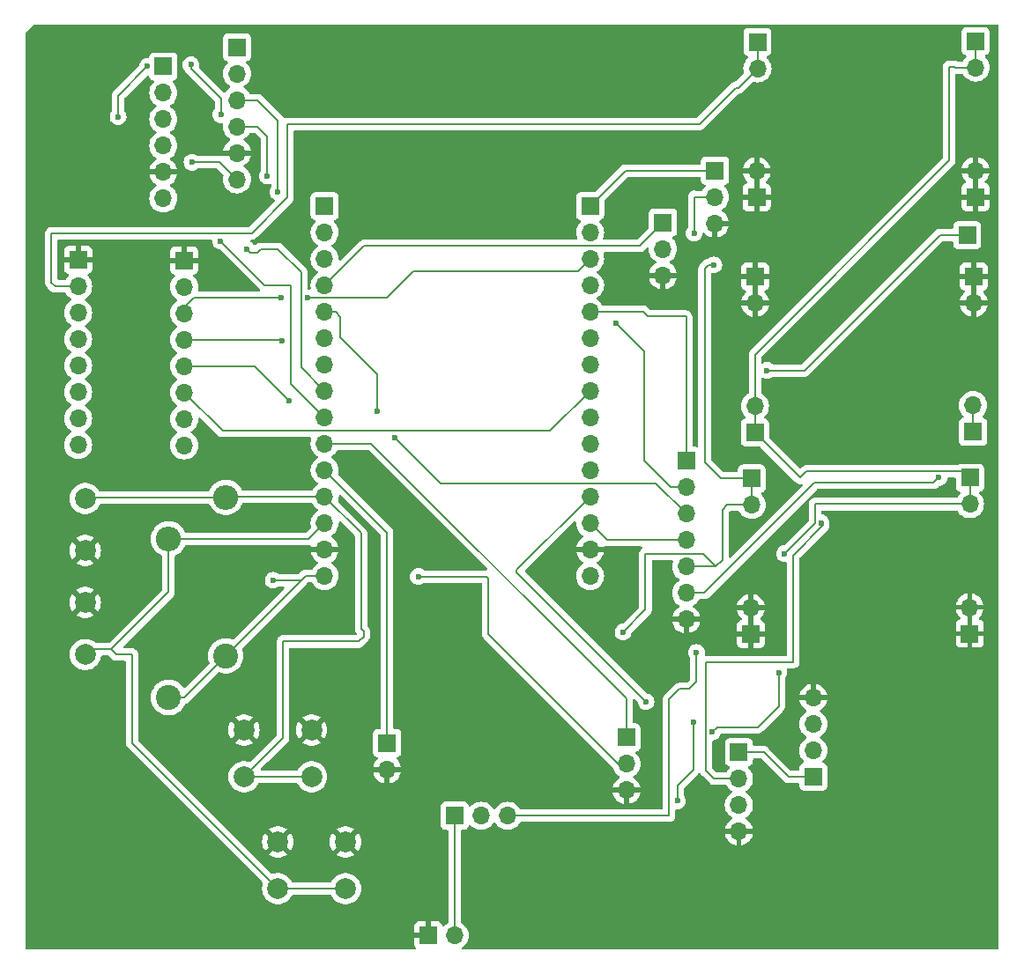
<source format=gtl>
%TF.GenerationSoftware,KiCad,Pcbnew,8.0.6*%
%TF.CreationDate,2025-01-02T11:50:31+01:00*%
%TF.ProjectId,Pcb pami 2025,50636220-7061-46d6-9920-323032352e6b,rev?*%
%TF.SameCoordinates,Original*%
%TF.FileFunction,Copper,L1,Top*%
%TF.FilePolarity,Positive*%
%FSLAX46Y46*%
G04 Gerber Fmt 4.6, Leading zero omitted, Abs format (unit mm)*
G04 Created by KiCad (PCBNEW 8.0.6) date 2025-01-02 11:50:31*
%MOMM*%
%LPD*%
G01*
G04 APERTURE LIST*
%TA.AperFunction,ComponentPad*%
%ADD10R,1.700000X1.700000*%
%TD*%
%TA.AperFunction,ComponentPad*%
%ADD11O,1.700000X1.700000*%
%TD*%
%TA.AperFunction,ComponentPad*%
%ADD12C,2.000000*%
%TD*%
%TA.AperFunction,ComponentPad*%
%ADD13C,2.400000*%
%TD*%
%TA.AperFunction,ComponentPad*%
%ADD14O,2.400000X2.400000*%
%TD*%
%TA.AperFunction,ViaPad*%
%ADD15C,0.600000*%
%TD*%
%TA.AperFunction,Conductor*%
%ADD16C,0.200000*%
%TD*%
G04 APERTURE END LIST*
D10*
%TO.P,J11,1,Pin_1*%
%TO.N,/SDA*%
X125740000Y-63380000D03*
D11*
%TO.P,J11,2,Pin_2*%
%TO.N,/SCL*%
X125740000Y-65920000D03*
%TO.P,J11,3,Pin_3*%
%TO.N,/Lpn*%
X125740000Y-68460000D03*
%TO.P,J11,4,Pin_4*%
%TO.N,/PWREN*%
X125740000Y-71000000D03*
%TO.P,J11,5,Pin_5*%
%TO.N,VCC_5*%
X125740000Y-73540000D03*
%TO.P,J11,6,Pin_6*%
%TO.N,VCC_f*%
X125740000Y-76080000D03*
%TO.P,J11,7,Pin_7*%
%TO.N,GND*%
X125740000Y-78620000D03*
%TD*%
D12*
%TO.P,C7,1*%
%TO.N,/D13*%
X68000000Y-82000000D03*
%TO.P,C7,2*%
%TO.N,GND*%
X68000000Y-77000000D03*
%TD*%
D10*
%TO.P,J8,1,Pin_1*%
%TO.N,/BOUT1*%
X75500000Y-25460000D03*
D11*
%TO.P,J8,2,Pin_2*%
%TO.N,VCC_f*%
X75500000Y-28000000D03*
%TO.P,J8,3,Pin_3*%
%TO.N,/D25*%
X75500000Y-30540000D03*
%TO.P,J8,4,Pin_4*%
%TO.N,/D26*%
X75500000Y-33080000D03*
%TO.P,J8,5,Pin_5*%
%TO.N,GND*%
X75500000Y-35620000D03*
%TO.P,J8,6,Pin_6*%
%TO.N,/BOUT2*%
X75500000Y-38160000D03*
%TD*%
D10*
%TO.P,J5,1,Pin_1*%
%TO.N,GND*%
X100960000Y-109000000D03*
D11*
%TO.P,J5,2,Pin_2*%
%TO.N,Net-(J5-Pin_2)*%
X103500000Y-109000000D03*
%TD*%
D10*
%TO.P,MP1584EN1,1,IN1-*%
%TO.N,GND*%
X132360000Y-45670000D03*
D11*
%TO.P,MP1584EN1,2,IN2-*%
X132360000Y-48210000D03*
D10*
%TO.P,MP1584EN1,3,OUT1-*%
X153380000Y-45640000D03*
D11*
%TO.P,MP1584EN1,4,OUT2-*%
X153380000Y-48180000D03*
%TO.P,MP1584EN1,5,IN1+*%
%TO.N,VCC*%
X132340000Y-58120000D03*
D10*
%TO.P,MP1584EN1,6,IN2+*%
X132340000Y-60660000D03*
D11*
%TO.P,MP1584EN1,7,OUT1+*%
%TO.N,VCC_f*%
X153300000Y-58040000D03*
D10*
%TO.P,MP1584EN1,8,OUT2+*%
X153300000Y-60580000D03*
%TD*%
%TO.P,J6,1,Pin_1*%
%TO.N,Net-(J5-Pin_2)*%
X103500000Y-97500000D03*
D11*
%TO.P,J6,2,Pin_2*%
%TO.N,unconnected-(J6-Pin_2-Pad2)*%
X106040000Y-97500000D03*
%TO.P,J6,3,Pin_3*%
%TO.N,VCC*%
X108580000Y-97500000D03*
%TD*%
D12*
%TO.P,C6,1*%
%TO.N,/D12*%
X68000000Y-67000000D03*
%TO.P,C6,2*%
%TO.N,GND*%
X68000000Y-72000000D03*
%TD*%
D10*
%TO.P,J3,1,Pin_1*%
%TO.N,Net-(J3-Pin_1)*%
X152730000Y-41660000D03*
%TD*%
D12*
%TO.P,SW3,1,1*%
%TO.N,GND*%
X83250000Y-89250000D03*
X89750000Y-89250000D03*
%TO.P,SW3,2,2*%
%TO.N,/D12*%
X83250000Y-93750000D03*
X89750000Y-93750000D03*
%TD*%
D10*
%TO.P,J10,1,Pin_1*%
%TO.N,VCC_5*%
X137940000Y-93760000D03*
D11*
%TO.P,J10,2,Pin_2*%
%TO.N,/D4*%
X137940000Y-91220000D03*
%TO.P,J10,3,Pin_3*%
%TO.N,/RX2*%
X137940000Y-88680000D03*
%TO.P,J10,4,Pin_4*%
%TO.N,GND*%
X137940000Y-86140000D03*
%TD*%
D10*
%TO.P,J7,1,Pin_1*%
%TO.N,/D14*%
X97000000Y-90500000D03*
D11*
%TO.P,J7,2,Pin_2*%
%TO.N,GND*%
X97000000Y-93040000D03*
%TD*%
D10*
%TO.P,J9,1,Pin_1*%
%TO.N,/AOUT1*%
X82580000Y-23610000D03*
D11*
%TO.P,J9,2,Pin_2*%
%TO.N,VCC_f*%
X82580000Y-26150000D03*
%TO.P,J9,3,Pin_3*%
%TO.N,/D32*%
X82580000Y-28690000D03*
%TO.P,J9,4,Pin_4*%
%TO.N,/D33*%
X82580000Y-31230000D03*
%TO.P,J9,5,Pin_5*%
%TO.N,GND*%
X82580000Y-33770000D03*
%TO.P,J9,6,Pin_6*%
%TO.N,/AOUT2*%
X82580000Y-36310000D03*
%TD*%
D13*
%TO.P,R5,1*%
%TO.N,VCC_f*%
X81500000Y-82120000D03*
D14*
%TO.P,R5,2*%
%TO.N,/D12*%
X81500000Y-66880000D03*
%TD*%
D10*
%TO.P,J2,1,Pin_1*%
%TO.N,/D34*%
X123500000Y-40460000D03*
D11*
%TO.P,J2,2,Pin_2*%
%TO.N,VCC_5*%
X123500000Y-43000000D03*
%TO.P,J2,3,Pin_3*%
%TO.N,GND*%
X123500000Y-45540000D03*
%TD*%
D10*
%TO.P,SW2,1,A*%
%TO.N,/D27*%
X120000000Y-89975000D03*
D11*
%TO.P,SW2,2,B*%
%TO.N,VCC_f*%
X120000000Y-92515000D03*
%TO.P,SW2,3,C*%
%TO.N,GND*%
X120000000Y-95055000D03*
%TD*%
D10*
%TO.P,MP1584EN2,1,IN1-*%
%TO.N,GND*%
X152980000Y-79990000D03*
D11*
%TO.P,MP1584EN2,2,IN2-*%
X152980000Y-77450000D03*
D10*
%TO.P,MP1584EN2,3,OUT1-*%
X131960000Y-80020000D03*
D11*
%TO.P,MP1584EN2,4,OUT2-*%
X131960000Y-77480000D03*
%TO.P,MP1584EN2,5,IN1+*%
%TO.N,VCC*%
X153000000Y-67540000D03*
D10*
%TO.P,MP1584EN2,6,IN2+*%
X153000000Y-65000000D03*
D11*
%TO.P,MP1584EN2,7,OUT1+*%
%TO.N,VCC_5*%
X132040000Y-67620000D03*
D10*
%TO.P,MP1584EN2,8,OUT2+*%
X132040000Y-65080000D03*
%TD*%
%TO.P,J4,1,Pin_1*%
%TO.N,VCC_5*%
X130800000Y-91380000D03*
D11*
%TO.P,J4,2,Pin_2*%
%TO.N,/RXD*%
X130800000Y-93920000D03*
%TO.P,J4,3,Pin_3*%
%TO.N,/D2*%
X130800000Y-96460000D03*
%TO.P,J4,4,Pin_4*%
%TO.N,GND*%
X130800000Y-99000000D03*
%TD*%
D12*
%TO.P,SW4,1,1*%
%TO.N,GND*%
X86500000Y-100000000D03*
X93000000Y-100000000D03*
%TO.P,SW4,2,2*%
%TO.N,/D13*%
X86500000Y-104500000D03*
X93000000Y-104500000D03*
%TD*%
D10*
%TO.P,U2,1,GND*%
%TO.N,GND*%
X67320000Y-44060000D03*
D11*
%TO.P,U2,2,VIN*%
%TO.N,VCC2*%
X67320000Y-46600000D03*
%TO.P,U2,3,BOUT1*%
%TO.N,/BOUT1*%
X67320000Y-49140000D03*
%TO.P,U2,4,BOUT2*%
%TO.N,/BOUT2*%
X67320000Y-51680000D03*
%TO.P,U2,5,AOUT2*%
%TO.N,/AOUT2*%
X67320000Y-54220000D03*
%TO.P,U2,6,AOUT1*%
%TO.N,/AOUT1*%
X67320000Y-56760000D03*
%TO.P,U2,7,AISEN*%
%TO.N,unconnected-(U2-AISEN-Pad7)*%
X67320000Y-59300000D03*
%TO.P,U2,8,BISEN*%
%TO.N,unconnected-(U2-BISEN-Pad8)*%
X67320000Y-61840000D03*
D10*
%TO.P,U2,9,GND*%
%TO.N,GND*%
X77500000Y-44110000D03*
D11*
%TO.P,U2,10,VMM*%
%TO.N,unconnected-(U2-VMM-Pad10)*%
X77500000Y-46650000D03*
%TO.P,U2,11,BIN1*%
%TO.N,/TXD*%
X77500000Y-49190000D03*
%TO.P,U2,12,BIN2*%
%TO.N,/D19*%
X77500000Y-51730000D03*
%TO.P,U2,13,AIN2*%
%TO.N,/D18*%
X77500000Y-54270000D03*
%TO.P,U2,14,AIN1*%
%TO.N,/D5*%
X77500000Y-56810000D03*
%TO.P,U2,15,SLP*%
%TO.N,unconnected-(U2-SLP-Pad15)*%
X77500000Y-59350000D03*
%TO.P,U2,16,FLT*%
%TO.N,unconnected-(U2-FLT-Pad16)*%
X77500000Y-61890000D03*
%TD*%
D10*
%TO.P,J1,1,Pin_1*%
%TO.N,/D23*%
X128500000Y-35475000D03*
D11*
%TO.P,J1,2,Pin_2*%
%TO.N,VCC_5*%
X128500000Y-38015000D03*
%TO.P,J1,3,Pin_3*%
%TO.N,GND*%
X128500000Y-40555000D03*
%TD*%
D13*
%TO.P,R6,1*%
%TO.N,VCC_f*%
X76000000Y-86120000D03*
D14*
%TO.P,R6,2*%
%TO.N,/D13*%
X76000000Y-70880000D03*
%TD*%
D10*
%TO.P,MP1584,1,IN1-*%
%TO.N,GND*%
X153520000Y-38010000D03*
D11*
%TO.P,MP1584,2,IN2-*%
X153520000Y-35470000D03*
D10*
%TO.P,MP1584,3,OUT1-*%
X132500000Y-38040000D03*
D11*
%TO.P,MP1584,4,OUT2-*%
X132500000Y-35500000D03*
%TO.P,MP1584,5,IN1+*%
%TO.N,VCC*%
X153540000Y-25560000D03*
D10*
%TO.P,MP1584,6,IN2+*%
X153540000Y-23020000D03*
D11*
%TO.P,MP1584,7,OUT1+*%
%TO.N,VCC2*%
X132580000Y-25640000D03*
D10*
%TO.P,MP1584,8,OUT2+*%
X132580000Y-23100000D03*
%TD*%
D11*
%TO.P,U1,1,VIN*%
%TO.N,VCC_f*%
X91000000Y-74440000D03*
%TO.P,U1,2,GND*%
%TO.N,GND*%
X91000000Y-71900000D03*
%TO.P,U1,3,D13*%
%TO.N,/D13*%
X91000000Y-69360000D03*
%TO.P,U1,4,D12*%
%TO.N,/D12*%
X91000000Y-66820000D03*
%TO.P,U1,5,D14*%
%TO.N,/D14*%
X91000000Y-64280000D03*
%TO.P,U1,6,D27*%
%TO.N,/D27*%
X91000000Y-61740000D03*
%TO.P,U1,7,D26*%
%TO.N,/D26*%
X91000000Y-59200000D03*
%TO.P,U1,8,D25*%
%TO.N,/D25*%
X91000000Y-56660000D03*
%TO.P,U1,9,D33*%
%TO.N,/D33*%
X91000000Y-54120000D03*
%TO.P,U1,10,D32*%
%TO.N,/D32*%
X91000000Y-51580000D03*
%TO.P,U1,11,D35*%
%TO.N,/Lpn*%
X91000000Y-49040000D03*
%TO.P,U1,12,D34*%
%TO.N,/D34*%
X91000000Y-46500000D03*
%TO.P,U1,13,UN*%
%TO.N,unconnected-(U1-UN-Pad13)*%
X91000000Y-43960000D03*
%TO.P,U1,14,UP*%
%TO.N,unconnected-(U1-UP-Pad14)*%
X91000000Y-41420000D03*
D10*
%TO.P,U1,15,EN*%
%TO.N,unconnected-(U1-EN-Pad15)*%
X91000000Y-38880000D03*
D11*
%TO.P,U1,16,3V3*%
%TO.N,unconnected-(U1-3V3-Pad16)*%
X116500000Y-74440000D03*
%TO.P,U1,17,GND*%
%TO.N,GND*%
X116500000Y-71900000D03*
%TO.P,U1,18,D15*%
%TO.N,/PWREN*%
X116500000Y-69360000D03*
%TO.P,U1,19,D2*%
%TO.N,/D2*%
X116500000Y-66820000D03*
%TO.P,U1,20,D4*%
%TO.N,/D4*%
X116500000Y-64280000D03*
%TO.P,U1,21,RX2*%
%TO.N,/RX2*%
X116500000Y-61740000D03*
%TO.P,U1,22,TX2*%
%TO.N,Net-(J3-Pin_1)*%
X116500000Y-59200000D03*
%TO.P,U1,23,D5*%
%TO.N,/D5*%
X116500000Y-56660000D03*
%TO.P,U1,24,D18*%
%TO.N,/D18*%
X116500000Y-54120000D03*
%TO.P,U1,25,D19*%
%TO.N,/D19*%
X116500000Y-51580000D03*
%TO.P,U1,26,D21*%
%TO.N,/SDA*%
X116500000Y-49040000D03*
%TO.P,U1,27,RXD*%
%TO.N,/RXD*%
X116500000Y-46500000D03*
%TO.P,U1,28,TXD*%
%TO.N,/TXD*%
X116500000Y-43960000D03*
%TO.P,U1,29,D22*%
%TO.N,/SCL*%
X116500000Y-41420000D03*
D10*
%TO.P,U1,30,D23*%
%TO.N,/D23*%
X116500000Y-38880000D03*
%TD*%
D15*
%TO.N,VCC_f*%
X134630000Y-83770000D03*
X100000000Y-74500000D03*
X86060000Y-74860000D03*
X126400000Y-88510000D03*
X78160000Y-25290000D03*
X128250000Y-89440000D03*
X150000000Y-65000000D03*
X81040000Y-30100000D03*
X124880000Y-96070000D03*
%TO.N,VCC*%
X126730000Y-81800000D03*
X135180000Y-72300000D03*
%TO.N,/D25*%
X83500000Y-43000000D03*
%TO.N,/D26*%
X81000000Y-42250000D03*
%TO.N,/D32*%
X86500000Y-37500000D03*
%TO.N,/D33*%
X85500000Y-36000000D03*
%TO.N,VCC_5*%
X126500000Y-41500000D03*
X128400000Y-44550000D03*
X119670000Y-79840000D03*
%TO.N,/RXD*%
X138710000Y-69340000D03*
%TO.N,/D2*%
X121880000Y-86540000D03*
%TO.N,Net-(J3-Pin_1)*%
X133510000Y-54690000D03*
%TO.N,/BOUT1*%
X73960000Y-25460000D03*
X71155000Y-30295000D03*
%TO.N,/AOUT2*%
X78260000Y-34670000D03*
%TO.N,/D18*%
X87602500Y-57587500D03*
%TO.N,/D19*%
X86875000Y-51875000D03*
%TO.N,/Lpn*%
X97770000Y-61180000D03*
X96080000Y-58600000D03*
%TO.N,/SCL*%
X118970000Y-50140000D03*
%TO.N,/TXD*%
X86790000Y-47680000D03*
X89350000Y-47680000D03*
%TD*%
D16*
%TO.N,VCC_f*%
X86060000Y-74860000D02*
X88760000Y-74860000D01*
X106580000Y-74500000D02*
X100000000Y-74500000D01*
X149500000Y-65500000D02*
X150000000Y-65000000D01*
X119195000Y-92515000D02*
X106740000Y-80060000D01*
X134630000Y-86970000D02*
X132620000Y-88980000D01*
X91000000Y-74440000D02*
X89180000Y-74440000D01*
X78160000Y-25670000D02*
X81040000Y-28550000D01*
X134630000Y-83770000D02*
X134630000Y-86970000D01*
X125740000Y-76080000D02*
X127470000Y-76080000D01*
X106740000Y-80060000D02*
X106740000Y-74660000D01*
X153300000Y-60580000D02*
X153300000Y-58040000D01*
X120000000Y-92515000D02*
X119195000Y-92515000D01*
X138120000Y-65500000D02*
X138220000Y-65500000D01*
X124880000Y-96070000D02*
X124880000Y-94620000D01*
X88760000Y-74860000D02*
X89180000Y-74440000D01*
X127470000Y-76080000D02*
X138050000Y-65500000D01*
X124880000Y-94620000D02*
X126400000Y-93100000D01*
X138220000Y-65500000D02*
X149500000Y-65500000D01*
X81500000Y-82120000D02*
X77500000Y-86120000D01*
X81040000Y-28550000D02*
X81040000Y-30100000D01*
X126400000Y-93100000D02*
X126400000Y-88510000D01*
X132620000Y-88980000D02*
X128710000Y-88980000D01*
X78160000Y-25290000D02*
X78160000Y-25670000D01*
X138050000Y-65500000D02*
X138220000Y-65500000D01*
X106740000Y-74660000D02*
X106580000Y-74500000D01*
X81500000Y-82120000D02*
X89180000Y-74440000D01*
X128710000Y-88980000D02*
X128250000Y-89440000D01*
X77500000Y-86120000D02*
X76000000Y-86120000D01*
%TO.N,VCC2*%
X132580000Y-23100000D02*
X132580000Y-25640000D01*
X132580000Y-25640000D02*
X130720000Y-27500000D01*
X130500000Y-27500000D02*
X127000000Y-31000000D01*
X64750000Y-46250000D02*
X65100000Y-46600000D01*
X127000000Y-31000000D02*
X87430000Y-31000000D01*
X65100000Y-46600000D02*
X67320000Y-46600000D01*
X64750000Y-41500000D02*
X64750000Y-46250000D01*
X130720000Y-27500000D02*
X130500000Y-27500000D01*
X84000000Y-41500000D02*
X64750000Y-41500000D01*
X87430000Y-31000000D02*
X87430000Y-38070000D01*
X87430000Y-38070000D02*
X84000000Y-41500000D01*
%TO.N,/D12*%
X94250000Y-80750000D02*
X94750000Y-80250000D01*
X87000000Y-90000000D02*
X87000000Y-80750000D01*
X68120000Y-66880000D02*
X68000000Y-67000000D01*
X89750000Y-93750000D02*
X83250000Y-93750000D01*
X94750000Y-79750000D02*
X94500000Y-79500000D01*
X94500000Y-79500000D02*
X94500000Y-70320000D01*
X94500000Y-70320000D02*
X91000000Y-66820000D01*
X81500000Y-66880000D02*
X68120000Y-66880000D01*
X83250000Y-93750000D02*
X87000000Y-90000000D01*
X81560000Y-66820000D02*
X81500000Y-66880000D01*
X91000000Y-66820000D02*
X81560000Y-66820000D01*
X87000000Y-80750000D02*
X94250000Y-80750000D01*
X94750000Y-80250000D02*
X94750000Y-79750000D01*
%TO.N,/D13*%
X70500000Y-81500000D02*
X76000000Y-76000000D01*
X72500000Y-90500000D02*
X72500000Y-82000000D01*
X89480000Y-70880000D02*
X91000000Y-69360000D01*
X76000000Y-76000000D02*
X76000000Y-70880000D01*
X71000000Y-82000000D02*
X70500000Y-81500000D01*
X76000000Y-70880000D02*
X89480000Y-70880000D01*
X93000000Y-104500000D02*
X86500000Y-104500000D01*
X68500000Y-81500000D02*
X70500000Y-81500000D01*
X72500000Y-82000000D02*
X71000000Y-82000000D01*
X86500000Y-104500000D02*
X72500000Y-90500000D01*
X68000000Y-82000000D02*
X68500000Y-81500000D01*
%TO.N,Net-(J5-Pin_2)*%
X103500000Y-109000000D02*
X103500000Y-97500000D01*
%TO.N,VCC*%
X124100000Y-97500000D02*
X108580000Y-97500000D01*
X152400000Y-64400000D02*
X153000000Y-65000000D01*
X126030000Y-85320000D02*
X125050000Y-85320000D01*
X151000000Y-34500000D02*
X151000000Y-25500000D01*
X153540000Y-23020000D02*
X153540000Y-25560000D01*
X124100000Y-86270000D02*
X124100000Y-97500000D01*
X136680000Y-65000000D02*
X132340000Y-60660000D01*
X151000000Y-25500000D02*
X151500000Y-25500000D01*
X153000000Y-65000000D02*
X153000000Y-67540000D01*
X132340000Y-53160000D02*
X151000000Y-34500000D01*
X138110000Y-69260000D02*
X138110000Y-69370000D01*
X138110000Y-69260000D02*
X138110000Y-67540000D01*
X137280000Y-64400000D02*
X152400000Y-64400000D01*
X151500000Y-25500000D02*
X151560000Y-25560000D01*
X126730000Y-84620000D02*
X126030000Y-85320000D01*
X138110000Y-67540000D02*
X153000000Y-67540000D01*
X126730000Y-81800000D02*
X126730000Y-84620000D01*
X151560000Y-25560000D02*
X153540000Y-25560000D01*
X138110000Y-69370000D02*
X135180000Y-72300000D01*
X132340000Y-58120000D02*
X132340000Y-60660000D01*
X132340000Y-58120000D02*
X132340000Y-53160000D01*
X125050000Y-85320000D02*
X124100000Y-86270000D01*
X136680000Y-65000000D02*
X137280000Y-64400000D01*
%TO.N,/D14*%
X97000000Y-90500000D02*
X97000000Y-70280000D01*
X97000000Y-70280000D02*
X91000000Y-64280000D01*
%TO.N,/D25*%
X83850000Y-43350000D02*
X83500000Y-43000000D01*
X88750000Y-54410000D02*
X88750000Y-45250000D01*
X91000000Y-56660000D02*
X88750000Y-54410000D01*
X84848529Y-43000000D02*
X84498529Y-43350000D01*
X88750000Y-45250000D02*
X86500000Y-43000000D01*
X84498529Y-43350000D02*
X83850000Y-43350000D01*
X86500000Y-43000000D02*
X84848529Y-43000000D01*
%TO.N,/D26*%
X91000000Y-59200000D02*
X87750000Y-55950000D01*
X85250000Y-46500000D02*
X81000000Y-42250000D01*
X87750000Y-55950000D02*
X87750000Y-46500000D01*
X87750000Y-46500000D02*
X85250000Y-46500000D01*
%TO.N,/D32*%
X84560000Y-28690000D02*
X86500000Y-30630000D01*
X82580000Y-28690000D02*
X84560000Y-28690000D01*
X86500000Y-30630000D02*
X86500000Y-37500000D01*
%TO.N,/D33*%
X84560000Y-31230000D02*
X85500000Y-32170000D01*
X85500000Y-32170000D02*
X85500000Y-36000000D01*
X82580000Y-31230000D02*
X84560000Y-31230000D01*
%TO.N,VCC_5*%
X135570000Y-93760000D02*
X133190000Y-91380000D01*
X129080000Y-65080000D02*
X132040000Y-65080000D01*
X121820000Y-72320000D02*
X127360000Y-72320000D01*
X129210000Y-68090000D02*
X129210000Y-72910000D01*
X126515000Y-38015000D02*
X126500000Y-38000000D01*
X119670000Y-79840000D02*
X121820000Y-77690000D01*
X128500000Y-38015000D02*
X126515000Y-38015000D01*
X128400000Y-44550000D02*
X127860000Y-44550000D01*
X121820000Y-77690000D02*
X121820000Y-72320000D01*
X137940000Y-93760000D02*
X135570000Y-93760000D01*
X132040000Y-67620000D02*
X129680000Y-67620000D01*
X129680000Y-67620000D02*
X129210000Y-68090000D01*
X127860000Y-44550000D02*
X127500000Y-44910000D01*
X127360000Y-72320000D02*
X128580000Y-73540000D01*
X133190000Y-91380000D02*
X130800000Y-91380000D01*
X127500000Y-44910000D02*
X127500000Y-63500000D01*
X128580000Y-73540000D02*
X125740000Y-73540000D01*
X126500000Y-38000000D02*
X126500000Y-41500000D01*
X127500000Y-63500000D02*
X129080000Y-65080000D01*
X129210000Y-72910000D02*
X128580000Y-73540000D01*
X132040000Y-65080000D02*
X132040000Y-67620000D01*
%TO.N,/D23*%
X128500000Y-35475000D02*
X119905000Y-35475000D01*
X119905000Y-35475000D02*
X116500000Y-38880000D01*
%TO.N,/RXD*%
X136010000Y-72470000D02*
X138920000Y-69560000D01*
X138920000Y-69560000D02*
X138710000Y-69350000D01*
X127900000Y-93420000D02*
X127650000Y-93170000D01*
X127650000Y-82730000D02*
X136010000Y-82730000D01*
X127650000Y-93170000D02*
X127650000Y-82730000D01*
X130800000Y-93920000D02*
X128400000Y-93920000D01*
X128400000Y-93920000D02*
X127900000Y-93420000D01*
X136010000Y-82730000D02*
X136010000Y-72470000D01*
X138710000Y-69350000D02*
X138710000Y-69340000D01*
%TO.N,/D2*%
X109460000Y-73860000D02*
X109460000Y-74090000D01*
X121880000Y-86510000D02*
X121880000Y-86540000D01*
X116500000Y-66820000D02*
X109460000Y-73860000D01*
X109460000Y-74090000D02*
X121880000Y-86510000D01*
%TO.N,Net-(J3-Pin_1)*%
X150110000Y-41660000D02*
X137080000Y-54690000D01*
X137080000Y-54690000D02*
X133510000Y-54690000D01*
X152730000Y-41660000D02*
X150110000Y-41660000D01*
%TO.N,/BOUT1*%
X71155000Y-30295000D02*
X71155000Y-28265000D01*
X71155000Y-28265000D02*
X73960000Y-25460000D01*
%TO.N,/AOUT1*%
X82700000Y-23480000D02*
X82680000Y-23460000D01*
X82580000Y-23610000D02*
X82220000Y-23250000D01*
%TO.N,/AOUT2*%
X78260000Y-34670000D02*
X78310000Y-34620000D01*
X80890000Y-34620000D02*
X82580000Y-36310000D01*
X78310000Y-34620000D02*
X80890000Y-34620000D01*
%TO.N,/D18*%
X87602500Y-57587500D02*
X87587500Y-57587500D01*
X87587500Y-57587500D02*
X84270000Y-54270000D01*
X84270000Y-54270000D02*
X77500000Y-54270000D01*
%TO.N,/D19*%
X86875000Y-51875000D02*
X86730000Y-51730000D01*
X86730000Y-51730000D02*
X77500000Y-51730000D01*
%TO.N,/D5*%
X112660000Y-60500000D02*
X116500000Y-56660000D01*
X77500000Y-56810000D02*
X81190000Y-60500000D01*
X81190000Y-60500000D02*
X112660000Y-60500000D01*
%TO.N,/Lpn*%
X96080000Y-55033654D02*
X92530000Y-51483654D01*
X92530000Y-49510000D02*
X92060000Y-49040000D01*
X102130000Y-65540000D02*
X97770000Y-61180000D01*
X92060000Y-49040000D02*
X91000000Y-49040000D01*
X125740000Y-68460000D02*
X122820000Y-65540000D01*
X122820000Y-65540000D02*
X102130000Y-65540000D01*
X96080000Y-58600000D02*
X96080000Y-55033654D01*
X92530000Y-51483654D02*
X92530000Y-49510000D01*
%TO.N,/SDA*%
X122060000Y-49480000D02*
X125640000Y-49480000D01*
X116500000Y-49040000D02*
X121620000Y-49040000D01*
X121620000Y-49040000D02*
X122060000Y-49480000D01*
X125640000Y-49480000D02*
X125740000Y-49580000D01*
X116940000Y-49480000D02*
X116782843Y-49322843D01*
X125740000Y-49580000D02*
X125740000Y-63380000D01*
%TO.N,/PWREN*%
X118140000Y-71000000D02*
X116500000Y-69360000D01*
X125740000Y-71000000D02*
X118140000Y-71000000D01*
%TO.N,/SCL*%
X121660000Y-63320000D02*
X121660000Y-52830000D01*
X124260000Y-65920000D02*
X121660000Y-63320000D01*
X125740000Y-65920000D02*
X124260000Y-65920000D01*
X121660000Y-52830000D02*
X118970000Y-50140000D01*
%TO.N,/TXD*%
X86790000Y-47680000D02*
X78444315Y-47680000D01*
X99550000Y-45110000D02*
X96980000Y-47680000D01*
X116500000Y-43960000D02*
X115350000Y-45110000D01*
X96980000Y-47680000D02*
X89350000Y-47680000D01*
X115350000Y-45110000D02*
X99550000Y-45110000D01*
X78444315Y-47680000D02*
X77217157Y-48907158D01*
%TO.N,/D27*%
X95490000Y-61740000D02*
X120000000Y-86250000D01*
X120000000Y-86250000D02*
X120000000Y-89975000D01*
X91000000Y-61740000D02*
X95490000Y-61740000D01*
%TO.N,/D34*%
X121240000Y-42720000D02*
X94780000Y-42720000D01*
X123500000Y-40460000D02*
X121240000Y-42720000D01*
X94780000Y-42720000D02*
X91000000Y-46500000D01*
%TD*%
%TA.AperFunction,Conductor*%
%TO.N,GND*%
G36*
X132210000Y-79586988D02*
G01*
X132152993Y-79554075D01*
X132025826Y-79520000D01*
X131894174Y-79520000D01*
X131767007Y-79554075D01*
X131710000Y-79586988D01*
X131710000Y-77913012D01*
X131767007Y-77945925D01*
X131894174Y-77980000D01*
X132025826Y-77980000D01*
X132152993Y-77945925D01*
X132210000Y-77913012D01*
X132210000Y-79586988D01*
G37*
%TD.AperFunction*%
%TA.AperFunction,Conductor*%
G36*
X153230000Y-79556988D02*
G01*
X153172993Y-79524075D01*
X153045826Y-79490000D01*
X152914174Y-79490000D01*
X152787007Y-79524075D01*
X152730000Y-79556988D01*
X152730000Y-77883012D01*
X152787007Y-77915925D01*
X152914174Y-77950000D01*
X153045826Y-77950000D01*
X153172993Y-77915925D01*
X153230000Y-77883012D01*
X153230000Y-79556988D01*
G37*
%TD.AperFunction*%
%TA.AperFunction,Conductor*%
G36*
X132610000Y-47776988D02*
G01*
X132552993Y-47744075D01*
X132425826Y-47710000D01*
X132294174Y-47710000D01*
X132167007Y-47744075D01*
X132110000Y-47776988D01*
X132110000Y-46103012D01*
X132167007Y-46135925D01*
X132294174Y-46170000D01*
X132425826Y-46170000D01*
X132552993Y-46135925D01*
X132610000Y-46103012D01*
X132610000Y-47776988D01*
G37*
%TD.AperFunction*%
%TA.AperFunction,Conductor*%
G36*
X153630000Y-47746988D02*
G01*
X153572993Y-47714075D01*
X153445826Y-47680000D01*
X153314174Y-47680000D01*
X153187007Y-47714075D01*
X153130000Y-47746988D01*
X153130000Y-46073012D01*
X153187007Y-46105925D01*
X153314174Y-46140000D01*
X153445826Y-46140000D01*
X153572993Y-46105925D01*
X153630000Y-46073012D01*
X153630000Y-47746988D01*
G37*
%TD.AperFunction*%
%TA.AperFunction,Conductor*%
G36*
X132750000Y-37606988D02*
G01*
X132692993Y-37574075D01*
X132565826Y-37540000D01*
X132434174Y-37540000D01*
X132307007Y-37574075D01*
X132250000Y-37606988D01*
X132250000Y-35933012D01*
X132307007Y-35965925D01*
X132434174Y-36000000D01*
X132565826Y-36000000D01*
X132692993Y-35965925D01*
X132750000Y-35933012D01*
X132750000Y-37606988D01*
G37*
%TD.AperFunction*%
%TA.AperFunction,Conductor*%
G36*
X153770000Y-37576988D02*
G01*
X153712993Y-37544075D01*
X153585826Y-37510000D01*
X153454174Y-37510000D01*
X153327007Y-37544075D01*
X153270000Y-37576988D01*
X153270000Y-35903012D01*
X153327007Y-35935925D01*
X153454174Y-35970000D01*
X153585826Y-35970000D01*
X153712993Y-35935925D01*
X153770000Y-35903012D01*
X153770000Y-37576988D01*
G37*
%TD.AperFunction*%
%TA.AperFunction,Conductor*%
G36*
X155666231Y-21429685D02*
G01*
X155711986Y-21482489D01*
X155723192Y-21534000D01*
X155723192Y-110259192D01*
X155703507Y-110326231D01*
X155650703Y-110371986D01*
X155599192Y-110383192D01*
X104272401Y-110383192D01*
X104205362Y-110363507D01*
X104159607Y-110310703D01*
X104149663Y-110241545D01*
X104178688Y-110177989D01*
X104201277Y-110157617D01*
X104371401Y-110038495D01*
X104538495Y-109871401D01*
X104674035Y-109677830D01*
X104773903Y-109463663D01*
X104835063Y-109235408D01*
X104855659Y-109000000D01*
X104835063Y-108764592D01*
X104773903Y-108536337D01*
X104674035Y-108322171D01*
X104538495Y-108128599D01*
X104538494Y-108128597D01*
X104371402Y-107961506D01*
X104371395Y-107961501D01*
X104177831Y-107825965D01*
X104177826Y-107825962D01*
X104172091Y-107823288D01*
X104119653Y-107777113D01*
X104100500Y-107710908D01*
X104100500Y-98974499D01*
X104120185Y-98907460D01*
X104172989Y-98861705D01*
X104224500Y-98850499D01*
X104397871Y-98850499D01*
X104397872Y-98850499D01*
X104457483Y-98844091D01*
X104592331Y-98793796D01*
X104707546Y-98707546D01*
X104793796Y-98592331D01*
X104842810Y-98460916D01*
X104884681Y-98404984D01*
X104950145Y-98380566D01*
X105018418Y-98395417D01*
X105046673Y-98416569D01*
X105168599Y-98538495D01*
X105256296Y-98599901D01*
X105362165Y-98674032D01*
X105362167Y-98674033D01*
X105362170Y-98674035D01*
X105576337Y-98773903D01*
X105576343Y-98773904D01*
X105576344Y-98773905D01*
X105631285Y-98788626D01*
X105804592Y-98835063D01*
X105981034Y-98850500D01*
X106039999Y-98855659D01*
X106040000Y-98855659D01*
X106040001Y-98855659D01*
X106098966Y-98850500D01*
X106275408Y-98835063D01*
X106503663Y-98773903D01*
X106717830Y-98674035D01*
X106911401Y-98538495D01*
X107078495Y-98371401D01*
X107208425Y-98185842D01*
X107263002Y-98142217D01*
X107332500Y-98135023D01*
X107394855Y-98166546D01*
X107411575Y-98185842D01*
X107541500Y-98371395D01*
X107541505Y-98371401D01*
X107708599Y-98538495D01*
X107796296Y-98599901D01*
X107902165Y-98674032D01*
X107902167Y-98674033D01*
X107902170Y-98674035D01*
X108116337Y-98773903D01*
X108116343Y-98773904D01*
X108116344Y-98773905D01*
X108171285Y-98788626D01*
X108344592Y-98835063D01*
X108521034Y-98850500D01*
X108579999Y-98855659D01*
X108580000Y-98855659D01*
X108580001Y-98855659D01*
X108638966Y-98850500D01*
X108815408Y-98835063D01*
X109043663Y-98773903D01*
X109257830Y-98674035D01*
X109451401Y-98538495D01*
X109618495Y-98371401D01*
X109754035Y-98177830D01*
X109756707Y-98172097D01*
X109802878Y-98119658D01*
X109869091Y-98100500D01*
X124179055Y-98100500D01*
X124179057Y-98100500D01*
X124331784Y-98059577D01*
X124468716Y-97980520D01*
X124580520Y-97868716D01*
X124659577Y-97731784D01*
X124700500Y-97579057D01*
X124700500Y-96994096D01*
X124720185Y-96927057D01*
X124772989Y-96881302D01*
X124838384Y-96870876D01*
X124879998Y-96875565D01*
X124880000Y-96875565D01*
X124880004Y-96875565D01*
X125059249Y-96855369D01*
X125059252Y-96855368D01*
X125059255Y-96855368D01*
X125229522Y-96795789D01*
X125382262Y-96699816D01*
X125509816Y-96572262D01*
X125605789Y-96419522D01*
X125665368Y-96249255D01*
X125665369Y-96249249D01*
X125685565Y-96070003D01*
X125685565Y-96069996D01*
X125665369Y-95890750D01*
X125665368Y-95890745D01*
X125627376Y-95782171D01*
X125605789Y-95720478D01*
X125509816Y-95567738D01*
X125509814Y-95567736D01*
X125509813Y-95567734D01*
X125507550Y-95564896D01*
X125506659Y-95562715D01*
X125506111Y-95561842D01*
X125506264Y-95561745D01*
X125481144Y-95500209D01*
X125480500Y-95487587D01*
X125480500Y-94920097D01*
X125500185Y-94853058D01*
X125516819Y-94832416D01*
X126165315Y-94183920D01*
X126880520Y-93468716D01*
X126897405Y-93439469D01*
X126947971Y-93391253D01*
X127016578Y-93378029D01*
X127081443Y-93403996D01*
X127112179Y-93439467D01*
X127119358Y-93451901D01*
X127119358Y-93451904D01*
X127119360Y-93451904D01*
X127150548Y-93505925D01*
X127169479Y-93538714D01*
X127169481Y-93538717D01*
X127288349Y-93657585D01*
X127288355Y-93657590D01*
X127419481Y-93788716D01*
X128031284Y-94400520D01*
X128031286Y-94400521D01*
X128031290Y-94400524D01*
X128073146Y-94424689D01*
X128168216Y-94479577D01*
X128320943Y-94520501D01*
X128320945Y-94520501D01*
X128486654Y-94520501D01*
X128486670Y-94520500D01*
X129510909Y-94520500D01*
X129577948Y-94540185D01*
X129623292Y-94592097D01*
X129625965Y-94597830D01*
X129761501Y-94791395D01*
X129761506Y-94791402D01*
X129928597Y-94958493D01*
X129928603Y-94958498D01*
X130114158Y-95088425D01*
X130157783Y-95143002D01*
X130164977Y-95212500D01*
X130133454Y-95274855D01*
X130114158Y-95291575D01*
X129928597Y-95421505D01*
X129761505Y-95588597D01*
X129625965Y-95782169D01*
X129625964Y-95782171D01*
X129526098Y-95996335D01*
X129526094Y-95996344D01*
X129464938Y-96224586D01*
X129464936Y-96224596D01*
X129444341Y-96459999D01*
X129444341Y-96460000D01*
X129464936Y-96695403D01*
X129464938Y-96695413D01*
X129526094Y-96923655D01*
X129526096Y-96923659D01*
X129526097Y-96923663D01*
X129527680Y-96927057D01*
X129625965Y-97137830D01*
X129625967Y-97137834D01*
X129734281Y-97292521D01*
X129761505Y-97331401D01*
X129928599Y-97498495D01*
X130043650Y-97579055D01*
X130114594Y-97628730D01*
X130158219Y-97683307D01*
X130165413Y-97752805D01*
X130133890Y-97815160D01*
X130114595Y-97831880D01*
X129928922Y-97961890D01*
X129928920Y-97961891D01*
X129761891Y-98128920D01*
X129761886Y-98128926D01*
X129626400Y-98322420D01*
X129626399Y-98322422D01*
X129526570Y-98536507D01*
X129526567Y-98536513D01*
X129469364Y-98749999D01*
X129469364Y-98750000D01*
X130366988Y-98750000D01*
X130334075Y-98807007D01*
X130300000Y-98934174D01*
X130300000Y-99065826D01*
X130334075Y-99192993D01*
X130366988Y-99250000D01*
X129469364Y-99250000D01*
X129526567Y-99463486D01*
X129526570Y-99463492D01*
X129626399Y-99677578D01*
X129761894Y-99871082D01*
X129928917Y-100038105D01*
X130122421Y-100173600D01*
X130336507Y-100273429D01*
X130336516Y-100273433D01*
X130550000Y-100330634D01*
X130550000Y-99433012D01*
X130607007Y-99465925D01*
X130734174Y-99500000D01*
X130865826Y-99500000D01*
X130992993Y-99465925D01*
X131050000Y-99433012D01*
X131050000Y-100330633D01*
X131263483Y-100273433D01*
X131263492Y-100273429D01*
X131477578Y-100173600D01*
X131671082Y-100038105D01*
X131838105Y-99871082D01*
X131973600Y-99677578D01*
X132073429Y-99463492D01*
X132073432Y-99463486D01*
X132130636Y-99250000D01*
X131233012Y-99250000D01*
X131265925Y-99192993D01*
X131300000Y-99065826D01*
X131300000Y-98934174D01*
X131265925Y-98807007D01*
X131233012Y-98750000D01*
X132130636Y-98750000D01*
X132130635Y-98749999D01*
X132073432Y-98536513D01*
X132073429Y-98536507D01*
X131973600Y-98322422D01*
X131973599Y-98322420D01*
X131838113Y-98128926D01*
X131838108Y-98128920D01*
X131671078Y-97961890D01*
X131485405Y-97831879D01*
X131441780Y-97777302D01*
X131434588Y-97707804D01*
X131466110Y-97645449D01*
X131485406Y-97628730D01*
X131671401Y-97498495D01*
X131838495Y-97331401D01*
X131974035Y-97137830D01*
X132073903Y-96923663D01*
X132135063Y-96695408D01*
X132155659Y-96460000D01*
X132135063Y-96224592D01*
X132073903Y-95996337D01*
X131974035Y-95782171D01*
X131930838Y-95720478D01*
X131838494Y-95588597D01*
X131671402Y-95421506D01*
X131671396Y-95421501D01*
X131485842Y-95291575D01*
X131442217Y-95236998D01*
X131435023Y-95167500D01*
X131466546Y-95105145D01*
X131485842Y-95088425D01*
X131597167Y-95010474D01*
X131671401Y-94958495D01*
X131838495Y-94791401D01*
X131974035Y-94597830D01*
X132073903Y-94383663D01*
X132135063Y-94155408D01*
X132155659Y-93920000D01*
X132135063Y-93684592D01*
X132073903Y-93456337D01*
X131974035Y-93242171D01*
X131974034Y-93242169D01*
X131838496Y-93048600D01*
X131797749Y-93007853D01*
X131716567Y-92926671D01*
X131683084Y-92865351D01*
X131688068Y-92795659D01*
X131729939Y-92739725D01*
X131760915Y-92722810D01*
X131892331Y-92673796D01*
X132007546Y-92587546D01*
X132093796Y-92472331D01*
X132144091Y-92337483D01*
X132150500Y-92277873D01*
X132150500Y-92104500D01*
X132170185Y-92037461D01*
X132222989Y-91991706D01*
X132274500Y-91980500D01*
X132889903Y-91980500D01*
X132956942Y-92000185D01*
X132977584Y-92016819D01*
X135085139Y-94124374D01*
X135085149Y-94124385D01*
X135089479Y-94128715D01*
X135089480Y-94128716D01*
X135201284Y-94240520D01*
X135284763Y-94288716D01*
X135327566Y-94313429D01*
X135338215Y-94319577D01*
X135490942Y-94360500D01*
X135490943Y-94360500D01*
X136465501Y-94360500D01*
X136532540Y-94380185D01*
X136578295Y-94432989D01*
X136589501Y-94484500D01*
X136589501Y-94657876D01*
X136595908Y-94717483D01*
X136646202Y-94852328D01*
X136646206Y-94852335D01*
X136732452Y-94967544D01*
X136732455Y-94967547D01*
X136847664Y-95053793D01*
X136847671Y-95053797D01*
X136982517Y-95104091D01*
X136982516Y-95104091D01*
X136989444Y-95104835D01*
X137042127Y-95110500D01*
X138837872Y-95110499D01*
X138897483Y-95104091D01*
X139032331Y-95053796D01*
X139147546Y-94967546D01*
X139233796Y-94852331D01*
X139284091Y-94717483D01*
X139290500Y-94657873D01*
X139290499Y-92862128D01*
X139284091Y-92802517D01*
X139281533Y-92795659D01*
X139233797Y-92667671D01*
X139233793Y-92667664D01*
X139147547Y-92552455D01*
X139147544Y-92552452D01*
X139032335Y-92466206D01*
X139032328Y-92466202D01*
X138900917Y-92417189D01*
X138844983Y-92375318D01*
X138820566Y-92309853D01*
X138835418Y-92241580D01*
X138856563Y-92213332D01*
X138978495Y-92091401D01*
X139114035Y-91897830D01*
X139213903Y-91683663D01*
X139275063Y-91455408D01*
X139295659Y-91220000D01*
X139275063Y-90984592D01*
X139228626Y-90811285D01*
X139213905Y-90756344D01*
X139213904Y-90756343D01*
X139213903Y-90756337D01*
X139114035Y-90542171D01*
X139091548Y-90510055D01*
X138978494Y-90348597D01*
X138811402Y-90181506D01*
X138811396Y-90181501D01*
X138625842Y-90051575D01*
X138582217Y-89996998D01*
X138575023Y-89927500D01*
X138606546Y-89865145D01*
X138625842Y-89848425D01*
X138742213Y-89766941D01*
X138811401Y-89718495D01*
X138978495Y-89551401D01*
X139114035Y-89357830D01*
X139213903Y-89143663D01*
X139275063Y-88915408D01*
X139295659Y-88680000D01*
X139275063Y-88444592D01*
X139213903Y-88216337D01*
X139114035Y-88002171D01*
X139105478Y-87989949D01*
X138978494Y-87808597D01*
X138811402Y-87641506D01*
X138811401Y-87641505D01*
X138625405Y-87511269D01*
X138581781Y-87456692D01*
X138574588Y-87387193D01*
X138606110Y-87324839D01*
X138625405Y-87308119D01*
X138811082Y-87178105D01*
X138978105Y-87011082D01*
X139113600Y-86817578D01*
X139213429Y-86603492D01*
X139213432Y-86603486D01*
X139270636Y-86390000D01*
X138373012Y-86390000D01*
X138405925Y-86332993D01*
X138440000Y-86205826D01*
X138440000Y-86074174D01*
X138405925Y-85947007D01*
X138373012Y-85890000D01*
X139270636Y-85890000D01*
X139270635Y-85889999D01*
X139213432Y-85676513D01*
X139213429Y-85676507D01*
X139113600Y-85462422D01*
X139113599Y-85462420D01*
X138978113Y-85268926D01*
X138978108Y-85268920D01*
X138811082Y-85101894D01*
X138617578Y-84966399D01*
X138403492Y-84866570D01*
X138403486Y-84866567D01*
X138190000Y-84809364D01*
X138190000Y-85706988D01*
X138132993Y-85674075D01*
X138005826Y-85640000D01*
X137874174Y-85640000D01*
X137747007Y-85674075D01*
X137690000Y-85706988D01*
X137690000Y-84809364D01*
X137689999Y-84809364D01*
X137476513Y-84866567D01*
X137476507Y-84866570D01*
X137262422Y-84966399D01*
X137262420Y-84966400D01*
X137068926Y-85101886D01*
X137068920Y-85101891D01*
X136901891Y-85268920D01*
X136901886Y-85268926D01*
X136766400Y-85462420D01*
X136766399Y-85462422D01*
X136666570Y-85676507D01*
X136666567Y-85676513D01*
X136609364Y-85889999D01*
X136609364Y-85890000D01*
X137506988Y-85890000D01*
X137474075Y-85947007D01*
X137440000Y-86074174D01*
X137440000Y-86205826D01*
X137474075Y-86332993D01*
X137506988Y-86390000D01*
X136609364Y-86390000D01*
X136666567Y-86603486D01*
X136666570Y-86603492D01*
X136766399Y-86817578D01*
X136901894Y-87011082D01*
X137068917Y-87178105D01*
X137254595Y-87308119D01*
X137298219Y-87362696D01*
X137305412Y-87432195D01*
X137273890Y-87494549D01*
X137254595Y-87511269D01*
X137068594Y-87641508D01*
X136901505Y-87808597D01*
X136765965Y-88002169D01*
X136765964Y-88002171D01*
X136666098Y-88216335D01*
X136666094Y-88216344D01*
X136604938Y-88444586D01*
X136604936Y-88444596D01*
X136584341Y-88679999D01*
X136584341Y-88680000D01*
X136604936Y-88915403D01*
X136604938Y-88915413D01*
X136666094Y-89143655D01*
X136666096Y-89143659D01*
X136666097Y-89143663D01*
X136735479Y-89292452D01*
X136765965Y-89357830D01*
X136765967Y-89357834D01*
X136800864Y-89407671D01*
X136895284Y-89542517D01*
X136901501Y-89551395D01*
X136901506Y-89551402D01*
X137068597Y-89718493D01*
X137068603Y-89718498D01*
X137254158Y-89848425D01*
X137297783Y-89903002D01*
X137304977Y-89972500D01*
X137273454Y-90034855D01*
X137254158Y-90051575D01*
X137068597Y-90181505D01*
X136901505Y-90348597D01*
X136765965Y-90542169D01*
X136765964Y-90542171D01*
X136666098Y-90756335D01*
X136666094Y-90756344D01*
X136604938Y-90984586D01*
X136604936Y-90984596D01*
X136584341Y-91219999D01*
X136584341Y-91220000D01*
X136604936Y-91455403D01*
X136604938Y-91455413D01*
X136666094Y-91683655D01*
X136666096Y-91683659D01*
X136666097Y-91683663D01*
X136717454Y-91793798D01*
X136765965Y-91897830D01*
X136765967Y-91897834D01*
X136873450Y-92051335D01*
X136901501Y-92091396D01*
X136901506Y-92091402D01*
X137023430Y-92213326D01*
X137056915Y-92274649D01*
X137051931Y-92344341D01*
X137010059Y-92400274D01*
X136979083Y-92417189D01*
X136847669Y-92466203D01*
X136847664Y-92466206D01*
X136732455Y-92552452D01*
X136732452Y-92552455D01*
X136646206Y-92667664D01*
X136646202Y-92667671D01*
X136595908Y-92802517D01*
X136590668Y-92851264D01*
X136589501Y-92862123D01*
X136589500Y-92862135D01*
X136589500Y-93035500D01*
X136569815Y-93102539D01*
X136517011Y-93148294D01*
X136465500Y-93159500D01*
X135870097Y-93159500D01*
X135803058Y-93139815D01*
X135782416Y-93123181D01*
X133677590Y-91018355D01*
X133677588Y-91018352D01*
X133558717Y-90899481D01*
X133558716Y-90899480D01*
X133471904Y-90849360D01*
X133471904Y-90849359D01*
X133471900Y-90849358D01*
X133421785Y-90820423D01*
X133269057Y-90779499D01*
X133110943Y-90779499D01*
X133103347Y-90779499D01*
X133103331Y-90779500D01*
X132274499Y-90779500D01*
X132207460Y-90759815D01*
X132161705Y-90707011D01*
X132150499Y-90655500D01*
X132150499Y-90482129D01*
X132150498Y-90482123D01*
X132150497Y-90482116D01*
X132144091Y-90422517D01*
X132143502Y-90420939D01*
X132093797Y-90287671D01*
X132093793Y-90287664D01*
X132007547Y-90172455D01*
X132007544Y-90172452D01*
X131892335Y-90086206D01*
X131892328Y-90086202D01*
X131757482Y-90035908D01*
X131757483Y-90035908D01*
X131697883Y-90029501D01*
X131697881Y-90029500D01*
X131697873Y-90029500D01*
X131697864Y-90029500D01*
X129902129Y-90029500D01*
X129902123Y-90029501D01*
X129842516Y-90035908D01*
X129707671Y-90086202D01*
X129707664Y-90086206D01*
X129592455Y-90172452D01*
X129592452Y-90172455D01*
X129506206Y-90287664D01*
X129506202Y-90287671D01*
X129455908Y-90422517D01*
X129449501Y-90482116D01*
X129449501Y-90482123D01*
X129449500Y-90482135D01*
X129449500Y-92277870D01*
X129449501Y-92277876D01*
X129455908Y-92337483D01*
X129506202Y-92472328D01*
X129506206Y-92472335D01*
X129592452Y-92587544D01*
X129592455Y-92587547D01*
X129707664Y-92673793D01*
X129707671Y-92673797D01*
X129839081Y-92722810D01*
X129895015Y-92764681D01*
X129919432Y-92830145D01*
X129904580Y-92898418D01*
X129883430Y-92926673D01*
X129761503Y-93048600D01*
X129625965Y-93242170D01*
X129625962Y-93242175D01*
X129623289Y-93247909D01*
X129577115Y-93300346D01*
X129510909Y-93319500D01*
X128700098Y-93319500D01*
X128633059Y-93299815D01*
X128612417Y-93283181D01*
X128286819Y-92957583D01*
X128253334Y-92896260D01*
X128250500Y-92869902D01*
X128250500Y-90356321D01*
X128270185Y-90289282D01*
X128322989Y-90243527D01*
X128360612Y-90233101D01*
X128429255Y-90225368D01*
X128599522Y-90165789D01*
X128752262Y-90069816D01*
X128879816Y-89942262D01*
X128975789Y-89789522D01*
X129019870Y-89663546D01*
X129060592Y-89606769D01*
X129125545Y-89581022D01*
X129136912Y-89580500D01*
X132533331Y-89580500D01*
X132533347Y-89580501D01*
X132540943Y-89580501D01*
X132699054Y-89580501D01*
X132699057Y-89580501D01*
X132851785Y-89539577D01*
X132921200Y-89499500D01*
X132988716Y-89460520D01*
X133100520Y-89348716D01*
X133100520Y-89348714D01*
X133110724Y-89338511D01*
X133110728Y-89338506D01*
X134998713Y-87450521D01*
X134998716Y-87450520D01*
X135110520Y-87338716D01*
X135160639Y-87251904D01*
X135189577Y-87201785D01*
X135230500Y-87049058D01*
X135230500Y-86890943D01*
X135230500Y-84352412D01*
X135250185Y-84285373D01*
X135257555Y-84275097D01*
X135259810Y-84272267D01*
X135259816Y-84272262D01*
X135355789Y-84119522D01*
X135415368Y-83949255D01*
X135429875Y-83820500D01*
X135435565Y-83770003D01*
X135435565Y-83769996D01*
X135415369Y-83590750D01*
X135415367Y-83590742D01*
X135382025Y-83495454D01*
X135378464Y-83425675D01*
X135413193Y-83365048D01*
X135475186Y-83332821D01*
X135499067Y-83330500D01*
X136089055Y-83330500D01*
X136089057Y-83330500D01*
X136241784Y-83289577D01*
X136378716Y-83210520D01*
X136490520Y-83098716D01*
X136569577Y-82961784D01*
X136610500Y-82809057D01*
X136610500Y-79092155D01*
X151630000Y-79092155D01*
X151630000Y-79740000D01*
X152546988Y-79740000D01*
X152514075Y-79797007D01*
X152480000Y-79924174D01*
X152480000Y-80055826D01*
X152514075Y-80182993D01*
X152546988Y-80240000D01*
X151630000Y-80240000D01*
X151630000Y-80887844D01*
X151636401Y-80947372D01*
X151636403Y-80947379D01*
X151686645Y-81082086D01*
X151686649Y-81082093D01*
X151772809Y-81197187D01*
X151772812Y-81197190D01*
X151887906Y-81283350D01*
X151887913Y-81283354D01*
X152022620Y-81333596D01*
X152022627Y-81333598D01*
X152082155Y-81339999D01*
X152082172Y-81340000D01*
X152730000Y-81340000D01*
X152730000Y-80423012D01*
X152787007Y-80455925D01*
X152914174Y-80490000D01*
X153045826Y-80490000D01*
X153172993Y-80455925D01*
X153230000Y-80423012D01*
X153230000Y-81340000D01*
X153877828Y-81340000D01*
X153877844Y-81339999D01*
X153937372Y-81333598D01*
X153937379Y-81333596D01*
X154072086Y-81283354D01*
X154072093Y-81283350D01*
X154187187Y-81197190D01*
X154187190Y-81197187D01*
X154273350Y-81082093D01*
X154273354Y-81082086D01*
X154323596Y-80947379D01*
X154323598Y-80947372D01*
X154329999Y-80887844D01*
X154330000Y-80887827D01*
X154330000Y-80240000D01*
X153413012Y-80240000D01*
X153445925Y-80182993D01*
X153480000Y-80055826D01*
X153480000Y-79924174D01*
X153445925Y-79797007D01*
X153413012Y-79740000D01*
X154330000Y-79740000D01*
X154330000Y-79092172D01*
X154329999Y-79092155D01*
X154323598Y-79032627D01*
X154323596Y-79032620D01*
X154273354Y-78897913D01*
X154273350Y-78897906D01*
X154187190Y-78782812D01*
X154187187Y-78782809D01*
X154072093Y-78696649D01*
X154072086Y-78696645D01*
X153940013Y-78647385D01*
X153884079Y-78605514D01*
X153859662Y-78540049D01*
X153874514Y-78471776D01*
X153895665Y-78443521D01*
X154018108Y-78321078D01*
X154153600Y-78127578D01*
X154253429Y-77913492D01*
X154253432Y-77913486D01*
X154310636Y-77700000D01*
X153413012Y-77700000D01*
X153445925Y-77642993D01*
X153480000Y-77515826D01*
X153480000Y-77384174D01*
X153445925Y-77257007D01*
X153413012Y-77200000D01*
X154310636Y-77200000D01*
X154310635Y-77199999D01*
X154253432Y-76986513D01*
X154253429Y-76986507D01*
X154153600Y-76772422D01*
X154153599Y-76772420D01*
X154018113Y-76578926D01*
X154018108Y-76578920D01*
X153851082Y-76411894D01*
X153657578Y-76276399D01*
X153443492Y-76176570D01*
X153443486Y-76176567D01*
X153230000Y-76119364D01*
X153230000Y-77016988D01*
X153172993Y-76984075D01*
X153045826Y-76950000D01*
X152914174Y-76950000D01*
X152787007Y-76984075D01*
X152730000Y-77016988D01*
X152730000Y-76119364D01*
X152729999Y-76119364D01*
X152516513Y-76176567D01*
X152516507Y-76176570D01*
X152302422Y-76276399D01*
X152302420Y-76276400D01*
X152108926Y-76411886D01*
X152108920Y-76411891D01*
X151941891Y-76578920D01*
X151941886Y-76578926D01*
X151806400Y-76772420D01*
X151806399Y-76772422D01*
X151706570Y-76986507D01*
X151706567Y-76986513D01*
X151649364Y-77199999D01*
X151649364Y-77200000D01*
X152546988Y-77200000D01*
X152514075Y-77257007D01*
X152480000Y-77384174D01*
X152480000Y-77515826D01*
X152514075Y-77642993D01*
X152546988Y-77700000D01*
X151649364Y-77700000D01*
X151706567Y-77913486D01*
X151706570Y-77913492D01*
X151806399Y-78127578D01*
X151941894Y-78321082D01*
X152064334Y-78443522D01*
X152097819Y-78504845D01*
X152092835Y-78574537D01*
X152050963Y-78630470D01*
X152019987Y-78647385D01*
X151887911Y-78696646D01*
X151887906Y-78696649D01*
X151772812Y-78782809D01*
X151772809Y-78782812D01*
X151686649Y-78897906D01*
X151686645Y-78897913D01*
X151636403Y-79032620D01*
X151636401Y-79032627D01*
X151630000Y-79092155D01*
X136610500Y-79092155D01*
X136610500Y-72770097D01*
X136630185Y-72703058D01*
X136646819Y-72682416D01*
X137968715Y-71360520D01*
X139400519Y-69928716D01*
X139429059Y-69879283D01*
X139479577Y-69791785D01*
X139520501Y-69639057D01*
X139520501Y-69480943D01*
X139511918Y-69448916D01*
X139508473Y-69402936D01*
X139513312Y-69359999D01*
X139515565Y-69340000D01*
X139515565Y-69339997D01*
X139495369Y-69160750D01*
X139495368Y-69160745D01*
X139482719Y-69124596D01*
X139435789Y-68990478D01*
X139339816Y-68837738D01*
X139212262Y-68710184D01*
X139167680Y-68682171D01*
X139059521Y-68614210D01*
X138889249Y-68554630D01*
X138820616Y-68546897D01*
X138756202Y-68519830D01*
X138716647Y-68462235D01*
X138710500Y-68423677D01*
X138710500Y-68264500D01*
X138730185Y-68197461D01*
X138782989Y-68151706D01*
X138834500Y-68140500D01*
X151710909Y-68140500D01*
X151777948Y-68160185D01*
X151823292Y-68212097D01*
X151825965Y-68217830D01*
X151961505Y-68411401D01*
X152128599Y-68578495D01*
X152179607Y-68614211D01*
X152322165Y-68714032D01*
X152322167Y-68714033D01*
X152322170Y-68714035D01*
X152536337Y-68813903D01*
X152764592Y-68875063D01*
X152952918Y-68891539D01*
X152999999Y-68895659D01*
X153000000Y-68895659D01*
X153000001Y-68895659D01*
X153039234Y-68892226D01*
X153235408Y-68875063D01*
X153463663Y-68813903D01*
X153677830Y-68714035D01*
X153871401Y-68578495D01*
X154038495Y-68411401D01*
X154174035Y-68217830D01*
X154273903Y-68003663D01*
X154335063Y-67775408D01*
X154355659Y-67540000D01*
X154335063Y-67304592D01*
X154273903Y-67076337D01*
X154174035Y-66862171D01*
X154174034Y-66862169D01*
X154038496Y-66668600D01*
X153996569Y-66626673D01*
X153916567Y-66546671D01*
X153883084Y-66485351D01*
X153888068Y-66415659D01*
X153929939Y-66359725D01*
X153960915Y-66342810D01*
X154092331Y-66293796D01*
X154207546Y-66207546D01*
X154293796Y-66092331D01*
X154344091Y-65957483D01*
X154350500Y-65897873D01*
X154350499Y-64102128D01*
X154345299Y-64053757D01*
X154344091Y-64042516D01*
X154293797Y-63907671D01*
X154293793Y-63907664D01*
X154207547Y-63792455D01*
X154207544Y-63792452D01*
X154092335Y-63706206D01*
X154092328Y-63706202D01*
X153957482Y-63655908D01*
X153957483Y-63655908D01*
X153897883Y-63649501D01*
X153897881Y-63649500D01*
X153897873Y-63649500D01*
X153897864Y-63649500D01*
X152102129Y-63649500D01*
X152102123Y-63649501D01*
X152042516Y-63655908D01*
X151907671Y-63706202D01*
X151907668Y-63706204D01*
X151816080Y-63774767D01*
X151750615Y-63799184D01*
X151741769Y-63799500D01*
X137200943Y-63799500D01*
X137048214Y-63840423D01*
X136999213Y-63868715D01*
X136999211Y-63868715D01*
X136911290Y-63919475D01*
X136911282Y-63919481D01*
X136850244Y-63980520D01*
X136799480Y-64031284D01*
X136799478Y-64031286D01*
X136774363Y-64056401D01*
X136767679Y-64063085D01*
X136706355Y-64096569D01*
X136636664Y-64091583D01*
X136592318Y-64063083D01*
X133726818Y-61197583D01*
X133693333Y-61136260D01*
X133690499Y-61109902D01*
X133690499Y-59762129D01*
X133690498Y-59762123D01*
X133690497Y-59762116D01*
X133684091Y-59702517D01*
X133676486Y-59682128D01*
X133633797Y-59567671D01*
X133633793Y-59567664D01*
X133547547Y-59452455D01*
X133547544Y-59452452D01*
X133432335Y-59366206D01*
X133432328Y-59366202D01*
X133300917Y-59317189D01*
X133244983Y-59275318D01*
X133220566Y-59209853D01*
X133235418Y-59141580D01*
X133256563Y-59113332D01*
X133378495Y-58991401D01*
X133514035Y-58797830D01*
X133613903Y-58583663D01*
X133675063Y-58355408D01*
X133695659Y-58120000D01*
X133688660Y-58039999D01*
X151944341Y-58039999D01*
X151944341Y-58040000D01*
X151964936Y-58275403D01*
X151964938Y-58275413D01*
X152026094Y-58503655D01*
X152026096Y-58503659D01*
X152026097Y-58503663D01*
X152104673Y-58672169D01*
X152125965Y-58717830D01*
X152125967Y-58717834D01*
X152208949Y-58836344D01*
X152261501Y-58911396D01*
X152261506Y-58911402D01*
X152383430Y-59033326D01*
X152416915Y-59094649D01*
X152411931Y-59164341D01*
X152370059Y-59220274D01*
X152339083Y-59237189D01*
X152207669Y-59286203D01*
X152207664Y-59286206D01*
X152092455Y-59372452D01*
X152092452Y-59372455D01*
X152006206Y-59487664D01*
X152006202Y-59487671D01*
X151955908Y-59622517D01*
X151951486Y-59663655D01*
X151949501Y-59682123D01*
X151949500Y-59682135D01*
X151949500Y-61477870D01*
X151949501Y-61477876D01*
X151955908Y-61537483D01*
X152006202Y-61672328D01*
X152006206Y-61672335D01*
X152092452Y-61787544D01*
X152092455Y-61787547D01*
X152207664Y-61873793D01*
X152207671Y-61873797D01*
X152342517Y-61924091D01*
X152342516Y-61924091D01*
X152349444Y-61924835D01*
X152402127Y-61930500D01*
X154197872Y-61930499D01*
X154257483Y-61924091D01*
X154392331Y-61873796D01*
X154507546Y-61787546D01*
X154593796Y-61672331D01*
X154644091Y-61537483D01*
X154650500Y-61477873D01*
X154650499Y-59682128D01*
X154644091Y-59622517D01*
X154630250Y-59585408D01*
X154593797Y-59487671D01*
X154593793Y-59487664D01*
X154507547Y-59372455D01*
X154507544Y-59372452D01*
X154392335Y-59286206D01*
X154392328Y-59286202D01*
X154260917Y-59237189D01*
X154204983Y-59195318D01*
X154180566Y-59129853D01*
X154195418Y-59061580D01*
X154216563Y-59033332D01*
X154338495Y-58911401D01*
X154474035Y-58717830D01*
X154573903Y-58503663D01*
X154635063Y-58275408D01*
X154655659Y-58040000D01*
X154635063Y-57804592D01*
X154573903Y-57576337D01*
X154474035Y-57362171D01*
X154456995Y-57337834D01*
X154338494Y-57168597D01*
X154171402Y-57001506D01*
X154171395Y-57001501D01*
X154162693Y-56995408D01*
X154092079Y-56945963D01*
X153977834Y-56865967D01*
X153977830Y-56865965D01*
X153902650Y-56830908D01*
X153763663Y-56766097D01*
X153763659Y-56766096D01*
X153763655Y-56766094D01*
X153535413Y-56704938D01*
X153535403Y-56704936D01*
X153300001Y-56684341D01*
X153299999Y-56684341D01*
X153064596Y-56704936D01*
X153064586Y-56704938D01*
X152836344Y-56766094D01*
X152836335Y-56766098D01*
X152622171Y-56865964D01*
X152622169Y-56865965D01*
X152428597Y-57001505D01*
X152261505Y-57168597D01*
X152125965Y-57362169D01*
X152125964Y-57362171D01*
X152026098Y-57576335D01*
X152026094Y-57576344D01*
X151964938Y-57804586D01*
X151964936Y-57804596D01*
X151944341Y-58039999D01*
X133688660Y-58039999D01*
X133675063Y-57884592D01*
X133613903Y-57656337D01*
X133514035Y-57442171D01*
X133510999Y-57437834D01*
X133378494Y-57248597D01*
X133211402Y-57081506D01*
X133211395Y-57081501D01*
X133180304Y-57059731D01*
X133097151Y-57001506D01*
X133017831Y-56945965D01*
X133017826Y-56945962D01*
X133012091Y-56943288D01*
X132959653Y-56897113D01*
X132940500Y-56830908D01*
X132940500Y-55501929D01*
X132960185Y-55434890D01*
X133012989Y-55389135D01*
X133082147Y-55379191D01*
X133130473Y-55396936D01*
X133160475Y-55415788D01*
X133330745Y-55475368D01*
X133330750Y-55475369D01*
X133509996Y-55495565D01*
X133510000Y-55495565D01*
X133510004Y-55495565D01*
X133689249Y-55475369D01*
X133689252Y-55475368D01*
X133689255Y-55475368D01*
X133859522Y-55415789D01*
X134012262Y-55319816D01*
X134012267Y-55319810D01*
X134015097Y-55317555D01*
X134017275Y-55316665D01*
X134018158Y-55316111D01*
X134018255Y-55316265D01*
X134079783Y-55291145D01*
X134092412Y-55290500D01*
X136993331Y-55290500D01*
X136993347Y-55290501D01*
X137000943Y-55290501D01*
X137159054Y-55290501D01*
X137159057Y-55290501D01*
X137311785Y-55249577D01*
X137362147Y-55220500D01*
X137448716Y-55170520D01*
X137560520Y-55058716D01*
X137560520Y-55058714D01*
X137570724Y-55048511D01*
X137570727Y-55048506D01*
X147877080Y-44742155D01*
X152030000Y-44742155D01*
X152030000Y-45390000D01*
X152946988Y-45390000D01*
X152914075Y-45447007D01*
X152880000Y-45574174D01*
X152880000Y-45705826D01*
X152914075Y-45832993D01*
X152946988Y-45890000D01*
X152030000Y-45890000D01*
X152030000Y-46537844D01*
X152036401Y-46597372D01*
X152036403Y-46597379D01*
X152086645Y-46732086D01*
X152086649Y-46732093D01*
X152172809Y-46847187D01*
X152172812Y-46847190D01*
X152287906Y-46933350D01*
X152287913Y-46933354D01*
X152419986Y-46982614D01*
X152475920Y-47024485D01*
X152500337Y-47089949D01*
X152485486Y-47158222D01*
X152464335Y-47186477D01*
X152341886Y-47308926D01*
X152206400Y-47502420D01*
X152206399Y-47502422D01*
X152106570Y-47716507D01*
X152106567Y-47716513D01*
X152049364Y-47929999D01*
X152049364Y-47930000D01*
X152946988Y-47930000D01*
X152914075Y-47987007D01*
X152880000Y-48114174D01*
X152880000Y-48245826D01*
X152914075Y-48372993D01*
X152946988Y-48430000D01*
X152049364Y-48430000D01*
X152106567Y-48643486D01*
X152106570Y-48643492D01*
X152206399Y-48857578D01*
X152341894Y-49051082D01*
X152508917Y-49218105D01*
X152702421Y-49353600D01*
X152916507Y-49453429D01*
X152916516Y-49453433D01*
X153130000Y-49510634D01*
X153130000Y-48613012D01*
X153187007Y-48645925D01*
X153314174Y-48680000D01*
X153445826Y-48680000D01*
X153572993Y-48645925D01*
X153630000Y-48613012D01*
X153630000Y-49510633D01*
X153843483Y-49453433D01*
X153843492Y-49453429D01*
X154057578Y-49353600D01*
X154251082Y-49218105D01*
X154418105Y-49051082D01*
X154553600Y-48857578D01*
X154653429Y-48643492D01*
X154653432Y-48643486D01*
X154710636Y-48430000D01*
X153813012Y-48430000D01*
X153845925Y-48372993D01*
X153880000Y-48245826D01*
X153880000Y-48114174D01*
X153845925Y-47987007D01*
X153813012Y-47930000D01*
X154710636Y-47930000D01*
X154710635Y-47929999D01*
X154653432Y-47716513D01*
X154653429Y-47716507D01*
X154553600Y-47502422D01*
X154553599Y-47502420D01*
X154418113Y-47308926D01*
X154418108Y-47308920D01*
X154295665Y-47186477D01*
X154262180Y-47125154D01*
X154267164Y-47055462D01*
X154309036Y-46999529D01*
X154340013Y-46982614D01*
X154472086Y-46933354D01*
X154472093Y-46933350D01*
X154587187Y-46847190D01*
X154587190Y-46847187D01*
X154673350Y-46732093D01*
X154673354Y-46732086D01*
X154723596Y-46597379D01*
X154723598Y-46597372D01*
X154729999Y-46537844D01*
X154730000Y-46537827D01*
X154730000Y-45890000D01*
X153813012Y-45890000D01*
X153845925Y-45832993D01*
X153880000Y-45705826D01*
X153880000Y-45574174D01*
X153845925Y-45447007D01*
X153813012Y-45390000D01*
X154730000Y-45390000D01*
X154730000Y-44742172D01*
X154729999Y-44742155D01*
X154723598Y-44682627D01*
X154723596Y-44682620D01*
X154673354Y-44547913D01*
X154673350Y-44547906D01*
X154587190Y-44432812D01*
X154587187Y-44432809D01*
X154472093Y-44346649D01*
X154472086Y-44346645D01*
X154337379Y-44296403D01*
X154337372Y-44296401D01*
X154277844Y-44290000D01*
X153630000Y-44290000D01*
X153630000Y-45206988D01*
X153572993Y-45174075D01*
X153445826Y-45140000D01*
X153314174Y-45140000D01*
X153187007Y-45174075D01*
X153130000Y-45206988D01*
X153130000Y-44290000D01*
X152482155Y-44290000D01*
X152422627Y-44296401D01*
X152422620Y-44296403D01*
X152287913Y-44346645D01*
X152287906Y-44346649D01*
X152172812Y-44432809D01*
X152172809Y-44432812D01*
X152086649Y-44547906D01*
X152086645Y-44547913D01*
X152036403Y-44682620D01*
X152036401Y-44682627D01*
X152030000Y-44742155D01*
X147877080Y-44742155D01*
X150322417Y-42296819D01*
X150383740Y-42263334D01*
X150410098Y-42260500D01*
X151255501Y-42260500D01*
X151322540Y-42280185D01*
X151368295Y-42332989D01*
X151379501Y-42384500D01*
X151379501Y-42557876D01*
X151385908Y-42617483D01*
X151436202Y-42752328D01*
X151436206Y-42752335D01*
X151522452Y-42867544D01*
X151522455Y-42867547D01*
X151637664Y-42953793D01*
X151637671Y-42953797D01*
X151772517Y-43004091D01*
X151772516Y-43004091D01*
X151779444Y-43004835D01*
X151832127Y-43010500D01*
X153627872Y-43010499D01*
X153687483Y-43004091D01*
X153822331Y-42953796D01*
X153937546Y-42867546D01*
X154023796Y-42752331D01*
X154074091Y-42617483D01*
X154080500Y-42557873D01*
X154080499Y-40762128D01*
X154074091Y-40702517D01*
X154043622Y-40620826D01*
X154023797Y-40567671D01*
X154023793Y-40567664D01*
X153937547Y-40452455D01*
X153937544Y-40452452D01*
X153822335Y-40366206D01*
X153822328Y-40366202D01*
X153687482Y-40315908D01*
X153687483Y-40315908D01*
X153627883Y-40309501D01*
X153627881Y-40309500D01*
X153627873Y-40309500D01*
X153627864Y-40309500D01*
X151832129Y-40309500D01*
X151832123Y-40309501D01*
X151772516Y-40315908D01*
X151637671Y-40366202D01*
X151637664Y-40366206D01*
X151522455Y-40452452D01*
X151522452Y-40452455D01*
X151436206Y-40567664D01*
X151436202Y-40567671D01*
X151385908Y-40702517D01*
X151379501Y-40762116D01*
X151379501Y-40762123D01*
X151379500Y-40762135D01*
X151379500Y-40935500D01*
X151359815Y-41002539D01*
X151307011Y-41048294D01*
X151255500Y-41059500D01*
X150196670Y-41059500D01*
X150196654Y-41059499D01*
X150189058Y-41059499D01*
X150030943Y-41059499D01*
X149954579Y-41079961D01*
X149878214Y-41100423D01*
X149878209Y-41100426D01*
X149741290Y-41179475D01*
X149741282Y-41179481D01*
X136867584Y-54053181D01*
X136806261Y-54086666D01*
X136779903Y-54089500D01*
X134092412Y-54089500D01*
X134025373Y-54069815D01*
X134015097Y-54062445D01*
X134012263Y-54060185D01*
X134012262Y-54060184D01*
X133891965Y-53984596D01*
X133859523Y-53964211D01*
X133689254Y-53904631D01*
X133689249Y-53904630D01*
X133510004Y-53884435D01*
X133509996Y-53884435D01*
X133330750Y-53904630D01*
X133330745Y-53904631D01*
X133160475Y-53964211D01*
X133130470Y-53983065D01*
X133063233Y-54002064D01*
X132996399Y-53981695D01*
X132951185Y-53928427D01*
X132940500Y-53878070D01*
X132940500Y-53460096D01*
X132960185Y-53393057D01*
X132976814Y-53372420D01*
X149237078Y-37112155D01*
X152170000Y-37112155D01*
X152170000Y-37760000D01*
X153086988Y-37760000D01*
X153054075Y-37817007D01*
X153020000Y-37944174D01*
X153020000Y-38075826D01*
X153054075Y-38202993D01*
X153086988Y-38260000D01*
X152170000Y-38260000D01*
X152170000Y-38907844D01*
X152176401Y-38967372D01*
X152176403Y-38967379D01*
X152226645Y-39102086D01*
X152226649Y-39102093D01*
X152312809Y-39217187D01*
X152312812Y-39217190D01*
X152427906Y-39303350D01*
X152427913Y-39303354D01*
X152562620Y-39353596D01*
X152562627Y-39353598D01*
X152622155Y-39359999D01*
X152622172Y-39360000D01*
X153270000Y-39360000D01*
X153270000Y-38443012D01*
X153327007Y-38475925D01*
X153454174Y-38510000D01*
X153585826Y-38510000D01*
X153712993Y-38475925D01*
X153770000Y-38443012D01*
X153770000Y-39360000D01*
X154417828Y-39360000D01*
X154417844Y-39359999D01*
X154477372Y-39353598D01*
X154477379Y-39353596D01*
X154612086Y-39303354D01*
X154612093Y-39303350D01*
X154727187Y-39217190D01*
X154727190Y-39217187D01*
X154813350Y-39102093D01*
X154813354Y-39102086D01*
X154863596Y-38967379D01*
X154863598Y-38967372D01*
X154869999Y-38907844D01*
X154870000Y-38907827D01*
X154870000Y-38260000D01*
X153953012Y-38260000D01*
X153985925Y-38202993D01*
X154020000Y-38075826D01*
X154020000Y-37944174D01*
X153985925Y-37817007D01*
X153953012Y-37760000D01*
X154870000Y-37760000D01*
X154870000Y-37112172D01*
X154869999Y-37112155D01*
X154863598Y-37052627D01*
X154863596Y-37052620D01*
X154813354Y-36917913D01*
X154813350Y-36917906D01*
X154727190Y-36802812D01*
X154727187Y-36802809D01*
X154612093Y-36716649D01*
X154612086Y-36716645D01*
X154480013Y-36667385D01*
X154424079Y-36625514D01*
X154399662Y-36560049D01*
X154414514Y-36491776D01*
X154435665Y-36463521D01*
X154558108Y-36341078D01*
X154693600Y-36147578D01*
X154793429Y-35933492D01*
X154793432Y-35933486D01*
X154850636Y-35720000D01*
X153953012Y-35720000D01*
X153985925Y-35662993D01*
X154020000Y-35535826D01*
X154020000Y-35404174D01*
X153985925Y-35277007D01*
X153953012Y-35220000D01*
X154850636Y-35220000D01*
X154850635Y-35219999D01*
X154793432Y-35006513D01*
X154793429Y-35006507D01*
X154693600Y-34792422D01*
X154693599Y-34792420D01*
X154558113Y-34598926D01*
X154558108Y-34598920D01*
X154391082Y-34431894D01*
X154197578Y-34296399D01*
X153983492Y-34196570D01*
X153983486Y-34196567D01*
X153770000Y-34139364D01*
X153770000Y-35036988D01*
X153712993Y-35004075D01*
X153585826Y-34970000D01*
X153454174Y-34970000D01*
X153327007Y-35004075D01*
X153270000Y-35036988D01*
X153270000Y-34139364D01*
X153269999Y-34139364D01*
X153056513Y-34196567D01*
X153056507Y-34196570D01*
X152842422Y-34296399D01*
X152842420Y-34296400D01*
X152648926Y-34431886D01*
X152648920Y-34431891D01*
X152481891Y-34598920D01*
X152481886Y-34598926D01*
X152346400Y-34792420D01*
X152346399Y-34792422D01*
X152246570Y-35006507D01*
X152246567Y-35006513D01*
X152189364Y-35219999D01*
X152189364Y-35220000D01*
X153086988Y-35220000D01*
X153054075Y-35277007D01*
X153020000Y-35404174D01*
X153020000Y-35535826D01*
X153054075Y-35662993D01*
X153086988Y-35720000D01*
X152189364Y-35720000D01*
X152246567Y-35933486D01*
X152246570Y-35933492D01*
X152346399Y-36147578D01*
X152481894Y-36341082D01*
X152604334Y-36463522D01*
X152637819Y-36524845D01*
X152632835Y-36594537D01*
X152590963Y-36650470D01*
X152559987Y-36667385D01*
X152427911Y-36716646D01*
X152427906Y-36716649D01*
X152312812Y-36802809D01*
X152312809Y-36802812D01*
X152226649Y-36917906D01*
X152226645Y-36917913D01*
X152176403Y-37052620D01*
X152176401Y-37052627D01*
X152170000Y-37112155D01*
X149237078Y-37112155D01*
X151358506Y-34990727D01*
X151358511Y-34990724D01*
X151368714Y-34980520D01*
X151368716Y-34980520D01*
X151480520Y-34868716D01*
X151549605Y-34749057D01*
X151559577Y-34731785D01*
X151600500Y-34579057D01*
X151600500Y-34420943D01*
X151600500Y-26284500D01*
X151620185Y-26217461D01*
X151672989Y-26171706D01*
X151724500Y-26160500D01*
X152250909Y-26160500D01*
X152317948Y-26180185D01*
X152363292Y-26232097D01*
X152365965Y-26237830D01*
X152501505Y-26431401D01*
X152668599Y-26598495D01*
X152690263Y-26613664D01*
X152862165Y-26734032D01*
X152862167Y-26734033D01*
X152862170Y-26734035D01*
X153076337Y-26833903D01*
X153076343Y-26833904D01*
X153076344Y-26833905D01*
X153131285Y-26848626D01*
X153304592Y-26895063D01*
X153476976Y-26910145D01*
X153539999Y-26915659D01*
X153540000Y-26915659D01*
X153540001Y-26915659D01*
X153599366Y-26910465D01*
X153775408Y-26895063D01*
X154003663Y-26833903D01*
X154217830Y-26734035D01*
X154411401Y-26598495D01*
X154578495Y-26431401D01*
X154714035Y-26237830D01*
X154813903Y-26023663D01*
X154875063Y-25795408D01*
X154895659Y-25560000D01*
X154875063Y-25324592D01*
X154813903Y-25096337D01*
X154714035Y-24882171D01*
X154714034Y-24882169D01*
X154578496Y-24688600D01*
X154536569Y-24646673D01*
X154456567Y-24566671D01*
X154423084Y-24505351D01*
X154428068Y-24435659D01*
X154469939Y-24379725D01*
X154500915Y-24362810D01*
X154632331Y-24313796D01*
X154747546Y-24227546D01*
X154833796Y-24112331D01*
X154884091Y-23977483D01*
X154890500Y-23917873D01*
X154890499Y-22122128D01*
X154884091Y-22062517D01*
X154833796Y-21927669D01*
X154833795Y-21927668D01*
X154833793Y-21927664D01*
X154747547Y-21812455D01*
X154747544Y-21812452D01*
X154632335Y-21726206D01*
X154632328Y-21726202D01*
X154497482Y-21675908D01*
X154497483Y-21675908D01*
X154437883Y-21669501D01*
X154437881Y-21669500D01*
X154437873Y-21669500D01*
X154437864Y-21669500D01*
X152642129Y-21669500D01*
X152642123Y-21669501D01*
X152582516Y-21675908D01*
X152447671Y-21726202D01*
X152447664Y-21726206D01*
X152332455Y-21812452D01*
X152332452Y-21812455D01*
X152246206Y-21927664D01*
X152246202Y-21927671D01*
X152195908Y-22062517D01*
X152189501Y-22122116D01*
X152189501Y-22122123D01*
X152189500Y-22122135D01*
X152189500Y-23917870D01*
X152189501Y-23917876D01*
X152195908Y-23977483D01*
X152246202Y-24112328D01*
X152246206Y-24112335D01*
X152332452Y-24227544D01*
X152332455Y-24227547D01*
X152447664Y-24313793D01*
X152447671Y-24313797D01*
X152579081Y-24362810D01*
X152635015Y-24404681D01*
X152659432Y-24470145D01*
X152644580Y-24538418D01*
X152623430Y-24566673D01*
X152501503Y-24688600D01*
X152365965Y-24882170D01*
X152365962Y-24882175D01*
X152363289Y-24887909D01*
X152317115Y-24940346D01*
X152250909Y-24959500D01*
X151798052Y-24959500D01*
X151736051Y-24942886D01*
X151731785Y-24940423D01*
X151731782Y-24940422D01*
X151701826Y-24932395D01*
X151579057Y-24899499D01*
X151420943Y-24899499D01*
X151413347Y-24899499D01*
X151413331Y-24899500D01*
X150920943Y-24899500D01*
X150768216Y-24940423D01*
X150768209Y-24940426D01*
X150631290Y-25019475D01*
X150631282Y-25019481D01*
X150519481Y-25131282D01*
X150519475Y-25131290D01*
X150440426Y-25268209D01*
X150440423Y-25268216D01*
X150399500Y-25420943D01*
X150399500Y-34199902D01*
X150379815Y-34266941D01*
X150363181Y-34287583D01*
X131859481Y-52791282D01*
X131859479Y-52791285D01*
X131841365Y-52822659D01*
X131823251Y-52854035D01*
X131780423Y-52928215D01*
X131739499Y-53080943D01*
X131739499Y-53080945D01*
X131739499Y-53249046D01*
X131739500Y-53249059D01*
X131739500Y-56830908D01*
X131719815Y-56897947D01*
X131667914Y-56943286D01*
X131662173Y-56945963D01*
X131662169Y-56945965D01*
X131468597Y-57081505D01*
X131301505Y-57248597D01*
X131165965Y-57442169D01*
X131165964Y-57442171D01*
X131066098Y-57656335D01*
X131066094Y-57656344D01*
X131004938Y-57884586D01*
X131004936Y-57884596D01*
X130984341Y-58119999D01*
X130984341Y-58120000D01*
X131004936Y-58355403D01*
X131004938Y-58355413D01*
X131066094Y-58583655D01*
X131066096Y-58583659D01*
X131066097Y-58583663D01*
X131084053Y-58622169D01*
X131165965Y-58797830D01*
X131165967Y-58797834D01*
X131227937Y-58886335D01*
X131301501Y-58991396D01*
X131301506Y-58991402D01*
X131423430Y-59113326D01*
X131456915Y-59174649D01*
X131451931Y-59244341D01*
X131410059Y-59300274D01*
X131379083Y-59317189D01*
X131247669Y-59366203D01*
X131247664Y-59366206D01*
X131132455Y-59452452D01*
X131132452Y-59452455D01*
X131046206Y-59567664D01*
X131046202Y-59567671D01*
X130995908Y-59702517D01*
X130989501Y-59762116D01*
X130989501Y-59762123D01*
X130989500Y-59762135D01*
X130989500Y-61557870D01*
X130989501Y-61557876D01*
X130995908Y-61617483D01*
X131046202Y-61752328D01*
X131046206Y-61752335D01*
X131132452Y-61867544D01*
X131132455Y-61867547D01*
X131247664Y-61953793D01*
X131247671Y-61953797D01*
X131382517Y-62004091D01*
X131382516Y-62004091D01*
X131389444Y-62004835D01*
X131442127Y-62010500D01*
X132789902Y-62010499D01*
X132856941Y-62030184D01*
X132877583Y-62046818D01*
X136199481Y-65368716D01*
X136311284Y-65480519D01*
X136448215Y-65559577D01*
X136600943Y-65600501D01*
X136600946Y-65600501D01*
X136759054Y-65600501D01*
X136759057Y-65600501D01*
X136778149Y-65595385D01*
X136847995Y-65597046D01*
X136905858Y-65636206D01*
X136933365Y-65700434D01*
X136921780Y-65769337D01*
X136897923Y-65802840D01*
X130022181Y-72678583D01*
X129960858Y-72712068D01*
X129891166Y-72707084D01*
X129835233Y-72665212D01*
X129810816Y-72599748D01*
X129810500Y-72590902D01*
X129810500Y-68390097D01*
X129830185Y-68323058D01*
X129846819Y-68302416D01*
X129892416Y-68256819D01*
X129953739Y-68223334D01*
X129980097Y-68220500D01*
X130750909Y-68220500D01*
X130817948Y-68240185D01*
X130863292Y-68292097D01*
X130865965Y-68297830D01*
X131001505Y-68491401D01*
X131168599Y-68658495D01*
X131247914Y-68714032D01*
X131362165Y-68794032D01*
X131362167Y-68794033D01*
X131362170Y-68794035D01*
X131576337Y-68893903D01*
X131576343Y-68893904D01*
X131576344Y-68893905D01*
X131585413Y-68896335D01*
X131804592Y-68955063D01*
X131992918Y-68971539D01*
X132039999Y-68975659D01*
X132040000Y-68975659D01*
X132040001Y-68975659D01*
X132079234Y-68972226D01*
X132275408Y-68955063D01*
X132503663Y-68893903D01*
X132717830Y-68794035D01*
X132911401Y-68658495D01*
X133078495Y-68491401D01*
X133214035Y-68297830D01*
X133313903Y-68083663D01*
X133375063Y-67855408D01*
X133395659Y-67620000D01*
X133375063Y-67384592D01*
X133317908Y-67171284D01*
X133313905Y-67156344D01*
X133313904Y-67156343D01*
X133313903Y-67156337D01*
X133214035Y-66942171D01*
X133214034Y-66942169D01*
X133078496Y-66748600D01*
X133023562Y-66693666D01*
X132956567Y-66626671D01*
X132923084Y-66565351D01*
X132928068Y-66495659D01*
X132969939Y-66439725D01*
X133000915Y-66422810D01*
X133132331Y-66373796D01*
X133247546Y-66287546D01*
X133333796Y-66172331D01*
X133384091Y-66037483D01*
X133390500Y-65977873D01*
X133390499Y-64182128D01*
X133384091Y-64122517D01*
X133376486Y-64102128D01*
X133333797Y-63987671D01*
X133333793Y-63987664D01*
X133247547Y-63872455D01*
X133247544Y-63872452D01*
X133132335Y-63786206D01*
X133132328Y-63786202D01*
X132997482Y-63735908D01*
X132997483Y-63735908D01*
X132937883Y-63729501D01*
X132937881Y-63729500D01*
X132937873Y-63729500D01*
X132937864Y-63729500D01*
X131142129Y-63729500D01*
X131142123Y-63729501D01*
X131082516Y-63735908D01*
X130947671Y-63786202D01*
X130947664Y-63786206D01*
X130832455Y-63872452D01*
X130832452Y-63872455D01*
X130746206Y-63987664D01*
X130746202Y-63987671D01*
X130695908Y-64122517D01*
X130690582Y-64172059D01*
X130689501Y-64182123D01*
X130689500Y-64182135D01*
X130689500Y-64355500D01*
X130669815Y-64422539D01*
X130617011Y-64468294D01*
X130565500Y-64479500D01*
X129380097Y-64479500D01*
X129313058Y-64459815D01*
X129292416Y-64443181D01*
X128136819Y-63287584D01*
X128103334Y-63226261D01*
X128100500Y-63199903D01*
X128100500Y-45460576D01*
X128120185Y-45393537D01*
X128172989Y-45347782D01*
X128238383Y-45337356D01*
X128399996Y-45355565D01*
X128400000Y-45355565D01*
X128400004Y-45355565D01*
X128579249Y-45335369D01*
X128579252Y-45335368D01*
X128579255Y-45335368D01*
X128749522Y-45275789D01*
X128902262Y-45179816D01*
X129029816Y-45052262D01*
X129125789Y-44899522D01*
X129170357Y-44772155D01*
X131010000Y-44772155D01*
X131010000Y-45420000D01*
X131926988Y-45420000D01*
X131894075Y-45477007D01*
X131860000Y-45604174D01*
X131860000Y-45735826D01*
X131894075Y-45862993D01*
X131926988Y-45920000D01*
X131010000Y-45920000D01*
X131010000Y-46567844D01*
X131016401Y-46627372D01*
X131016403Y-46627379D01*
X131066645Y-46762086D01*
X131066649Y-46762093D01*
X131152809Y-46877187D01*
X131152812Y-46877190D01*
X131267906Y-46963350D01*
X131267913Y-46963354D01*
X131399986Y-47012614D01*
X131455920Y-47054485D01*
X131480337Y-47119949D01*
X131465486Y-47188222D01*
X131444335Y-47216477D01*
X131321886Y-47338926D01*
X131186400Y-47532420D01*
X131186399Y-47532422D01*
X131086570Y-47746507D01*
X131086567Y-47746513D01*
X131029364Y-47959999D01*
X131029364Y-47960000D01*
X131926988Y-47960000D01*
X131894075Y-48017007D01*
X131860000Y-48144174D01*
X131860000Y-48275826D01*
X131894075Y-48402993D01*
X131926988Y-48460000D01*
X131029364Y-48460000D01*
X131086567Y-48673486D01*
X131086570Y-48673492D01*
X131186399Y-48887578D01*
X131321894Y-49081082D01*
X131488917Y-49248105D01*
X131682421Y-49383600D01*
X131896507Y-49483429D01*
X131896516Y-49483433D01*
X132110000Y-49540634D01*
X132110000Y-48643012D01*
X132167007Y-48675925D01*
X132294174Y-48710000D01*
X132425826Y-48710000D01*
X132552993Y-48675925D01*
X132610000Y-48643012D01*
X132610000Y-49540633D01*
X132823483Y-49483433D01*
X132823492Y-49483429D01*
X133037578Y-49383600D01*
X133231082Y-49248105D01*
X133398105Y-49081082D01*
X133533600Y-48887578D01*
X133633429Y-48673492D01*
X133633432Y-48673486D01*
X133690636Y-48460000D01*
X132793012Y-48460000D01*
X132825925Y-48402993D01*
X132860000Y-48275826D01*
X132860000Y-48144174D01*
X132825925Y-48017007D01*
X132793012Y-47960000D01*
X133690636Y-47960000D01*
X133690635Y-47959999D01*
X133633432Y-47746513D01*
X133633429Y-47746507D01*
X133533600Y-47532422D01*
X133533599Y-47532420D01*
X133398113Y-47338926D01*
X133398108Y-47338920D01*
X133275665Y-47216477D01*
X133242180Y-47155154D01*
X133247164Y-47085462D01*
X133289036Y-47029529D01*
X133320013Y-47012614D01*
X133452086Y-46963354D01*
X133452093Y-46963350D01*
X133567187Y-46877190D01*
X133567190Y-46877187D01*
X133653350Y-46762093D01*
X133653354Y-46762086D01*
X133703596Y-46627379D01*
X133703598Y-46627372D01*
X133709999Y-46567844D01*
X133710000Y-46567827D01*
X133710000Y-45920000D01*
X132793012Y-45920000D01*
X132825925Y-45862993D01*
X132860000Y-45735826D01*
X132860000Y-45604174D01*
X132825925Y-45477007D01*
X132793012Y-45420000D01*
X133710000Y-45420000D01*
X133710000Y-44772172D01*
X133709999Y-44772155D01*
X133703598Y-44712627D01*
X133703596Y-44712620D01*
X133653354Y-44577913D01*
X133653350Y-44577906D01*
X133567190Y-44462812D01*
X133567187Y-44462809D01*
X133452093Y-44376649D01*
X133452086Y-44376645D01*
X133317379Y-44326403D01*
X133317372Y-44326401D01*
X133257844Y-44320000D01*
X132610000Y-44320000D01*
X132610000Y-45236988D01*
X132552993Y-45204075D01*
X132425826Y-45170000D01*
X132294174Y-45170000D01*
X132167007Y-45204075D01*
X132110000Y-45236988D01*
X132110000Y-44320000D01*
X131462155Y-44320000D01*
X131402627Y-44326401D01*
X131402620Y-44326403D01*
X131267913Y-44376645D01*
X131267906Y-44376649D01*
X131152812Y-44462809D01*
X131152809Y-44462812D01*
X131066649Y-44577906D01*
X131066645Y-44577913D01*
X131016403Y-44712620D01*
X131016401Y-44712627D01*
X131010000Y-44772155D01*
X129170357Y-44772155D01*
X129185368Y-44729255D01*
X129187242Y-44712627D01*
X129205565Y-44550003D01*
X129205565Y-44549996D01*
X129185369Y-44370750D01*
X129185368Y-44370745D01*
X129168926Y-44323756D01*
X129125789Y-44200478D01*
X129122606Y-44195413D01*
X129063194Y-44100859D01*
X129029816Y-44047738D01*
X128902262Y-43920184D01*
X128885381Y-43909577D01*
X128749523Y-43824211D01*
X128579254Y-43764631D01*
X128579249Y-43764630D01*
X128400004Y-43744435D01*
X128399996Y-43744435D01*
X128220750Y-43764630D01*
X128220745Y-43764631D01*
X128050476Y-43824211D01*
X127897737Y-43920184D01*
X127894903Y-43922445D01*
X127892724Y-43923334D01*
X127891842Y-43923889D01*
X127891744Y-43923734D01*
X127830216Y-43948854D01*
X127817589Y-43949499D01*
X127780943Y-43949499D01*
X127673587Y-43978265D01*
X127628210Y-43990424D01*
X127628209Y-43990425D01*
X127593066Y-44010716D01*
X127593064Y-44010717D01*
X127491290Y-44069475D01*
X127491282Y-44069481D01*
X127019481Y-44541282D01*
X127019479Y-44541285D01*
X126969361Y-44628094D01*
X126969359Y-44628096D01*
X126940425Y-44678209D01*
X126940424Y-44678210D01*
X126931204Y-44712620D01*
X126899499Y-44830943D01*
X126899499Y-44830945D01*
X126899499Y-44999046D01*
X126899500Y-44999059D01*
X126899500Y-61932663D01*
X126879815Y-61999702D01*
X126827011Y-62045457D01*
X126757853Y-62055401D01*
X126732167Y-62048845D01*
X126697482Y-62035908D01*
X126697483Y-62035908D01*
X126637883Y-62029501D01*
X126637881Y-62029500D01*
X126637873Y-62029500D01*
X126637865Y-62029500D01*
X126464500Y-62029500D01*
X126397461Y-62009815D01*
X126351706Y-61957011D01*
X126340500Y-61905500D01*
X126340500Y-49500945D01*
X126340500Y-49500943D01*
X126299577Y-49348216D01*
X126257539Y-49275403D01*
X126220524Y-49211290D01*
X126220518Y-49211282D01*
X126008717Y-48999481D01*
X126008709Y-48999475D01*
X125908221Y-48941459D01*
X125908220Y-48941458D01*
X125908220Y-48941459D01*
X125871785Y-48920423D01*
X125719057Y-48879499D01*
X125560943Y-48879499D01*
X125553347Y-48879499D01*
X125553331Y-48879500D01*
X122360097Y-48879500D01*
X122293058Y-48859815D01*
X122272416Y-48843181D01*
X122107590Y-48678355D01*
X122107588Y-48678352D01*
X121988717Y-48559481D01*
X121988716Y-48559480D01*
X121901904Y-48509360D01*
X121901904Y-48509359D01*
X121901900Y-48509358D01*
X121851785Y-48480423D01*
X121699057Y-48439499D01*
X121540943Y-48439499D01*
X121533347Y-48439499D01*
X121533331Y-48439500D01*
X117789091Y-48439500D01*
X117722052Y-48419815D01*
X117676711Y-48367909D01*
X117674037Y-48362175D01*
X117674034Y-48362170D01*
X117674033Y-48362169D01*
X117588194Y-48239577D01*
X117538494Y-48168597D01*
X117371402Y-48001506D01*
X117371396Y-48001501D01*
X117185842Y-47871575D01*
X117142217Y-47816998D01*
X117135023Y-47747500D01*
X117166546Y-47685145D01*
X117185842Y-47668425D01*
X117228589Y-47638493D01*
X117371401Y-47538495D01*
X117538495Y-47371401D01*
X117674035Y-47177830D01*
X117773903Y-46963663D01*
X117835063Y-46735408D01*
X117855659Y-46500000D01*
X117854065Y-46481786D01*
X117848186Y-46414586D01*
X117835063Y-46264592D01*
X117774911Y-46040099D01*
X117773905Y-46036344D01*
X117773904Y-46036343D01*
X117773903Y-46036337D01*
X117674035Y-45822171D01*
X117643527Y-45778600D01*
X117538494Y-45628597D01*
X117371402Y-45461506D01*
X117371396Y-45461501D01*
X117185842Y-45331575D01*
X117142217Y-45276998D01*
X117135023Y-45207500D01*
X117166546Y-45145145D01*
X117185842Y-45128425D01*
X117259988Y-45076507D01*
X117371401Y-44998495D01*
X117538495Y-44831401D01*
X117674035Y-44637830D01*
X117773903Y-44423663D01*
X117835063Y-44195408D01*
X117855659Y-43960000D01*
X117835063Y-43724592D01*
X117773903Y-43496337D01*
X117773900Y-43496331D01*
X117772053Y-43491256D01*
X117773242Y-43490822D01*
X117763677Y-43427820D01*
X117792201Y-43364038D01*
X117850679Y-43325802D01*
X117886550Y-43320500D01*
X121153331Y-43320500D01*
X121153347Y-43320501D01*
X121160943Y-43320501D01*
X121319054Y-43320501D01*
X121319057Y-43320501D01*
X121471785Y-43279577D01*
X121521904Y-43250639D01*
X121608716Y-43200520D01*
X121720520Y-43088716D01*
X121720520Y-43088714D01*
X121730728Y-43078507D01*
X121730730Y-43078504D01*
X121935570Y-42873663D01*
X121996891Y-42840180D01*
X122066583Y-42845164D01*
X122122516Y-42887036D01*
X122146933Y-42952500D01*
X122146777Y-42972153D01*
X122144341Y-42999997D01*
X122144341Y-43000000D01*
X122164936Y-43235403D01*
X122164938Y-43235413D01*
X122226094Y-43463655D01*
X122226096Y-43463659D01*
X122226097Y-43463663D01*
X122291227Y-43603334D01*
X122325965Y-43677830D01*
X122325967Y-43677834D01*
X122461501Y-43871395D01*
X122461505Y-43871401D01*
X122628597Y-44038493D01*
X122628603Y-44038498D01*
X122677820Y-44072960D01*
X122753320Y-44125826D01*
X122814594Y-44168730D01*
X122858219Y-44223307D01*
X122865413Y-44292805D01*
X122833890Y-44355160D01*
X122814595Y-44371880D01*
X122628922Y-44501890D01*
X122628920Y-44501891D01*
X122461891Y-44668920D01*
X122461886Y-44668926D01*
X122326400Y-44862420D01*
X122326399Y-44862422D01*
X122226570Y-45076507D01*
X122226567Y-45076513D01*
X122169364Y-45289999D01*
X122169364Y-45290000D01*
X123066988Y-45290000D01*
X123034075Y-45347007D01*
X123000000Y-45474174D01*
X123000000Y-45605826D01*
X123034075Y-45732993D01*
X123066988Y-45790000D01*
X122169364Y-45790000D01*
X122226567Y-46003486D01*
X122226570Y-46003492D01*
X122326399Y-46217578D01*
X122461894Y-46411082D01*
X122628917Y-46578105D01*
X122822421Y-46713600D01*
X123036507Y-46813429D01*
X123036516Y-46813433D01*
X123250000Y-46870634D01*
X123250000Y-45973012D01*
X123307007Y-46005925D01*
X123434174Y-46040000D01*
X123565826Y-46040000D01*
X123692993Y-46005925D01*
X123750000Y-45973012D01*
X123750000Y-46870633D01*
X123963483Y-46813433D01*
X123963492Y-46813429D01*
X124177578Y-46713600D01*
X124371082Y-46578105D01*
X124538105Y-46411082D01*
X124673600Y-46217578D01*
X124773429Y-46003492D01*
X124773432Y-46003486D01*
X124830636Y-45790000D01*
X123933012Y-45790000D01*
X123965925Y-45732993D01*
X124000000Y-45605826D01*
X124000000Y-45474174D01*
X123965925Y-45347007D01*
X123933012Y-45290000D01*
X124830636Y-45290000D01*
X124830635Y-45289999D01*
X124773432Y-45076513D01*
X124773429Y-45076507D01*
X124673600Y-44862422D01*
X124673599Y-44862420D01*
X124538113Y-44668926D01*
X124538108Y-44668920D01*
X124371078Y-44501890D01*
X124185405Y-44371879D01*
X124141780Y-44317302D01*
X124134588Y-44247804D01*
X124166110Y-44185449D01*
X124185406Y-44168730D01*
X124371401Y-44038495D01*
X124538495Y-43871401D01*
X124674035Y-43677830D01*
X124773903Y-43463663D01*
X124835063Y-43235408D01*
X124855659Y-43000000D01*
X124835063Y-42764592D01*
X124779674Y-42557876D01*
X124773905Y-42536344D01*
X124773904Y-42536343D01*
X124773903Y-42536337D01*
X124674035Y-42322171D01*
X124662407Y-42305565D01*
X124538496Y-42128600D01*
X124485852Y-42075956D01*
X124416567Y-42006671D01*
X124383084Y-41945351D01*
X124388068Y-41875659D01*
X124429939Y-41819725D01*
X124460915Y-41802810D01*
X124592331Y-41753796D01*
X124707546Y-41667546D01*
X124793796Y-41552331D01*
X124844091Y-41417483D01*
X124850500Y-41357873D01*
X124850499Y-39562128D01*
X124844091Y-39502517D01*
X124818500Y-39433905D01*
X124793797Y-39367671D01*
X124793793Y-39367664D01*
X124707547Y-39252455D01*
X124707544Y-39252452D01*
X124592335Y-39166206D01*
X124592328Y-39166202D01*
X124457482Y-39115908D01*
X124457483Y-39115908D01*
X124397883Y-39109501D01*
X124397881Y-39109500D01*
X124397873Y-39109500D01*
X124397864Y-39109500D01*
X122602129Y-39109500D01*
X122602123Y-39109501D01*
X122542516Y-39115908D01*
X122407671Y-39166202D01*
X122407664Y-39166206D01*
X122292455Y-39252452D01*
X122292452Y-39252455D01*
X122206206Y-39367664D01*
X122206202Y-39367671D01*
X122155908Y-39502517D01*
X122149501Y-39562116D01*
X122149501Y-39562123D01*
X122149500Y-39562135D01*
X122149500Y-40909901D01*
X122129815Y-40976940D01*
X122113181Y-40997582D01*
X121790019Y-41320745D01*
X121282332Y-41828433D01*
X121027584Y-42083181D01*
X120966261Y-42116666D01*
X120939903Y-42119500D01*
X117858571Y-42119500D01*
X117791532Y-42099815D01*
X117745777Y-42047011D01*
X117735833Y-41977853D01*
X117746189Y-41943095D01*
X117773903Y-41883663D01*
X117835063Y-41655408D01*
X117855659Y-41420000D01*
X117835063Y-41184592D01*
X117781483Y-40984626D01*
X117773905Y-40956344D01*
X117773904Y-40956343D01*
X117773903Y-40956337D01*
X117674035Y-40742171D01*
X117646268Y-40702516D01*
X117538496Y-40548600D01*
X117479070Y-40489174D01*
X117416567Y-40426671D01*
X117383084Y-40365351D01*
X117388068Y-40295659D01*
X117429939Y-40239725D01*
X117460915Y-40222810D01*
X117592331Y-40173796D01*
X117707546Y-40087546D01*
X117793796Y-39972331D01*
X117844091Y-39837483D01*
X117850500Y-39777873D01*
X117850499Y-38430095D01*
X117870184Y-38363057D01*
X117886813Y-38342420D01*
X120117416Y-36111819D01*
X120178739Y-36078334D01*
X120205097Y-36075500D01*
X127025501Y-36075500D01*
X127092540Y-36095185D01*
X127138295Y-36147989D01*
X127149501Y-36199500D01*
X127149501Y-36372876D01*
X127155908Y-36432483D01*
X127206202Y-36567328D01*
X127206206Y-36567335D01*
X127292452Y-36682544D01*
X127292455Y-36682547D01*
X127407664Y-36768793D01*
X127407671Y-36768797D01*
X127539081Y-36817810D01*
X127595015Y-36859681D01*
X127619432Y-36925145D01*
X127604580Y-36993418D01*
X127583430Y-37021673D01*
X127461503Y-37143600D01*
X127325965Y-37337170D01*
X127325962Y-37337175D01*
X127323289Y-37342909D01*
X127277115Y-37395346D01*
X127210909Y-37414500D01*
X126651367Y-37414500D01*
X126619275Y-37410275D01*
X126579058Y-37399499D01*
X126579057Y-37399499D01*
X126420943Y-37399499D01*
X126306397Y-37430192D01*
X126268214Y-37440423D01*
X126247727Y-37452251D01*
X126242235Y-37455423D01*
X126195909Y-37482169D01*
X126131285Y-37519479D01*
X126131282Y-37519481D01*
X126019481Y-37631282D01*
X126019480Y-37631284D01*
X125981922Y-37696337D01*
X125940423Y-37768215D01*
X125899499Y-37920943D01*
X125899499Y-37920945D01*
X125899499Y-38089046D01*
X125899500Y-38089059D01*
X125899500Y-40917587D01*
X125879815Y-40984626D01*
X125872450Y-40994896D01*
X125870186Y-40997734D01*
X125774211Y-41150476D01*
X125714631Y-41320745D01*
X125714630Y-41320750D01*
X125694435Y-41499996D01*
X125694435Y-41500003D01*
X125714630Y-41679249D01*
X125714631Y-41679254D01*
X125774211Y-41849523D01*
X125856524Y-41980522D01*
X125870184Y-42002262D01*
X125997738Y-42129816D01*
X126079461Y-42181166D01*
X126148426Y-42224500D01*
X126150478Y-42225789D01*
X126288860Y-42274211D01*
X126320745Y-42285368D01*
X126320750Y-42285369D01*
X126499996Y-42305565D01*
X126500000Y-42305565D01*
X126500004Y-42305565D01*
X126679249Y-42285369D01*
X126679252Y-42285368D01*
X126679255Y-42285368D01*
X126849522Y-42225789D01*
X127002262Y-42129816D01*
X127129816Y-42002262D01*
X127225789Y-41849522D01*
X127285368Y-41679255D01*
X127286688Y-41667546D01*
X127300051Y-41548938D01*
X127327117Y-41484524D01*
X127384712Y-41444969D01*
X127454549Y-41442831D01*
X127510952Y-41475140D01*
X127628917Y-41593105D01*
X127822421Y-41728600D01*
X128036507Y-41828429D01*
X128036516Y-41828433D01*
X128250000Y-41885634D01*
X128250000Y-40988012D01*
X128307007Y-41020925D01*
X128434174Y-41055000D01*
X128565826Y-41055000D01*
X128692993Y-41020925D01*
X128750000Y-40988012D01*
X128750000Y-41885633D01*
X128963483Y-41828433D01*
X128963492Y-41828429D01*
X129177578Y-41728600D01*
X129371082Y-41593105D01*
X129538105Y-41426082D01*
X129673600Y-41232578D01*
X129773429Y-41018492D01*
X129773432Y-41018486D01*
X129830636Y-40805000D01*
X128933012Y-40805000D01*
X128965925Y-40747993D01*
X129000000Y-40620826D01*
X129000000Y-40489174D01*
X128965925Y-40362007D01*
X128933012Y-40305000D01*
X129830636Y-40305000D01*
X129830635Y-40304999D01*
X129773432Y-40091513D01*
X129773429Y-40091507D01*
X129673600Y-39877422D01*
X129673599Y-39877420D01*
X129538113Y-39683926D01*
X129538108Y-39683920D01*
X129371078Y-39516890D01*
X129185405Y-39386879D01*
X129141780Y-39332302D01*
X129134588Y-39262804D01*
X129166110Y-39200449D01*
X129185406Y-39183730D01*
X129210439Y-39166202D01*
X129371401Y-39053495D01*
X129538495Y-38886401D01*
X129674035Y-38692830D01*
X129773903Y-38478663D01*
X129835063Y-38250408D01*
X129855659Y-38015000D01*
X129835063Y-37779592D01*
X129783246Y-37586206D01*
X129773905Y-37551344D01*
X129773904Y-37551343D01*
X129773903Y-37551337D01*
X129674035Y-37337171D01*
X129674034Y-37337169D01*
X129538496Y-37143600D01*
X129537051Y-37142155D01*
X131150000Y-37142155D01*
X131150000Y-37790000D01*
X132066988Y-37790000D01*
X132034075Y-37847007D01*
X132000000Y-37974174D01*
X132000000Y-38105826D01*
X132034075Y-38232993D01*
X132066988Y-38290000D01*
X131150000Y-38290000D01*
X131150000Y-38937844D01*
X131156401Y-38997372D01*
X131156403Y-38997379D01*
X131206645Y-39132086D01*
X131206649Y-39132093D01*
X131292809Y-39247187D01*
X131292812Y-39247190D01*
X131407906Y-39333350D01*
X131407913Y-39333354D01*
X131542620Y-39383596D01*
X131542627Y-39383598D01*
X131602155Y-39389999D01*
X131602172Y-39390000D01*
X132250000Y-39390000D01*
X132250000Y-38473012D01*
X132307007Y-38505925D01*
X132434174Y-38540000D01*
X132565826Y-38540000D01*
X132692993Y-38505925D01*
X132750000Y-38473012D01*
X132750000Y-39390000D01*
X133397828Y-39390000D01*
X133397844Y-39389999D01*
X133457372Y-39383598D01*
X133457379Y-39383596D01*
X133592086Y-39333354D01*
X133592093Y-39333350D01*
X133707187Y-39247190D01*
X133707190Y-39247187D01*
X133793350Y-39132093D01*
X133793354Y-39132086D01*
X133843596Y-38997379D01*
X133843598Y-38997372D01*
X133849999Y-38937844D01*
X133850000Y-38937827D01*
X133850000Y-38290000D01*
X132933012Y-38290000D01*
X132965925Y-38232993D01*
X133000000Y-38105826D01*
X133000000Y-37974174D01*
X132965925Y-37847007D01*
X132933012Y-37790000D01*
X133850000Y-37790000D01*
X133850000Y-37142172D01*
X133849999Y-37142155D01*
X133843598Y-37082627D01*
X133843596Y-37082620D01*
X133793354Y-36947913D01*
X133793350Y-36947906D01*
X133707190Y-36832812D01*
X133707187Y-36832809D01*
X133592093Y-36746649D01*
X133592086Y-36746645D01*
X133460013Y-36697385D01*
X133404079Y-36655514D01*
X133379662Y-36590049D01*
X133394514Y-36521776D01*
X133415665Y-36493521D01*
X133538108Y-36371078D01*
X133673600Y-36177578D01*
X133773429Y-35963492D01*
X133773432Y-35963486D01*
X133830636Y-35750000D01*
X132933012Y-35750000D01*
X132965925Y-35692993D01*
X133000000Y-35565826D01*
X133000000Y-35434174D01*
X132965925Y-35307007D01*
X132933012Y-35250000D01*
X133830636Y-35250000D01*
X133830635Y-35249999D01*
X133773432Y-35036513D01*
X133773429Y-35036507D01*
X133673600Y-34822422D01*
X133673599Y-34822420D01*
X133538113Y-34628926D01*
X133538108Y-34628920D01*
X133371082Y-34461894D01*
X133177578Y-34326399D01*
X132963492Y-34226570D01*
X132963486Y-34226567D01*
X132750000Y-34169364D01*
X132750000Y-35066988D01*
X132692993Y-35034075D01*
X132565826Y-35000000D01*
X132434174Y-35000000D01*
X132307007Y-35034075D01*
X132250000Y-35066988D01*
X132250000Y-34169364D01*
X132249999Y-34169364D01*
X132036513Y-34226567D01*
X132036507Y-34226570D01*
X131822422Y-34326399D01*
X131822420Y-34326400D01*
X131628926Y-34461886D01*
X131628920Y-34461891D01*
X131461891Y-34628920D01*
X131461886Y-34628926D01*
X131326400Y-34822420D01*
X131326399Y-34822422D01*
X131226570Y-35036507D01*
X131226567Y-35036513D01*
X131169364Y-35249999D01*
X131169364Y-35250000D01*
X132066988Y-35250000D01*
X132034075Y-35307007D01*
X132000000Y-35434174D01*
X132000000Y-35565826D01*
X132034075Y-35692993D01*
X132066988Y-35750000D01*
X131169364Y-35750000D01*
X131226567Y-35963486D01*
X131226570Y-35963492D01*
X131326399Y-36177578D01*
X131461894Y-36371082D01*
X131584334Y-36493522D01*
X131617819Y-36554845D01*
X131612835Y-36624537D01*
X131570963Y-36680470D01*
X131539987Y-36697385D01*
X131407911Y-36746646D01*
X131407906Y-36746649D01*
X131292812Y-36832809D01*
X131292809Y-36832812D01*
X131206649Y-36947906D01*
X131206645Y-36947913D01*
X131156403Y-37082620D01*
X131156401Y-37082627D01*
X131150000Y-37142155D01*
X129537051Y-37142155D01*
X129507051Y-37112155D01*
X129416567Y-37021671D01*
X129383084Y-36960351D01*
X129388068Y-36890659D01*
X129429939Y-36834725D01*
X129460915Y-36817810D01*
X129592331Y-36768796D01*
X129707546Y-36682546D01*
X129793796Y-36567331D01*
X129844091Y-36432483D01*
X129850500Y-36372873D01*
X129850499Y-34577128D01*
X129844091Y-34517517D01*
X129818005Y-34447578D01*
X129793797Y-34382671D01*
X129793793Y-34382664D01*
X129707547Y-34267455D01*
X129707544Y-34267452D01*
X129592335Y-34181206D01*
X129592328Y-34181202D01*
X129457482Y-34130908D01*
X129457483Y-34130908D01*
X129397883Y-34124501D01*
X129397881Y-34124500D01*
X129397873Y-34124500D01*
X129397864Y-34124500D01*
X127602129Y-34124500D01*
X127602123Y-34124501D01*
X127542516Y-34130908D01*
X127407671Y-34181202D01*
X127407664Y-34181206D01*
X127292455Y-34267452D01*
X127292452Y-34267455D01*
X127206206Y-34382664D01*
X127206202Y-34382671D01*
X127155908Y-34517517D01*
X127149501Y-34577116D01*
X127149501Y-34577123D01*
X127149500Y-34577135D01*
X127149500Y-34750500D01*
X127129815Y-34817539D01*
X127077011Y-34863294D01*
X127025500Y-34874500D01*
X119984057Y-34874500D01*
X119825943Y-34874500D01*
X119673215Y-34915423D01*
X119673214Y-34915423D01*
X119673212Y-34915424D01*
X119673209Y-34915425D01*
X119623096Y-34944359D01*
X119623095Y-34944360D01*
X119604945Y-34954839D01*
X119536285Y-34994479D01*
X119536282Y-34994481D01*
X119424478Y-35106286D01*
X117037582Y-37493181D01*
X116976259Y-37526666D01*
X116949901Y-37529500D01*
X115602129Y-37529500D01*
X115602123Y-37529501D01*
X115542516Y-37535908D01*
X115407671Y-37586202D01*
X115407664Y-37586206D01*
X115292455Y-37672452D01*
X115292452Y-37672455D01*
X115206206Y-37787664D01*
X115206202Y-37787671D01*
X115155908Y-37922517D01*
X115150355Y-37974174D01*
X115149501Y-37982123D01*
X115149500Y-37982135D01*
X115149500Y-39777870D01*
X115149501Y-39777876D01*
X115155908Y-39837483D01*
X115206202Y-39972328D01*
X115206206Y-39972335D01*
X115292452Y-40087544D01*
X115292455Y-40087547D01*
X115407664Y-40173793D01*
X115407671Y-40173797D01*
X115539081Y-40222810D01*
X115595015Y-40264681D01*
X115619432Y-40330145D01*
X115604580Y-40398418D01*
X115583430Y-40426673D01*
X115461503Y-40548600D01*
X115325965Y-40742169D01*
X115325964Y-40742171D01*
X115226098Y-40956335D01*
X115226094Y-40956344D01*
X115164938Y-41184586D01*
X115164936Y-41184596D01*
X115144341Y-41419999D01*
X115144341Y-41420000D01*
X115164936Y-41655403D01*
X115164938Y-41655413D01*
X115226094Y-41883655D01*
X115226097Y-41883664D01*
X115253811Y-41943095D01*
X115264303Y-42012172D01*
X115235783Y-42075956D01*
X115177307Y-42114196D01*
X115141429Y-42119500D01*
X94859057Y-42119500D01*
X94700942Y-42119500D01*
X94548215Y-42160423D01*
X94548214Y-42160423D01*
X94548212Y-42160424D01*
X94548209Y-42160425D01*
X94498096Y-42189359D01*
X94498095Y-42189360D01*
X94489305Y-42194435D01*
X94411285Y-42239479D01*
X94411282Y-42239481D01*
X94299478Y-42351286D01*
X92564432Y-44086331D01*
X92503109Y-44119816D01*
X92433417Y-44114832D01*
X92377484Y-44072960D01*
X92353067Y-44007496D01*
X92353223Y-43987842D01*
X92355659Y-43960000D01*
X92355659Y-43959999D01*
X92344331Y-43830520D01*
X92335063Y-43724592D01*
X92273903Y-43496337D01*
X92174035Y-43282171D01*
X92151959Y-43250642D01*
X92038494Y-43088597D01*
X91871402Y-42921506D01*
X91871396Y-42921501D01*
X91685842Y-42791575D01*
X91642217Y-42736998D01*
X91635023Y-42667500D01*
X91666546Y-42605145D01*
X91685842Y-42588425D01*
X91784308Y-42519478D01*
X91871401Y-42458495D01*
X92038495Y-42291401D01*
X92174035Y-42097830D01*
X92273903Y-41883663D01*
X92335063Y-41655408D01*
X92355659Y-41420000D01*
X92335063Y-41184592D01*
X92281483Y-40984626D01*
X92273905Y-40956344D01*
X92273904Y-40956343D01*
X92273903Y-40956337D01*
X92174035Y-40742171D01*
X92146268Y-40702516D01*
X92038496Y-40548600D01*
X91979070Y-40489174D01*
X91916567Y-40426671D01*
X91883084Y-40365351D01*
X91888068Y-40295659D01*
X91929939Y-40239725D01*
X91960915Y-40222810D01*
X92092331Y-40173796D01*
X92207546Y-40087546D01*
X92293796Y-39972331D01*
X92344091Y-39837483D01*
X92350500Y-39777873D01*
X92350499Y-37982128D01*
X92345299Y-37933757D01*
X92344091Y-37922516D01*
X92293797Y-37787671D01*
X92293793Y-37787664D01*
X92207547Y-37672455D01*
X92207544Y-37672452D01*
X92092335Y-37586206D01*
X92092328Y-37586202D01*
X91957482Y-37535908D01*
X91957483Y-37535908D01*
X91897883Y-37529501D01*
X91897881Y-37529500D01*
X91897873Y-37529500D01*
X91897864Y-37529500D01*
X90102129Y-37529500D01*
X90102123Y-37529501D01*
X90042516Y-37535908D01*
X89907671Y-37586202D01*
X89907664Y-37586206D01*
X89792455Y-37672452D01*
X89792452Y-37672455D01*
X89706206Y-37787664D01*
X89706202Y-37787671D01*
X89655908Y-37922517D01*
X89650355Y-37974174D01*
X89649501Y-37982123D01*
X89649500Y-37982135D01*
X89649500Y-39777870D01*
X89649501Y-39777876D01*
X89655908Y-39837483D01*
X89706202Y-39972328D01*
X89706206Y-39972335D01*
X89792452Y-40087544D01*
X89792455Y-40087547D01*
X89907664Y-40173793D01*
X89907671Y-40173797D01*
X90039081Y-40222810D01*
X90095015Y-40264681D01*
X90119432Y-40330145D01*
X90104580Y-40398418D01*
X90083430Y-40426673D01*
X89961503Y-40548600D01*
X89825965Y-40742169D01*
X89825964Y-40742171D01*
X89726098Y-40956335D01*
X89726094Y-40956344D01*
X89664938Y-41184586D01*
X89664936Y-41184596D01*
X89644341Y-41419999D01*
X89644341Y-41420000D01*
X89664936Y-41655403D01*
X89664938Y-41655413D01*
X89726094Y-41883655D01*
X89726096Y-41883659D01*
X89726097Y-41883663D01*
X89802268Y-42047011D01*
X89825965Y-42097830D01*
X89825967Y-42097834D01*
X89898054Y-42200784D01*
X89961505Y-42291401D01*
X90128599Y-42458495D01*
X90128601Y-42458496D01*
X90128603Y-42458498D01*
X90314158Y-42588425D01*
X90357783Y-42643002D01*
X90364977Y-42712500D01*
X90333454Y-42774855D01*
X90314158Y-42791575D01*
X90128597Y-42921505D01*
X89961505Y-43088597D01*
X89825965Y-43282169D01*
X89825964Y-43282171D01*
X89726098Y-43496335D01*
X89726094Y-43496344D01*
X89664938Y-43724586D01*
X89664936Y-43724596D01*
X89644341Y-43959999D01*
X89644341Y-43960000D01*
X89664936Y-44195403D01*
X89664938Y-44195413D01*
X89726094Y-44423655D01*
X89726096Y-44423659D01*
X89726097Y-44423663D01*
X89821426Y-44628096D01*
X89825965Y-44637830D01*
X89825967Y-44637834D01*
X89899014Y-44742155D01*
X89961184Y-44830943D01*
X89961501Y-44831395D01*
X89961506Y-44831402D01*
X90128597Y-44998493D01*
X90128603Y-44998498D01*
X90314158Y-45128425D01*
X90357783Y-45183002D01*
X90364977Y-45252500D01*
X90333454Y-45314855D01*
X90314158Y-45331575D01*
X90128597Y-45461505D01*
X89961505Y-45628597D01*
X89825965Y-45822169D01*
X89825964Y-45822171D01*
X89726098Y-46036335D01*
X89726094Y-46036344D01*
X89664938Y-46264586D01*
X89664936Y-46264596D01*
X89644341Y-46499998D01*
X89664936Y-46735403D01*
X89664939Y-46735419D01*
X89666081Y-46739680D01*
X89664415Y-46809529D01*
X89625250Y-46867390D01*
X89561021Y-46894892D01*
X89532421Y-46894988D01*
X89460616Y-46886897D01*
X89396202Y-46859830D01*
X89356647Y-46802235D01*
X89350500Y-46763677D01*
X89350500Y-45339060D01*
X89350501Y-45339047D01*
X89350501Y-45170944D01*
X89343588Y-45145145D01*
X89309577Y-45018216D01*
X89274712Y-44957827D01*
X89230524Y-44881290D01*
X89230518Y-44881282D01*
X86987590Y-42638355D01*
X86987588Y-42638352D01*
X86868717Y-42519481D01*
X86868716Y-42519480D01*
X86763086Y-42458495D01*
X86763085Y-42458494D01*
X86731783Y-42440422D01*
X86675881Y-42425443D01*
X86579057Y-42399499D01*
X86420943Y-42399499D01*
X86413347Y-42399499D01*
X86413331Y-42399500D01*
X84935199Y-42399500D01*
X84935183Y-42399499D01*
X84927587Y-42399499D01*
X84769472Y-42399499D01*
X84693108Y-42419961D01*
X84616743Y-42440423D01*
X84616738Y-42440426D01*
X84479819Y-42519475D01*
X84479815Y-42519478D01*
X84383210Y-42616083D01*
X84321887Y-42649567D01*
X84252195Y-42644583D01*
X84196262Y-42602711D01*
X84190545Y-42594387D01*
X84129816Y-42497738D01*
X84002262Y-42370184D01*
X83937506Y-42329495D01*
X83891215Y-42277160D01*
X83880567Y-42208106D01*
X83908942Y-42144258D01*
X83967332Y-42105886D01*
X84003478Y-42100501D01*
X84079054Y-42100501D01*
X84079057Y-42100501D01*
X84231785Y-42059577D01*
X84285237Y-42028716D01*
X84368716Y-41980520D01*
X84480520Y-41868716D01*
X84480520Y-41868714D01*
X84490724Y-41858511D01*
X84490727Y-41858506D01*
X87910520Y-38438716D01*
X87989577Y-38301784D01*
X88030501Y-38149057D01*
X88030501Y-37990942D01*
X88030501Y-37983347D01*
X88030500Y-37983329D01*
X88030500Y-31724500D01*
X88050185Y-31657461D01*
X88102989Y-31611706D01*
X88154500Y-31600500D01*
X126913331Y-31600500D01*
X126913347Y-31600501D01*
X126920943Y-31600501D01*
X127079054Y-31600501D01*
X127079057Y-31600501D01*
X127231785Y-31559577D01*
X127281904Y-31530639D01*
X127368716Y-31480520D01*
X127480520Y-31368716D01*
X127480520Y-31368714D01*
X127490728Y-31358507D01*
X127490729Y-31358504D01*
X130712415Y-28136820D01*
X130773738Y-28103335D01*
X130794419Y-28101111D01*
X130799054Y-28100501D01*
X130799057Y-28100501D01*
X130951785Y-28059577D01*
X131033894Y-28012171D01*
X131088716Y-27980520D01*
X131200520Y-27868716D01*
X131200520Y-27868714D01*
X131210724Y-27858511D01*
X131210728Y-27858506D01*
X132096470Y-26972763D01*
X132157791Y-26939280D01*
X132216238Y-26940670D01*
X132344592Y-26975063D01*
X132532918Y-26991539D01*
X132579999Y-26995659D01*
X132580000Y-26995659D01*
X132580001Y-26995659D01*
X132619234Y-26992226D01*
X132815408Y-26975063D01*
X133043663Y-26913903D01*
X133257830Y-26814035D01*
X133451401Y-26678495D01*
X133618495Y-26511401D01*
X133754035Y-26317830D01*
X133853903Y-26103663D01*
X133915063Y-25875408D01*
X133935659Y-25640000D01*
X133915063Y-25404592D01*
X133853903Y-25176337D01*
X133754035Y-24962171D01*
X133752864Y-24960499D01*
X133618496Y-24768600D01*
X133584107Y-24734211D01*
X133496567Y-24646671D01*
X133463084Y-24585351D01*
X133468068Y-24515659D01*
X133509939Y-24459725D01*
X133540915Y-24442810D01*
X133672331Y-24393796D01*
X133787546Y-24307546D01*
X133873796Y-24192331D01*
X133924091Y-24057483D01*
X133930500Y-23997873D01*
X133930499Y-22202128D01*
X133924091Y-22142517D01*
X133916486Y-22122128D01*
X133873797Y-22007671D01*
X133873793Y-22007664D01*
X133787547Y-21892455D01*
X133787544Y-21892452D01*
X133672335Y-21806206D01*
X133672328Y-21806202D01*
X133537482Y-21755908D01*
X133537483Y-21755908D01*
X133477883Y-21749501D01*
X133477881Y-21749500D01*
X133477873Y-21749500D01*
X133477864Y-21749500D01*
X131682129Y-21749500D01*
X131682123Y-21749501D01*
X131622516Y-21755908D01*
X131487671Y-21806202D01*
X131487664Y-21806206D01*
X131372455Y-21892452D01*
X131372452Y-21892455D01*
X131286206Y-22007664D01*
X131286202Y-22007671D01*
X131235908Y-22142517D01*
X131233687Y-22163181D01*
X131229501Y-22202123D01*
X131229500Y-22202135D01*
X131229500Y-23997870D01*
X131229501Y-23997876D01*
X131235908Y-24057483D01*
X131286202Y-24192328D01*
X131286206Y-24192335D01*
X131372452Y-24307544D01*
X131372455Y-24307547D01*
X131487664Y-24393793D01*
X131487671Y-24393797D01*
X131619081Y-24442810D01*
X131675015Y-24484681D01*
X131699432Y-24550145D01*
X131684580Y-24618418D01*
X131663430Y-24646673D01*
X131541503Y-24768600D01*
X131405965Y-24962169D01*
X131405964Y-24962171D01*
X131306098Y-25176335D01*
X131306094Y-25176344D01*
X131244938Y-25404586D01*
X131244936Y-25404596D01*
X131224341Y-25639999D01*
X131224341Y-25640000D01*
X131244936Y-25875403D01*
X131244938Y-25875413D01*
X131279327Y-26003756D01*
X131277664Y-26073606D01*
X131247233Y-26123530D01*
X130507584Y-26863181D01*
X130446261Y-26896666D01*
X130425578Y-26898889D01*
X130420940Y-26899500D01*
X130380019Y-26910464D01*
X130380019Y-26910465D01*
X130342751Y-26920451D01*
X130268214Y-26940423D01*
X130268209Y-26940426D01*
X130131290Y-27019475D01*
X130131282Y-27019481D01*
X130022165Y-27128599D01*
X130019480Y-27131284D01*
X130019478Y-27131286D01*
X128388349Y-28762416D01*
X126787584Y-30363181D01*
X126726261Y-30396666D01*
X126699903Y-30399500D01*
X87350943Y-30399500D01*
X87191161Y-30442313D01*
X87121311Y-30440650D01*
X87063449Y-30401487D01*
X87051681Y-30384539D01*
X87039350Y-30363181D01*
X87021223Y-30331784D01*
X86980520Y-30261284D01*
X86868716Y-30149480D01*
X86868715Y-30149479D01*
X86864385Y-30145149D01*
X86864374Y-30145139D01*
X85047590Y-28328355D01*
X85047588Y-28328352D01*
X84928717Y-28209481D01*
X84928716Y-28209480D01*
X84841904Y-28159360D01*
X84841904Y-28159359D01*
X84841900Y-28159358D01*
X84791785Y-28130423D01*
X84639057Y-28089499D01*
X84480943Y-28089499D01*
X84473347Y-28089499D01*
X84473331Y-28089500D01*
X83869091Y-28089500D01*
X83802052Y-28069815D01*
X83756711Y-28017909D01*
X83754037Y-28012175D01*
X83754034Y-28012170D01*
X83731875Y-27980524D01*
X83672891Y-27896285D01*
X83618494Y-27818597D01*
X83451402Y-27651506D01*
X83451396Y-27651501D01*
X83265842Y-27521575D01*
X83222217Y-27466998D01*
X83215023Y-27397500D01*
X83246546Y-27335145D01*
X83265842Y-27318425D01*
X83288026Y-27302891D01*
X83451401Y-27188495D01*
X83618495Y-27021401D01*
X83754035Y-26827830D01*
X83853903Y-26613663D01*
X83915063Y-26385408D01*
X83935659Y-26150000D01*
X83915063Y-25914592D01*
X83853903Y-25686337D01*
X83754035Y-25472171D01*
X83751993Y-25469255D01*
X83618496Y-25278600D01*
X83608105Y-25268209D01*
X83496567Y-25156671D01*
X83463084Y-25095351D01*
X83468068Y-25025659D01*
X83509939Y-24969725D01*
X83540915Y-24952810D01*
X83672331Y-24903796D01*
X83787546Y-24817546D01*
X83873796Y-24702331D01*
X83924091Y-24567483D01*
X83930500Y-24507873D01*
X83930499Y-22712128D01*
X83924091Y-22652517D01*
X83873796Y-22517669D01*
X83873795Y-22517668D01*
X83873793Y-22517664D01*
X83787547Y-22402455D01*
X83787544Y-22402452D01*
X83672335Y-22316206D01*
X83672328Y-22316202D01*
X83537482Y-22265908D01*
X83537483Y-22265908D01*
X83477883Y-22259501D01*
X83477881Y-22259500D01*
X83477873Y-22259500D01*
X83477864Y-22259500D01*
X81682129Y-22259500D01*
X81682123Y-22259501D01*
X81622516Y-22265908D01*
X81487671Y-22316202D01*
X81487664Y-22316206D01*
X81372455Y-22402452D01*
X81372452Y-22402455D01*
X81286206Y-22517664D01*
X81286202Y-22517671D01*
X81235908Y-22652517D01*
X81229501Y-22712116D01*
X81229501Y-22712123D01*
X81229500Y-22712135D01*
X81229500Y-24507870D01*
X81229501Y-24507876D01*
X81235908Y-24567483D01*
X81286202Y-24702328D01*
X81286206Y-24702335D01*
X81372452Y-24817544D01*
X81372455Y-24817547D01*
X81487664Y-24903793D01*
X81487671Y-24903797D01*
X81619081Y-24952810D01*
X81675015Y-24994681D01*
X81699432Y-25060145D01*
X81684580Y-25128418D01*
X81663430Y-25156673D01*
X81541503Y-25278600D01*
X81405965Y-25472169D01*
X81405964Y-25472171D01*
X81306098Y-25686335D01*
X81306094Y-25686344D01*
X81244938Y-25914586D01*
X81244936Y-25914596D01*
X81224341Y-26149999D01*
X81224341Y-26150000D01*
X81244936Y-26385403D01*
X81244938Y-26385413D01*
X81306094Y-26613655D01*
X81306096Y-26613659D01*
X81306097Y-26613663D01*
X81362226Y-26734032D01*
X81405965Y-26827830D01*
X81405967Y-26827834D01*
X81484977Y-26940671D01*
X81540156Y-27019475D01*
X81541501Y-27021395D01*
X81541506Y-27021402D01*
X81708597Y-27188493D01*
X81708603Y-27188498D01*
X81894158Y-27318425D01*
X81937783Y-27373002D01*
X81944977Y-27442500D01*
X81913454Y-27504855D01*
X81894158Y-27521575D01*
X81708597Y-27651505D01*
X81541504Y-27818598D01*
X81468255Y-27923208D01*
X81413678Y-27966833D01*
X81344180Y-27974025D01*
X81281825Y-27942502D01*
X81279000Y-27939765D01*
X78964980Y-25625745D01*
X78931495Y-25564422D01*
X78935620Y-25497110D01*
X78945368Y-25469255D01*
X78948499Y-25441465D01*
X78965565Y-25290003D01*
X78965565Y-25289996D01*
X78945369Y-25110750D01*
X78945368Y-25110745D01*
X78896023Y-24969725D01*
X78885789Y-24940478D01*
X78885756Y-24940426D01*
X78846582Y-24878080D01*
X78789816Y-24787738D01*
X78662262Y-24660184D01*
X78640761Y-24646674D01*
X78509523Y-24564211D01*
X78339254Y-24504631D01*
X78339249Y-24504630D01*
X78160004Y-24484435D01*
X78159996Y-24484435D01*
X77980750Y-24504630D01*
X77980745Y-24504631D01*
X77810476Y-24564211D01*
X77657737Y-24660184D01*
X77530184Y-24787737D01*
X77434211Y-24940476D01*
X77374631Y-25110745D01*
X77374630Y-25110750D01*
X77354435Y-25289996D01*
X77354435Y-25290003D01*
X77374630Y-25469249D01*
X77374631Y-25469254D01*
X77434211Y-25639523D01*
X77530184Y-25792262D01*
X77562549Y-25824627D01*
X77594642Y-25880213D01*
X77600423Y-25901785D01*
X77615971Y-25928715D01*
X77615972Y-25928717D01*
X77615973Y-25928717D01*
X77679479Y-26038714D01*
X77679481Y-26038717D01*
X77798349Y-26157585D01*
X77798355Y-26157590D01*
X80403181Y-28762416D01*
X80436666Y-28823739D01*
X80439500Y-28850097D01*
X80439500Y-29517587D01*
X80419815Y-29584626D01*
X80412450Y-29594896D01*
X80410186Y-29597734D01*
X80314211Y-29750476D01*
X80254631Y-29920745D01*
X80254630Y-29920750D01*
X80234435Y-30099996D01*
X80234435Y-30100003D01*
X80254630Y-30279249D01*
X80254631Y-30279254D01*
X80314211Y-30449523D01*
X80371062Y-30540000D01*
X80410184Y-30602262D01*
X80537738Y-30729816D01*
X80569033Y-30749480D01*
X80645077Y-30797262D01*
X80690478Y-30825789D01*
X80812116Y-30868352D01*
X80860745Y-30885368D01*
X80860750Y-30885369D01*
X81039996Y-30905565D01*
X81040000Y-30905565D01*
X81040002Y-30905565D01*
X81073159Y-30901828D01*
X81104220Y-30898329D01*
X81173042Y-30910383D01*
X81224421Y-30957732D01*
X81242046Y-31025342D01*
X81241632Y-31032356D01*
X81224341Y-31229997D01*
X81224341Y-31230000D01*
X81244936Y-31465403D01*
X81244938Y-31465413D01*
X81306094Y-31693655D01*
X81306096Y-31693659D01*
X81306097Y-31693663D01*
X81370838Y-31832500D01*
X81405965Y-31907830D01*
X81405967Y-31907834D01*
X81541501Y-32101395D01*
X81541506Y-32101402D01*
X81708597Y-32268493D01*
X81708603Y-32268498D01*
X81894594Y-32398730D01*
X81938219Y-32453307D01*
X81945413Y-32522805D01*
X81913890Y-32585160D01*
X81894595Y-32601880D01*
X81708922Y-32731890D01*
X81708920Y-32731891D01*
X81541891Y-32898920D01*
X81541886Y-32898926D01*
X81406400Y-33092420D01*
X81406399Y-33092422D01*
X81306570Y-33306507D01*
X81306567Y-33306513D01*
X81249364Y-33519999D01*
X81249364Y-33520000D01*
X82146988Y-33520000D01*
X82114075Y-33577007D01*
X82080000Y-33704174D01*
X82080000Y-33835826D01*
X82114075Y-33962993D01*
X82146988Y-34020000D01*
X81247046Y-34020000D01*
X81195888Y-34057354D01*
X81126142Y-34061509D01*
X81121847Y-34060440D01*
X81121786Y-34060423D01*
X81121785Y-34060423D01*
X80969057Y-34019499D01*
X80810943Y-34019499D01*
X80803347Y-34019499D01*
X80803331Y-34019500D01*
X78765068Y-34019500D01*
X78699096Y-34000494D01*
X78609522Y-33944210D01*
X78609518Y-33944209D01*
X78439262Y-33884633D01*
X78439249Y-33884630D01*
X78260004Y-33864435D01*
X78259996Y-33864435D01*
X78080750Y-33884630D01*
X78080745Y-33884631D01*
X77910476Y-33944211D01*
X77757737Y-34040184D01*
X77630184Y-34167737D01*
X77534211Y-34320476D01*
X77474631Y-34490745D01*
X77474630Y-34490750D01*
X77454435Y-34669996D01*
X77454435Y-34670003D01*
X77474630Y-34849249D01*
X77474631Y-34849254D01*
X77534211Y-35019523D01*
X77607377Y-35135965D01*
X77630184Y-35172262D01*
X77757738Y-35299816D01*
X77910478Y-35395789D01*
X77999694Y-35427007D01*
X78080745Y-35455368D01*
X78080750Y-35455369D01*
X78259996Y-35475565D01*
X78260000Y-35475565D01*
X78260004Y-35475565D01*
X78439249Y-35455369D01*
X78439252Y-35455368D01*
X78439255Y-35455368D01*
X78609522Y-35395789D01*
X78762262Y-35299816D01*
X78805259Y-35256819D01*
X78866582Y-35223334D01*
X78892940Y-35220500D01*
X80589903Y-35220500D01*
X80656942Y-35240185D01*
X80677584Y-35256819D01*
X81247233Y-35826468D01*
X81280718Y-35887791D01*
X81279327Y-35946241D01*
X81244939Y-36074583D01*
X81244936Y-36074596D01*
X81224341Y-36309999D01*
X81224341Y-36310000D01*
X81244936Y-36545403D01*
X81244938Y-36545413D01*
X81306094Y-36773655D01*
X81306096Y-36773659D01*
X81306097Y-36773663D01*
X81382119Y-36936692D01*
X81405965Y-36987830D01*
X81405967Y-36987834D01*
X81493018Y-37112155D01*
X81541505Y-37181401D01*
X81708599Y-37348495D01*
X81775509Y-37395346D01*
X81902165Y-37484032D01*
X81902167Y-37484033D01*
X81902170Y-37484035D01*
X82116337Y-37583903D01*
X82116343Y-37583904D01*
X82116344Y-37583905D01*
X82124932Y-37586206D01*
X82344592Y-37645063D01*
X82532918Y-37661539D01*
X82579999Y-37665659D01*
X82580000Y-37665659D01*
X82580001Y-37665659D01*
X82619234Y-37662226D01*
X82815408Y-37645063D01*
X83043663Y-37583903D01*
X83257830Y-37484035D01*
X83451401Y-37348495D01*
X83618495Y-37181401D01*
X83754035Y-36987830D01*
X83853903Y-36773663D01*
X83915063Y-36545408D01*
X83935659Y-36310000D01*
X83915063Y-36074592D01*
X83853903Y-35846337D01*
X83754035Y-35632171D01*
X83699422Y-35554174D01*
X83618494Y-35438597D01*
X83451402Y-35271506D01*
X83451401Y-35271505D01*
X83265405Y-35141269D01*
X83221781Y-35086692D01*
X83214588Y-35017193D01*
X83246110Y-34954839D01*
X83265405Y-34938119D01*
X83451082Y-34808105D01*
X83618105Y-34641082D01*
X83753600Y-34447578D01*
X83853429Y-34233492D01*
X83853432Y-34233486D01*
X83910636Y-34020000D01*
X83013012Y-34020000D01*
X83045925Y-33962993D01*
X83080000Y-33835826D01*
X83080000Y-33704174D01*
X83045925Y-33577007D01*
X83013012Y-33520000D01*
X83910636Y-33520000D01*
X83910635Y-33519999D01*
X83853432Y-33306513D01*
X83853429Y-33306507D01*
X83753600Y-33092422D01*
X83753599Y-33092420D01*
X83618113Y-32898926D01*
X83618108Y-32898920D01*
X83451078Y-32731890D01*
X83265405Y-32601879D01*
X83221780Y-32547302D01*
X83214588Y-32477804D01*
X83246110Y-32415449D01*
X83265406Y-32398730D01*
X83288705Y-32382416D01*
X83451401Y-32268495D01*
X83618495Y-32101401D01*
X83754035Y-31907830D01*
X83756707Y-31902097D01*
X83802878Y-31849658D01*
X83869091Y-31830500D01*
X84259903Y-31830500D01*
X84326942Y-31850185D01*
X84347584Y-31866819D01*
X84863181Y-32382416D01*
X84896666Y-32443739D01*
X84899500Y-32470097D01*
X84899500Y-35417587D01*
X84879815Y-35484626D01*
X84872450Y-35494896D01*
X84870186Y-35497734D01*
X84774211Y-35650476D01*
X84714631Y-35820745D01*
X84714630Y-35820750D01*
X84694435Y-35999996D01*
X84694435Y-36000003D01*
X84714630Y-36179249D01*
X84714631Y-36179254D01*
X84774211Y-36349523D01*
X84826338Y-36432482D01*
X84870184Y-36502262D01*
X84997738Y-36629816D01*
X85030609Y-36650470D01*
X85135931Y-36716649D01*
X85150478Y-36725789D01*
X85273385Y-36768796D01*
X85320745Y-36785368D01*
X85320750Y-36785369D01*
X85499996Y-36805565D01*
X85500000Y-36805565D01*
X85500004Y-36805565D01*
X85679249Y-36785369D01*
X85679250Y-36785368D01*
X85679255Y-36785368D01*
X85734545Y-36766020D01*
X85804322Y-36762458D01*
X85864950Y-36797186D01*
X85897178Y-36859179D01*
X85899500Y-36883062D01*
X85899500Y-36917587D01*
X85879815Y-36984626D01*
X85872450Y-36994896D01*
X85870186Y-36997734D01*
X85774211Y-37150476D01*
X85714631Y-37320745D01*
X85714630Y-37320750D01*
X85694435Y-37499996D01*
X85694435Y-37500003D01*
X85714630Y-37679249D01*
X85714631Y-37679254D01*
X85774211Y-37849523D01*
X85821383Y-37924596D01*
X85870184Y-38002262D01*
X85997738Y-38129816D01*
X86150478Y-38225789D01*
X86167550Y-38231763D01*
X86224326Y-38272485D01*
X86250074Y-38337437D01*
X86236618Y-38405999D01*
X86214277Y-38436486D01*
X83787584Y-40863181D01*
X83726261Y-40896666D01*
X83699903Y-40899500D01*
X64670943Y-40899500D01*
X64518216Y-40940423D01*
X64518209Y-40940426D01*
X64381290Y-41019475D01*
X64381282Y-41019481D01*
X64269481Y-41131282D01*
X64269475Y-41131290D01*
X64190426Y-41268209D01*
X64190423Y-41268216D01*
X64149500Y-41420943D01*
X64149500Y-46163330D01*
X64149499Y-46163348D01*
X64149499Y-46329054D01*
X64149498Y-46329054D01*
X64190423Y-46481786D01*
X64198716Y-46496148D01*
X64200940Y-46500000D01*
X64269480Y-46618716D01*
X64381284Y-46730520D01*
X64381285Y-46730521D01*
X64731284Y-47080520D01*
X64731286Y-47080521D01*
X64731290Y-47080524D01*
X64808593Y-47125154D01*
X64868216Y-47159577D01*
X65020943Y-47200501D01*
X65020945Y-47200501D01*
X65186654Y-47200501D01*
X65186670Y-47200500D01*
X66030909Y-47200500D01*
X66097948Y-47220185D01*
X66143292Y-47272097D01*
X66145965Y-47277830D01*
X66180978Y-47327834D01*
X66281501Y-47471395D01*
X66281506Y-47471402D01*
X66448597Y-47638493D01*
X66448603Y-47638498D01*
X66634158Y-47768425D01*
X66677783Y-47823002D01*
X66684977Y-47892500D01*
X66653454Y-47954855D01*
X66634158Y-47971575D01*
X66448597Y-48101505D01*
X66281505Y-48268597D01*
X66145965Y-48462169D01*
X66145964Y-48462171D01*
X66061416Y-48643486D01*
X66047427Y-48673486D01*
X66046098Y-48676335D01*
X66046094Y-48676344D01*
X65984938Y-48904586D01*
X65984936Y-48904596D01*
X65964341Y-49139999D01*
X65964341Y-49140000D01*
X65984936Y-49375403D01*
X65984938Y-49375413D01*
X66046094Y-49603655D01*
X66046096Y-49603659D01*
X66046097Y-49603663D01*
X66129326Y-49782147D01*
X66145965Y-49817830D01*
X66145967Y-49817834D01*
X66180975Y-49867830D01*
X66280971Y-50010639D01*
X66281501Y-50011395D01*
X66281506Y-50011402D01*
X66448597Y-50178493D01*
X66448603Y-50178498D01*
X66634158Y-50308425D01*
X66677783Y-50363002D01*
X66684977Y-50432500D01*
X66653454Y-50494855D01*
X66634158Y-50511575D01*
X66448597Y-50641505D01*
X66281505Y-50808597D01*
X66145965Y-51002169D01*
X66145964Y-51002171D01*
X66046098Y-51216335D01*
X66046094Y-51216344D01*
X65984938Y-51444586D01*
X65984936Y-51444596D01*
X65964341Y-51679999D01*
X65964341Y-51680000D01*
X65984936Y-51915403D01*
X65984938Y-51915413D01*
X66046094Y-52143655D01*
X66046096Y-52143659D01*
X66046097Y-52143663D01*
X66133221Y-52330500D01*
X66145965Y-52357830D01*
X66145967Y-52357834D01*
X66281501Y-52551395D01*
X66281506Y-52551402D01*
X66448597Y-52718493D01*
X66448603Y-52718498D01*
X66634158Y-52848425D01*
X66677783Y-52903002D01*
X66684977Y-52972500D01*
X66653454Y-53034855D01*
X66634158Y-53051575D01*
X66448597Y-53181505D01*
X66281505Y-53348597D01*
X66145965Y-53542169D01*
X66145964Y-53542171D01*
X66046098Y-53756335D01*
X66046094Y-53756344D01*
X65984938Y-53984586D01*
X65984936Y-53984596D01*
X65964341Y-54219999D01*
X65964341Y-54220000D01*
X65984936Y-54455403D01*
X65984938Y-54455413D01*
X66046094Y-54683655D01*
X66046096Y-54683659D01*
X66046097Y-54683663D01*
X66133221Y-54870500D01*
X66145965Y-54897830D01*
X66145967Y-54897834D01*
X66281501Y-55091395D01*
X66281506Y-55091402D01*
X66448597Y-55258493D01*
X66448603Y-55258498D01*
X66634158Y-55388425D01*
X66677783Y-55443002D01*
X66684977Y-55512500D01*
X66653454Y-55574855D01*
X66634158Y-55591575D01*
X66448597Y-55721505D01*
X66281505Y-55888597D01*
X66145965Y-56082169D01*
X66145964Y-56082171D01*
X66046098Y-56296335D01*
X66046094Y-56296344D01*
X65984938Y-56524586D01*
X65984936Y-56524596D01*
X65964341Y-56759999D01*
X65964341Y-56760000D01*
X65984936Y-56995403D01*
X65984938Y-56995413D01*
X66046094Y-57223655D01*
X66046096Y-57223659D01*
X66046097Y-57223663D01*
X66069413Y-57273664D01*
X66145965Y-57437830D01*
X66145967Y-57437834D01*
X66180975Y-57487830D01*
X66275578Y-57622937D01*
X66281501Y-57631395D01*
X66281506Y-57631402D01*
X66448597Y-57798493D01*
X66448603Y-57798498D01*
X66634158Y-57928425D01*
X66677783Y-57983002D01*
X66684977Y-58052500D01*
X66653454Y-58114855D01*
X66634158Y-58131575D01*
X66448597Y-58261505D01*
X66281505Y-58428597D01*
X66145965Y-58622169D01*
X66145964Y-58622171D01*
X66046098Y-58836335D01*
X66046094Y-58836344D01*
X65984938Y-59064586D01*
X65984936Y-59064596D01*
X65964341Y-59299999D01*
X65964341Y-59300000D01*
X65984936Y-59535403D01*
X65984938Y-59535413D01*
X66046094Y-59763655D01*
X66046096Y-59763659D01*
X66046097Y-59763663D01*
X66109439Y-59899500D01*
X66145965Y-59977830D01*
X66145967Y-59977834D01*
X66281501Y-60171395D01*
X66281506Y-60171402D01*
X66448597Y-60338493D01*
X66448603Y-60338498D01*
X66634158Y-60468425D01*
X66677783Y-60523002D01*
X66684977Y-60592500D01*
X66653454Y-60654855D01*
X66634158Y-60671575D01*
X66448597Y-60801505D01*
X66281505Y-60968597D01*
X66145965Y-61162169D01*
X66145964Y-61162171D01*
X66046098Y-61376335D01*
X66046094Y-61376344D01*
X65984938Y-61604586D01*
X65984936Y-61604596D01*
X65964341Y-61839999D01*
X65964341Y-61840000D01*
X65984936Y-62075403D01*
X65984938Y-62075413D01*
X66046094Y-62303655D01*
X66046096Y-62303659D01*
X66046097Y-62303663D01*
X66096662Y-62412099D01*
X66145965Y-62517830D01*
X66145967Y-62517834D01*
X66180975Y-62567830D01*
X66281505Y-62711401D01*
X66448599Y-62878495D01*
X66520011Y-62928498D01*
X66642165Y-63014032D01*
X66642167Y-63014033D01*
X66642170Y-63014035D01*
X66856337Y-63113903D01*
X67084592Y-63175063D01*
X67272918Y-63191539D01*
X67319999Y-63195659D01*
X67320000Y-63195659D01*
X67320001Y-63195659D01*
X67359234Y-63192226D01*
X67555408Y-63175063D01*
X67783663Y-63113903D01*
X67997830Y-63014035D01*
X68191401Y-62878495D01*
X68358495Y-62711401D01*
X68494035Y-62517830D01*
X68593903Y-62303663D01*
X68655063Y-62075408D01*
X68675659Y-61840000D01*
X68655063Y-61604592D01*
X68593903Y-61376337D01*
X68494035Y-61162171D01*
X68464637Y-61120185D01*
X68358494Y-60968597D01*
X68191402Y-60801506D01*
X68191396Y-60801501D01*
X68005842Y-60671575D01*
X67962217Y-60616998D01*
X67955023Y-60547500D01*
X67986546Y-60485145D01*
X68005842Y-60468425D01*
X68035726Y-60447500D01*
X68191401Y-60338495D01*
X68358495Y-60171401D01*
X68494035Y-59977830D01*
X68593903Y-59763663D01*
X68655063Y-59535408D01*
X68675659Y-59300000D01*
X68655063Y-59064592D01*
X68593903Y-58836337D01*
X68494035Y-58622171D01*
X68467073Y-58583664D01*
X68358494Y-58428597D01*
X68191402Y-58261506D01*
X68191396Y-58261501D01*
X68005842Y-58131575D01*
X67962217Y-58076998D01*
X67955023Y-58007500D01*
X67986546Y-57945145D01*
X68005842Y-57928425D01*
X68119989Y-57848498D01*
X68191401Y-57798495D01*
X68358495Y-57631401D01*
X68494035Y-57437830D01*
X68593903Y-57223663D01*
X68655063Y-56995408D01*
X68675659Y-56760000D01*
X68655063Y-56524592D01*
X68593903Y-56296337D01*
X68494035Y-56082171D01*
X68456845Y-56029057D01*
X68358494Y-55888597D01*
X68191402Y-55721506D01*
X68191396Y-55721501D01*
X68005842Y-55591575D01*
X67962217Y-55536998D01*
X67955023Y-55467500D01*
X67986546Y-55405145D01*
X68005842Y-55388425D01*
X68035726Y-55367500D01*
X68191401Y-55258495D01*
X68358495Y-55091401D01*
X68494035Y-54897830D01*
X68593903Y-54683663D01*
X68655063Y-54455408D01*
X68675659Y-54220000D01*
X68655063Y-53984592D01*
X68593903Y-53756337D01*
X68494035Y-53542171D01*
X68424014Y-53442169D01*
X68358494Y-53348597D01*
X68191402Y-53181506D01*
X68191396Y-53181501D01*
X68005842Y-53051575D01*
X67962217Y-52996998D01*
X67955023Y-52927500D01*
X67986546Y-52865145D01*
X68005842Y-52848425D01*
X68035726Y-52827500D01*
X68191401Y-52718495D01*
X68358495Y-52551401D01*
X68494035Y-52357830D01*
X68593903Y-52143663D01*
X68655063Y-51915408D01*
X68675659Y-51680000D01*
X68655063Y-51444592D01*
X68608626Y-51271285D01*
X68593905Y-51216344D01*
X68593904Y-51216343D01*
X68593903Y-51216337D01*
X68494035Y-51002171D01*
X68466066Y-50962226D01*
X68358494Y-50808597D01*
X68191402Y-50641506D01*
X68191396Y-50641501D01*
X68005842Y-50511575D01*
X67962217Y-50456998D01*
X67955023Y-50387500D01*
X67986546Y-50325145D01*
X68005842Y-50308425D01*
X68035726Y-50287500D01*
X68191401Y-50178495D01*
X68358495Y-50011401D01*
X68494035Y-49817830D01*
X68593903Y-49603663D01*
X68655063Y-49375408D01*
X68675659Y-49140000D01*
X68655063Y-48904592D01*
X68602923Y-48710000D01*
X68593905Y-48676344D01*
X68593904Y-48676343D01*
X68593903Y-48676337D01*
X68494035Y-48462171D01*
X68492529Y-48460019D01*
X68358494Y-48268597D01*
X68191402Y-48101506D01*
X68191396Y-48101501D01*
X68005842Y-47971575D01*
X67962217Y-47916998D01*
X67955023Y-47847500D01*
X67986546Y-47785145D01*
X68005842Y-47768425D01*
X68040617Y-47744075D01*
X68191401Y-47638495D01*
X68358495Y-47471401D01*
X68494035Y-47277830D01*
X68593903Y-47063663D01*
X68655063Y-46835408D01*
X68675659Y-46600000D01*
X68655063Y-46364592D01*
X68603176Y-46170943D01*
X68593905Y-46136344D01*
X68593904Y-46136343D01*
X68593903Y-46136337D01*
X68494035Y-45922171D01*
X68494034Y-45922169D01*
X68358496Y-45728600D01*
X68335722Y-45705826D01*
X68236179Y-45606283D01*
X68202696Y-45544963D01*
X68207680Y-45475271D01*
X68249551Y-45419337D01*
X68280529Y-45402422D01*
X68412086Y-45353354D01*
X68412093Y-45353350D01*
X68527187Y-45267190D01*
X68527190Y-45267187D01*
X68613350Y-45152093D01*
X68613354Y-45152086D01*
X68663596Y-45017379D01*
X68663598Y-45017372D01*
X68669999Y-44957844D01*
X68670000Y-44957827D01*
X68670000Y-44310000D01*
X67753012Y-44310000D01*
X67785925Y-44252993D01*
X67820000Y-44125826D01*
X67820000Y-43994174D01*
X67785925Y-43867007D01*
X67753012Y-43810000D01*
X68670000Y-43810000D01*
X68670000Y-43162172D01*
X68669999Y-43162155D01*
X68663598Y-43102627D01*
X68663596Y-43102620D01*
X68613354Y-42967913D01*
X68613350Y-42967906D01*
X68527190Y-42852812D01*
X68527187Y-42852809D01*
X68412093Y-42766649D01*
X68412086Y-42766645D01*
X68277379Y-42716403D01*
X68277372Y-42716401D01*
X68217844Y-42710000D01*
X67570000Y-42710000D01*
X67570000Y-43626988D01*
X67512993Y-43594075D01*
X67385826Y-43560000D01*
X67254174Y-43560000D01*
X67127007Y-43594075D01*
X67070000Y-43626988D01*
X67070000Y-42710000D01*
X66422155Y-42710000D01*
X66362627Y-42716401D01*
X66362620Y-42716403D01*
X66227913Y-42766645D01*
X66227906Y-42766649D01*
X66112812Y-42852809D01*
X66112809Y-42852812D01*
X66026649Y-42967906D01*
X66026645Y-42967913D01*
X65976403Y-43102620D01*
X65976401Y-43102627D01*
X65970000Y-43162155D01*
X65970000Y-43810000D01*
X66886988Y-43810000D01*
X66854075Y-43867007D01*
X66820000Y-43994174D01*
X66820000Y-44125826D01*
X66854075Y-44252993D01*
X66886988Y-44310000D01*
X65970000Y-44310000D01*
X65970000Y-44957844D01*
X65976401Y-45017372D01*
X65976403Y-45017379D01*
X66026645Y-45152086D01*
X66026649Y-45152093D01*
X66112809Y-45267187D01*
X66112812Y-45267190D01*
X66227906Y-45353350D01*
X66227913Y-45353354D01*
X66359470Y-45402421D01*
X66415403Y-45444292D01*
X66439821Y-45509756D01*
X66424970Y-45578029D01*
X66403819Y-45606284D01*
X66281503Y-45728600D01*
X66145965Y-45922170D01*
X66145962Y-45922175D01*
X66143289Y-45927909D01*
X66097115Y-45980346D01*
X66030909Y-45999500D01*
X65474500Y-45999500D01*
X65407461Y-45979815D01*
X65361706Y-45927011D01*
X65350500Y-45875500D01*
X65350500Y-42224500D01*
X65370185Y-42157461D01*
X65422989Y-42111706D01*
X65474500Y-42100500D01*
X80072524Y-42100500D01*
X80139563Y-42120185D01*
X80185318Y-42172989D01*
X80195743Y-42238384D01*
X80195320Y-42242147D01*
X80194435Y-42250001D01*
X80194435Y-42250003D01*
X80214630Y-42429249D01*
X80214631Y-42429254D01*
X80274211Y-42599523D01*
X80316924Y-42667500D01*
X80370184Y-42752262D01*
X80497738Y-42879816D01*
X80650478Y-42975789D01*
X80820745Y-43035368D01*
X80907669Y-43045161D01*
X80972080Y-43072226D01*
X80981465Y-43080700D01*
X84768583Y-46867819D01*
X84802068Y-46929142D01*
X84797084Y-46998834D01*
X84755212Y-47054767D01*
X84689748Y-47079184D01*
X84680902Y-47079500D01*
X78944656Y-47079500D01*
X78877617Y-47059815D01*
X78831862Y-47007011D01*
X78821918Y-46937853D01*
X78824881Y-46923407D01*
X78835063Y-46885408D01*
X78855659Y-46650000D01*
X78835063Y-46414592D01*
X78773903Y-46186337D01*
X78674035Y-45972171D01*
X78653278Y-45942527D01*
X78538496Y-45778600D01*
X78488495Y-45728599D01*
X78416179Y-45656283D01*
X78382696Y-45594963D01*
X78387680Y-45525271D01*
X78429551Y-45469337D01*
X78460529Y-45452422D01*
X78592086Y-45403354D01*
X78592093Y-45403350D01*
X78707187Y-45317190D01*
X78707190Y-45317187D01*
X78793350Y-45202093D01*
X78793354Y-45202086D01*
X78843596Y-45067379D01*
X78843598Y-45067372D01*
X78849999Y-45007844D01*
X78850000Y-45007827D01*
X78850000Y-44360000D01*
X77933012Y-44360000D01*
X77965925Y-44302993D01*
X78000000Y-44175826D01*
X78000000Y-44044174D01*
X77965925Y-43917007D01*
X77933012Y-43860000D01*
X78850000Y-43860000D01*
X78850000Y-43212172D01*
X78849999Y-43212155D01*
X78843598Y-43152627D01*
X78843596Y-43152620D01*
X78793354Y-43017913D01*
X78793350Y-43017906D01*
X78707190Y-42902812D01*
X78707187Y-42902809D01*
X78592093Y-42816649D01*
X78592086Y-42816645D01*
X78457379Y-42766403D01*
X78457372Y-42766401D01*
X78397844Y-42760000D01*
X77750000Y-42760000D01*
X77750000Y-43676988D01*
X77692993Y-43644075D01*
X77565826Y-43610000D01*
X77434174Y-43610000D01*
X77307007Y-43644075D01*
X77250000Y-43676988D01*
X77250000Y-42760000D01*
X76602155Y-42760000D01*
X76542627Y-42766401D01*
X76542620Y-42766403D01*
X76407913Y-42816645D01*
X76407906Y-42816649D01*
X76292812Y-42902809D01*
X76292809Y-42902812D01*
X76206649Y-43017906D01*
X76206645Y-43017913D01*
X76156403Y-43152620D01*
X76156401Y-43152627D01*
X76150000Y-43212155D01*
X76150000Y-43860000D01*
X77066988Y-43860000D01*
X77034075Y-43917007D01*
X77000000Y-44044174D01*
X77000000Y-44175826D01*
X77034075Y-44302993D01*
X77066988Y-44360000D01*
X76150000Y-44360000D01*
X76150000Y-45007844D01*
X76156401Y-45067372D01*
X76156403Y-45067379D01*
X76206645Y-45202086D01*
X76206649Y-45202093D01*
X76292809Y-45317187D01*
X76292812Y-45317190D01*
X76407906Y-45403350D01*
X76407913Y-45403354D01*
X76539470Y-45452421D01*
X76595403Y-45494292D01*
X76619821Y-45559756D01*
X76604970Y-45628029D01*
X76583819Y-45656284D01*
X76461503Y-45778600D01*
X76325965Y-45972169D01*
X76325964Y-45972171D01*
X76226098Y-46186335D01*
X76226094Y-46186344D01*
X76164938Y-46414586D01*
X76164936Y-46414596D01*
X76144341Y-46649999D01*
X76144341Y-46650000D01*
X76164936Y-46885403D01*
X76164938Y-46885413D01*
X76226094Y-47113655D01*
X76226096Y-47113659D01*
X76226097Y-47113663D01*
X76317147Y-47308920D01*
X76325965Y-47327830D01*
X76325967Y-47327834D01*
X76461501Y-47521395D01*
X76461506Y-47521402D01*
X76628597Y-47688493D01*
X76628603Y-47688498D01*
X76814158Y-47818425D01*
X76857783Y-47873002D01*
X76864977Y-47942500D01*
X76833454Y-48004855D01*
X76814158Y-48021575D01*
X76628597Y-48151505D01*
X76461505Y-48318597D01*
X76325965Y-48512169D01*
X76325964Y-48512171D01*
X76226098Y-48726335D01*
X76226094Y-48726344D01*
X76164938Y-48954586D01*
X76164936Y-48954596D01*
X76144341Y-49189999D01*
X76144341Y-49190000D01*
X76164936Y-49425403D01*
X76164938Y-49425413D01*
X76226094Y-49653655D01*
X76226096Y-49653659D01*
X76226097Y-49653663D01*
X76315027Y-49844374D01*
X76325965Y-49867830D01*
X76325967Y-49867834D01*
X76391023Y-49960743D01*
X76460623Y-50060142D01*
X76461501Y-50061395D01*
X76461506Y-50061402D01*
X76628597Y-50228493D01*
X76628603Y-50228498D01*
X76814158Y-50358425D01*
X76857783Y-50413002D01*
X76864977Y-50482500D01*
X76833454Y-50544855D01*
X76814158Y-50561575D01*
X76628597Y-50691505D01*
X76461505Y-50858597D01*
X76325965Y-51052169D01*
X76325964Y-51052171D01*
X76226098Y-51266335D01*
X76226094Y-51266344D01*
X76164938Y-51494586D01*
X76164936Y-51494596D01*
X76144341Y-51729999D01*
X76144341Y-51730000D01*
X76164936Y-51965403D01*
X76164938Y-51965413D01*
X76226094Y-52193655D01*
X76226096Y-52193659D01*
X76226097Y-52193663D01*
X76309415Y-52372338D01*
X76325965Y-52407830D01*
X76325967Y-52407834D01*
X76393875Y-52504816D01*
X76461076Y-52600789D01*
X76461501Y-52601395D01*
X76461506Y-52601402D01*
X76628597Y-52768493D01*
X76628603Y-52768498D01*
X76814158Y-52898425D01*
X76857783Y-52953002D01*
X76864977Y-53022500D01*
X76833454Y-53084855D01*
X76814158Y-53101575D01*
X76628597Y-53231505D01*
X76461505Y-53398597D01*
X76325965Y-53592169D01*
X76325964Y-53592171D01*
X76226098Y-53806335D01*
X76226094Y-53806344D01*
X76164938Y-54034586D01*
X76164936Y-54034596D01*
X76144341Y-54269999D01*
X76144341Y-54270000D01*
X76164936Y-54505403D01*
X76164938Y-54505413D01*
X76226094Y-54733655D01*
X76226096Y-54733660D01*
X76226097Y-54733663D01*
X76306841Y-54906819D01*
X76325965Y-54947830D01*
X76325967Y-54947834D01*
X76461501Y-55141395D01*
X76461506Y-55141402D01*
X76628597Y-55308493D01*
X76628603Y-55308498D01*
X76814158Y-55438425D01*
X76857783Y-55493002D01*
X76864977Y-55562500D01*
X76833454Y-55624855D01*
X76814158Y-55641575D01*
X76628597Y-55771505D01*
X76461505Y-55938597D01*
X76325965Y-56132169D01*
X76325964Y-56132171D01*
X76226098Y-56346335D01*
X76226094Y-56346344D01*
X76164938Y-56574586D01*
X76164936Y-56574596D01*
X76144341Y-56809999D01*
X76144341Y-56810000D01*
X76164936Y-57045403D01*
X76164938Y-57045413D01*
X76226094Y-57273655D01*
X76226096Y-57273659D01*
X76226097Y-57273663D01*
X76304019Y-57440767D01*
X76325965Y-57487830D01*
X76325967Y-57487834D01*
X76420568Y-57622937D01*
X76441307Y-57652556D01*
X76461501Y-57681395D01*
X76461506Y-57681402D01*
X76628597Y-57848493D01*
X76628603Y-57848498D01*
X76814158Y-57978425D01*
X76857783Y-58033002D01*
X76864977Y-58102500D01*
X76833454Y-58164855D01*
X76814158Y-58181575D01*
X76628597Y-58311505D01*
X76461505Y-58478597D01*
X76325965Y-58672169D01*
X76325964Y-58672171D01*
X76226098Y-58886335D01*
X76226094Y-58886344D01*
X76164938Y-59114586D01*
X76164936Y-59114596D01*
X76144341Y-59349999D01*
X76144341Y-59350000D01*
X76164936Y-59585403D01*
X76164938Y-59585413D01*
X76226094Y-59813655D01*
X76226096Y-59813659D01*
X76226097Y-59813663D01*
X76325965Y-60027830D01*
X76325967Y-60027834D01*
X76461501Y-60221395D01*
X76461506Y-60221402D01*
X76628597Y-60388493D01*
X76628603Y-60388498D01*
X76814158Y-60518425D01*
X76857783Y-60573002D01*
X76864977Y-60642500D01*
X76833454Y-60704855D01*
X76814158Y-60721575D01*
X76628597Y-60851505D01*
X76461505Y-61018597D01*
X76325965Y-61212169D01*
X76325964Y-61212171D01*
X76226098Y-61426335D01*
X76226094Y-61426344D01*
X76164938Y-61654586D01*
X76164936Y-61654596D01*
X76144341Y-61889999D01*
X76144341Y-61890000D01*
X76164936Y-62125403D01*
X76164938Y-62125413D01*
X76226094Y-62353655D01*
X76226096Y-62353659D01*
X76226097Y-62353663D01*
X76325965Y-62567830D01*
X76325967Y-62567834D01*
X76356474Y-62611402D01*
X76461505Y-62761401D01*
X76628599Y-62928495D01*
X76677880Y-62963002D01*
X76822165Y-63064032D01*
X76822167Y-63064033D01*
X76822170Y-63064035D01*
X77036337Y-63163903D01*
X77264592Y-63225063D01*
X77446097Y-63240943D01*
X77499999Y-63245659D01*
X77500000Y-63245659D01*
X77500001Y-63245659D01*
X77553903Y-63240943D01*
X77735408Y-63225063D01*
X77963663Y-63163903D01*
X78177830Y-63064035D01*
X78371401Y-62928495D01*
X78538495Y-62761401D01*
X78674035Y-62567830D01*
X78773903Y-62353663D01*
X78835063Y-62125408D01*
X78855659Y-61890000D01*
X78853694Y-61867546D01*
X78846695Y-61787544D01*
X78835063Y-61654592D01*
X78773903Y-61426337D01*
X78674035Y-61212171D01*
X78663821Y-61197583D01*
X78538494Y-61018597D01*
X78371402Y-60851506D01*
X78371396Y-60851501D01*
X78185842Y-60721575D01*
X78142217Y-60666998D01*
X78135023Y-60597500D01*
X78166546Y-60535145D01*
X78185842Y-60518425D01*
X78287133Y-60447500D01*
X78371401Y-60388495D01*
X78538495Y-60221401D01*
X78674035Y-60027830D01*
X78773903Y-59813663D01*
X78835063Y-59585408D01*
X78855659Y-59350000D01*
X78853222Y-59322154D01*
X78866987Y-59253657D01*
X78915601Y-59203473D01*
X78983629Y-59187538D01*
X79049473Y-59210911D01*
X79064431Y-59223666D01*
X80705139Y-60864374D01*
X80705149Y-60864385D01*
X80709479Y-60868715D01*
X80709480Y-60868716D01*
X80821284Y-60980520D01*
X80904763Y-61028716D01*
X80958215Y-61059577D01*
X81110943Y-61100501D01*
X81110946Y-61100501D01*
X81276653Y-61100501D01*
X81276669Y-61100500D01*
X89613450Y-61100500D01*
X89680489Y-61120185D01*
X89726244Y-61172989D01*
X89736188Y-61242147D01*
X89727558Y-61271114D01*
X89727947Y-61271256D01*
X89726094Y-61276344D01*
X89664938Y-61504586D01*
X89664936Y-61504596D01*
X89644341Y-61739999D01*
X89644341Y-61740000D01*
X89664936Y-61975403D01*
X89664938Y-61975413D01*
X89726094Y-62203655D01*
X89726096Y-62203659D01*
X89726097Y-62203663D01*
X89796044Y-62353664D01*
X89825965Y-62417830D01*
X89825967Y-62417834D01*
X89961501Y-62611395D01*
X89961506Y-62611402D01*
X90128597Y-62778493D01*
X90128603Y-62778498D01*
X90314158Y-62908425D01*
X90357783Y-62963002D01*
X90364977Y-63032500D01*
X90333454Y-63094855D01*
X90314158Y-63111575D01*
X90128597Y-63241505D01*
X89961505Y-63408597D01*
X89825965Y-63602169D01*
X89825964Y-63602171D01*
X89726098Y-63816335D01*
X89726094Y-63816344D01*
X89664938Y-64044586D01*
X89664936Y-64044596D01*
X89644341Y-64279999D01*
X89644341Y-64280000D01*
X89664936Y-64515403D01*
X89664938Y-64515413D01*
X89726094Y-64743655D01*
X89726096Y-64743659D01*
X89726097Y-64743663D01*
X89790374Y-64881505D01*
X89825965Y-64957830D01*
X89825967Y-64957834D01*
X89961501Y-65151395D01*
X89961506Y-65151402D01*
X90128597Y-65318493D01*
X90128603Y-65318498D01*
X90314158Y-65448425D01*
X90357783Y-65503002D01*
X90364977Y-65572500D01*
X90333454Y-65634855D01*
X90314158Y-65651575D01*
X90128597Y-65781505D01*
X89961506Y-65948596D01*
X89825965Y-66142170D01*
X89825962Y-66142175D01*
X89823289Y-66147909D01*
X89777115Y-66200346D01*
X89710909Y-66219500D01*
X83152092Y-66219500D01*
X83085053Y-66199815D01*
X83039298Y-66147011D01*
X83036672Y-66140823D01*
X83036393Y-66140112D01*
X83015159Y-66103334D01*
X82989895Y-66059575D01*
X82908959Y-65919388D01*
X82750050Y-65720123D01*
X82563217Y-65546768D01*
X82352634Y-65403195D01*
X82352630Y-65403193D01*
X82352627Y-65403191D01*
X82352626Y-65403190D01*
X82123006Y-65292612D01*
X82123008Y-65292612D01*
X81879466Y-65217489D01*
X81879462Y-65217488D01*
X81879458Y-65217487D01*
X81758231Y-65199214D01*
X81627440Y-65179500D01*
X81627435Y-65179500D01*
X81372565Y-65179500D01*
X81372559Y-65179500D01*
X81215609Y-65203157D01*
X81120542Y-65217487D01*
X81120539Y-65217488D01*
X81120533Y-65217489D01*
X80876992Y-65292612D01*
X80647373Y-65403190D01*
X80647372Y-65403191D01*
X80436782Y-65546768D01*
X80249952Y-65720121D01*
X80249950Y-65720123D01*
X80091041Y-65919388D01*
X79963607Y-66140111D01*
X79939788Y-66200802D01*
X79896972Y-66256016D01*
X79831103Y-66279317D01*
X79824360Y-66279500D01*
X69388736Y-66279500D01*
X69321697Y-66259815D01*
X69284927Y-66223322D01*
X69269569Y-66199815D01*
X69188164Y-66075215D01*
X69019744Y-65892262D01*
X68823509Y-65739526D01*
X68823507Y-65739525D01*
X68823506Y-65739524D01*
X68604811Y-65621172D01*
X68604802Y-65621169D01*
X68369616Y-65540429D01*
X68124335Y-65499500D01*
X67875665Y-65499500D01*
X67630383Y-65540429D01*
X67395197Y-65621169D01*
X67395188Y-65621172D01*
X67176493Y-65739524D01*
X66980257Y-65892261D01*
X66811833Y-66075217D01*
X66675826Y-66283393D01*
X66575936Y-66511118D01*
X66514892Y-66752175D01*
X66514890Y-66752187D01*
X66494357Y-66999994D01*
X66494357Y-67000005D01*
X66514890Y-67247812D01*
X66514892Y-67247824D01*
X66575936Y-67488881D01*
X66675826Y-67716606D01*
X66811833Y-67924782D01*
X66811836Y-67924785D01*
X66980256Y-68107738D01*
X67176491Y-68260474D01*
X67395190Y-68378828D01*
X67630386Y-68459571D01*
X67875665Y-68500500D01*
X68124335Y-68500500D01*
X68369614Y-68459571D01*
X68604810Y-68378828D01*
X68823509Y-68260474D01*
X69019744Y-68107738D01*
X69188164Y-67924785D01*
X69324173Y-67716607D01*
X69366601Y-67619882D01*
X69395197Y-67554690D01*
X69440153Y-67501204D01*
X69506889Y-67480514D01*
X69508753Y-67480500D01*
X79824360Y-67480500D01*
X79891399Y-67500185D01*
X79937154Y-67552989D01*
X79939785Y-67559192D01*
X79963607Y-67619888D01*
X80091041Y-67840612D01*
X80249950Y-68039877D01*
X80436783Y-68213232D01*
X80647366Y-68356805D01*
X80647371Y-68356807D01*
X80647372Y-68356808D01*
X80647373Y-68356809D01*
X80760723Y-68411395D01*
X80876992Y-68467387D01*
X80876993Y-68467387D01*
X80876996Y-68467389D01*
X81120542Y-68542513D01*
X81372565Y-68580500D01*
X81627435Y-68580500D01*
X81879458Y-68542513D01*
X82123004Y-68467389D01*
X82352634Y-68356805D01*
X82563217Y-68213232D01*
X82750050Y-68039877D01*
X82908959Y-67840612D01*
X83036393Y-67619888D01*
X83083761Y-67499198D01*
X83126577Y-67443984D01*
X83192447Y-67420683D01*
X83199189Y-67420500D01*
X89710909Y-67420500D01*
X89777948Y-67440185D01*
X89823292Y-67492097D01*
X89825965Y-67497830D01*
X89961501Y-67691395D01*
X89961506Y-67691402D01*
X90128597Y-67858493D01*
X90128603Y-67858498D01*
X90314158Y-67988425D01*
X90357783Y-68043002D01*
X90364977Y-68112500D01*
X90333454Y-68174855D01*
X90314158Y-68191575D01*
X90128597Y-68321505D01*
X89961505Y-68488597D01*
X89825965Y-68682169D01*
X89825964Y-68682171D01*
X89726098Y-68896335D01*
X89726094Y-68896344D01*
X89664938Y-69124586D01*
X89664936Y-69124596D01*
X89644341Y-69359999D01*
X89644341Y-69360000D01*
X89664936Y-69595403D01*
X89664938Y-69595413D01*
X89699327Y-69723756D01*
X89697664Y-69793606D01*
X89667233Y-69843530D01*
X89267584Y-70243181D01*
X89206261Y-70276666D01*
X89179903Y-70279500D01*
X77675640Y-70279500D01*
X77608601Y-70259815D01*
X77562846Y-70207011D01*
X77560212Y-70200802D01*
X77536393Y-70140112D01*
X77408959Y-69919388D01*
X77250050Y-69720123D01*
X77063217Y-69546768D01*
X76852634Y-69403195D01*
X76852630Y-69403193D01*
X76852627Y-69403191D01*
X76852626Y-69403190D01*
X76623006Y-69292612D01*
X76623008Y-69292612D01*
X76379466Y-69217489D01*
X76379462Y-69217488D01*
X76379458Y-69217487D01*
X76258231Y-69199214D01*
X76127440Y-69179500D01*
X76127435Y-69179500D01*
X75872565Y-69179500D01*
X75872559Y-69179500D01*
X75735364Y-69200180D01*
X75620542Y-69217487D01*
X75620539Y-69217488D01*
X75620533Y-69217489D01*
X75376992Y-69292612D01*
X75147373Y-69403190D01*
X75147372Y-69403191D01*
X74936782Y-69546768D01*
X74749952Y-69720121D01*
X74749950Y-69720123D01*
X74591041Y-69919388D01*
X74463608Y-70140109D01*
X74370492Y-70377362D01*
X74370490Y-70377369D01*
X74313777Y-70625845D01*
X74294732Y-70879995D01*
X74294732Y-70880004D01*
X74313777Y-71134154D01*
X74367314Y-71368716D01*
X74370492Y-71382637D01*
X74463607Y-71619888D01*
X74591041Y-71840612D01*
X74749950Y-72039877D01*
X74936783Y-72213232D01*
X75147366Y-72356805D01*
X75147369Y-72356806D01*
X75147370Y-72356807D01*
X75329302Y-72444421D01*
X75381161Y-72491243D01*
X75399500Y-72556141D01*
X75399500Y-75699902D01*
X75379815Y-75766941D01*
X75363181Y-75787583D01*
X70287584Y-80863181D01*
X70226261Y-80896666D01*
X70199903Y-80899500D01*
X69071613Y-80899500D01*
X69004574Y-80879815D01*
X68995451Y-80873354D01*
X68823506Y-80739524D01*
X68604811Y-80621172D01*
X68604802Y-80621169D01*
X68369616Y-80540429D01*
X68124335Y-80499500D01*
X67875665Y-80499500D01*
X67630383Y-80540429D01*
X67395197Y-80621169D01*
X67395188Y-80621172D01*
X67176493Y-80739524D01*
X66980257Y-80892261D01*
X66811833Y-81075217D01*
X66675826Y-81283393D01*
X66575936Y-81511118D01*
X66514892Y-81752175D01*
X66514890Y-81752187D01*
X66494357Y-81999994D01*
X66494357Y-82000005D01*
X66514890Y-82247812D01*
X66514892Y-82247824D01*
X66575936Y-82488881D01*
X66675826Y-82716606D01*
X66811833Y-82924782D01*
X66811836Y-82924785D01*
X66980256Y-83107738D01*
X67176491Y-83260474D01*
X67230261Y-83289573D01*
X67310176Y-83332821D01*
X67395190Y-83378828D01*
X67630386Y-83459571D01*
X67875665Y-83500500D01*
X68124335Y-83500500D01*
X68369614Y-83459571D01*
X68604810Y-83378828D01*
X68823509Y-83260474D01*
X69019744Y-83107738D01*
X69188164Y-82924785D01*
X69324173Y-82716607D01*
X69424063Y-82488881D01*
X69485108Y-82247821D01*
X69487888Y-82214259D01*
X69513041Y-82149076D01*
X69569443Y-82107838D01*
X69611465Y-82100500D01*
X70199903Y-82100500D01*
X70266942Y-82120185D01*
X70287583Y-82136818D01*
X70631284Y-82480520D01*
X70631286Y-82480521D01*
X70631290Y-82480524D01*
X70768209Y-82559573D01*
X70768216Y-82559577D01*
X70920943Y-82600501D01*
X70920945Y-82600501D01*
X71086654Y-82600501D01*
X71086670Y-82600500D01*
X71775500Y-82600500D01*
X71842539Y-82620185D01*
X71888294Y-82672989D01*
X71899500Y-82724500D01*
X71899500Y-90413330D01*
X71899499Y-90413348D01*
X71899499Y-90579054D01*
X71899498Y-90579054D01*
X71940423Y-90731785D01*
X71950939Y-90750000D01*
X71967971Y-90779499D01*
X72008305Y-90849360D01*
X72019479Y-90868714D01*
X72019481Y-90868717D01*
X72138349Y-90987585D01*
X72138355Y-90987590D01*
X85043482Y-103892717D01*
X85076967Y-103954040D01*
X85076007Y-104010838D01*
X85014892Y-104252174D01*
X85014890Y-104252187D01*
X84994357Y-104499994D01*
X84994357Y-104500005D01*
X85014890Y-104747812D01*
X85014892Y-104747824D01*
X85075936Y-104988881D01*
X85175826Y-105216606D01*
X85311833Y-105424782D01*
X85311836Y-105424785D01*
X85480256Y-105607738D01*
X85676491Y-105760474D01*
X85895190Y-105878828D01*
X86130386Y-105959571D01*
X86375665Y-106000500D01*
X86624335Y-106000500D01*
X86869614Y-105959571D01*
X87104810Y-105878828D01*
X87323509Y-105760474D01*
X87519744Y-105607738D01*
X87688164Y-105424785D01*
X87824173Y-105216607D01*
X87842560Y-105174689D01*
X87887517Y-105121204D01*
X87954253Y-105100514D01*
X87956116Y-105100500D01*
X91543884Y-105100500D01*
X91610923Y-105120185D01*
X91656678Y-105172989D01*
X91657440Y-105174689D01*
X91675827Y-105216608D01*
X91811833Y-105424782D01*
X91811836Y-105424785D01*
X91980256Y-105607738D01*
X92176491Y-105760474D01*
X92395190Y-105878828D01*
X92630386Y-105959571D01*
X92875665Y-106000500D01*
X93124335Y-106000500D01*
X93369614Y-105959571D01*
X93604810Y-105878828D01*
X93823509Y-105760474D01*
X94019744Y-105607738D01*
X94188164Y-105424785D01*
X94324173Y-105216607D01*
X94424063Y-104988881D01*
X94485108Y-104747821D01*
X94505643Y-104500000D01*
X94485108Y-104252179D01*
X94424063Y-104011119D01*
X94375102Y-103899500D01*
X94324173Y-103783393D01*
X94188166Y-103575217D01*
X94166557Y-103551744D01*
X94019744Y-103392262D01*
X93823509Y-103239526D01*
X93823507Y-103239525D01*
X93823506Y-103239524D01*
X93604811Y-103121172D01*
X93604802Y-103121169D01*
X93369616Y-103040429D01*
X93124335Y-102999500D01*
X92875665Y-102999500D01*
X92630383Y-103040429D01*
X92395197Y-103121169D01*
X92395188Y-103121172D01*
X92176493Y-103239524D01*
X91980257Y-103392261D01*
X91811833Y-103575217D01*
X91675827Y-103783391D01*
X91657440Y-103825311D01*
X91612483Y-103878796D01*
X91545747Y-103899486D01*
X91543884Y-103899500D01*
X87956116Y-103899500D01*
X87889077Y-103879815D01*
X87843322Y-103827011D01*
X87842560Y-103825311D01*
X87824172Y-103783391D01*
X87688166Y-103575217D01*
X87666557Y-103551744D01*
X87519744Y-103392262D01*
X87323509Y-103239526D01*
X87323507Y-103239525D01*
X87323506Y-103239524D01*
X87104811Y-103121172D01*
X87104802Y-103121169D01*
X86869616Y-103040429D01*
X86624335Y-102999500D01*
X86375665Y-102999500D01*
X86130382Y-103040429D01*
X86130380Y-103040429D01*
X86024393Y-103076815D01*
X85954595Y-103079965D01*
X85896450Y-103047215D01*
X82849229Y-99999994D01*
X84994859Y-99999994D01*
X84994859Y-100000005D01*
X85015385Y-100247729D01*
X85015387Y-100247738D01*
X85076412Y-100488717D01*
X85176266Y-100716364D01*
X85276564Y-100869882D01*
X85976212Y-100170234D01*
X85987482Y-100212292D01*
X86059890Y-100337708D01*
X86162292Y-100440110D01*
X86287708Y-100512518D01*
X86329765Y-100523787D01*
X85629942Y-101223609D01*
X85676768Y-101260055D01*
X85676770Y-101260056D01*
X85895385Y-101378364D01*
X85895396Y-101378369D01*
X86130506Y-101459083D01*
X86375707Y-101500000D01*
X86624293Y-101500000D01*
X86869493Y-101459083D01*
X87104603Y-101378369D01*
X87104614Y-101378364D01*
X87323228Y-101260057D01*
X87323231Y-101260055D01*
X87370056Y-101223609D01*
X86670234Y-100523787D01*
X86712292Y-100512518D01*
X86837708Y-100440110D01*
X86940110Y-100337708D01*
X87012518Y-100212292D01*
X87023787Y-100170235D01*
X87723434Y-100869882D01*
X87823731Y-100716369D01*
X87923587Y-100488717D01*
X87984612Y-100247738D01*
X87984614Y-100247729D01*
X88005141Y-100000005D01*
X88005141Y-99999994D01*
X91494859Y-99999994D01*
X91494859Y-100000005D01*
X91515385Y-100247729D01*
X91515387Y-100247738D01*
X91576412Y-100488717D01*
X91676266Y-100716364D01*
X91776564Y-100869882D01*
X92476212Y-100170234D01*
X92487482Y-100212292D01*
X92559890Y-100337708D01*
X92662292Y-100440110D01*
X92787708Y-100512518D01*
X92829765Y-100523787D01*
X92129942Y-101223609D01*
X92176768Y-101260055D01*
X92176770Y-101260056D01*
X92395385Y-101378364D01*
X92395396Y-101378369D01*
X92630506Y-101459083D01*
X92875707Y-101500000D01*
X93124293Y-101500000D01*
X93369493Y-101459083D01*
X93604603Y-101378369D01*
X93604614Y-101378364D01*
X93823228Y-101260057D01*
X93823231Y-101260055D01*
X93870056Y-101223609D01*
X93170234Y-100523787D01*
X93212292Y-100512518D01*
X93337708Y-100440110D01*
X93440110Y-100337708D01*
X93512518Y-100212292D01*
X93523787Y-100170235D01*
X94223434Y-100869882D01*
X94323731Y-100716369D01*
X94423587Y-100488717D01*
X94484612Y-100247738D01*
X94484614Y-100247729D01*
X94505141Y-100000005D01*
X94505141Y-99999994D01*
X94484614Y-99752270D01*
X94484612Y-99752261D01*
X94423587Y-99511282D01*
X94323731Y-99283630D01*
X94223434Y-99130116D01*
X93523787Y-99829764D01*
X93512518Y-99787708D01*
X93440110Y-99662292D01*
X93337708Y-99559890D01*
X93212292Y-99487482D01*
X93170235Y-99476212D01*
X93870057Y-98776390D01*
X93870056Y-98776389D01*
X93823229Y-98739943D01*
X93604614Y-98621635D01*
X93604603Y-98621630D01*
X93369493Y-98540916D01*
X93124293Y-98500000D01*
X92875707Y-98500000D01*
X92630506Y-98540916D01*
X92395396Y-98621630D01*
X92395390Y-98621632D01*
X92176761Y-98739949D01*
X92129942Y-98776388D01*
X92129942Y-98776390D01*
X92829765Y-99476212D01*
X92787708Y-99487482D01*
X92662292Y-99559890D01*
X92559890Y-99662292D01*
X92487482Y-99787708D01*
X92476212Y-99829764D01*
X91776564Y-99130116D01*
X91676267Y-99283632D01*
X91576412Y-99511282D01*
X91515387Y-99752261D01*
X91515385Y-99752270D01*
X91494859Y-99999994D01*
X88005141Y-99999994D01*
X87984614Y-99752270D01*
X87984612Y-99752261D01*
X87923587Y-99511282D01*
X87823731Y-99283630D01*
X87723434Y-99130116D01*
X87023787Y-99829764D01*
X87012518Y-99787708D01*
X86940110Y-99662292D01*
X86837708Y-99559890D01*
X86712292Y-99487482D01*
X86670235Y-99476212D01*
X87370057Y-98776390D01*
X87370056Y-98776389D01*
X87323229Y-98739943D01*
X87104614Y-98621635D01*
X87104603Y-98621630D01*
X86869493Y-98540916D01*
X86624293Y-98500000D01*
X86375707Y-98500000D01*
X86130506Y-98540916D01*
X85895396Y-98621630D01*
X85895390Y-98621632D01*
X85676761Y-98739949D01*
X85629942Y-98776388D01*
X85629942Y-98776390D01*
X86329765Y-99476212D01*
X86287708Y-99487482D01*
X86162292Y-99559890D01*
X86059890Y-99662292D01*
X85987482Y-99787708D01*
X85976212Y-99829764D01*
X85276564Y-99130116D01*
X85176267Y-99283632D01*
X85076412Y-99511282D01*
X85015387Y-99752261D01*
X85015385Y-99752270D01*
X84994859Y-99999994D01*
X82849229Y-99999994D01*
X73136819Y-90287584D01*
X73103334Y-90226261D01*
X73100500Y-90199903D01*
X73100500Y-89249994D01*
X81744859Y-89249994D01*
X81744859Y-89250005D01*
X81765385Y-89497729D01*
X81765387Y-89497738D01*
X81826412Y-89738717D01*
X81926266Y-89966364D01*
X82026564Y-90119882D01*
X82726212Y-89420234D01*
X82737482Y-89462292D01*
X82809890Y-89587708D01*
X82912292Y-89690110D01*
X83037708Y-89762518D01*
X83079765Y-89773787D01*
X82379942Y-90473609D01*
X82426768Y-90510055D01*
X82426770Y-90510056D01*
X82645385Y-90628364D01*
X82645396Y-90628369D01*
X82880506Y-90709083D01*
X83125707Y-90750000D01*
X83374293Y-90750000D01*
X83619493Y-90709083D01*
X83854603Y-90628369D01*
X83854614Y-90628364D01*
X84073228Y-90510057D01*
X84073231Y-90510055D01*
X84120056Y-90473609D01*
X83420234Y-89773787D01*
X83462292Y-89762518D01*
X83587708Y-89690110D01*
X83690110Y-89587708D01*
X83762518Y-89462292D01*
X83773787Y-89420235D01*
X84473434Y-90119882D01*
X84573731Y-89966369D01*
X84673587Y-89738717D01*
X84734612Y-89497738D01*
X84734614Y-89497729D01*
X84755141Y-89250005D01*
X84755141Y-89249994D01*
X84734614Y-89002270D01*
X84734612Y-89002261D01*
X84673587Y-88761282D01*
X84573731Y-88533630D01*
X84473434Y-88380116D01*
X83773787Y-89079764D01*
X83762518Y-89037708D01*
X83690110Y-88912292D01*
X83587708Y-88809890D01*
X83462292Y-88737482D01*
X83420235Y-88726212D01*
X84120057Y-88026390D01*
X84120056Y-88026389D01*
X84073229Y-87989943D01*
X83854614Y-87871635D01*
X83854603Y-87871630D01*
X83619493Y-87790916D01*
X83374293Y-87750000D01*
X83125707Y-87750000D01*
X82880506Y-87790916D01*
X82645396Y-87871630D01*
X82645390Y-87871632D01*
X82426761Y-87989949D01*
X82379942Y-88026388D01*
X82379942Y-88026390D01*
X83079765Y-88726212D01*
X83037708Y-88737482D01*
X82912292Y-88809890D01*
X82809890Y-88912292D01*
X82737482Y-89037708D01*
X82726212Y-89079764D01*
X82026564Y-88380116D01*
X81926267Y-88533632D01*
X81826412Y-88761282D01*
X81765387Y-89002261D01*
X81765385Y-89002270D01*
X81744859Y-89249994D01*
X73100500Y-89249994D01*
X73100500Y-81920945D01*
X73100500Y-81920943D01*
X73059577Y-81768216D01*
X73050316Y-81752175D01*
X72980524Y-81631290D01*
X72980518Y-81631282D01*
X72868717Y-81519481D01*
X72868709Y-81519475D01*
X72731790Y-81440426D01*
X72731786Y-81440424D01*
X72731784Y-81440423D01*
X72579057Y-81399500D01*
X72579056Y-81399500D01*
X71749097Y-81399500D01*
X71682058Y-81379815D01*
X71636303Y-81327011D01*
X71626359Y-81257853D01*
X71655384Y-81194297D01*
X71661416Y-81187819D01*
X73951329Y-78897906D01*
X76480520Y-76368716D01*
X76559577Y-76231784D01*
X76600501Y-76079057D01*
X76600501Y-75920942D01*
X76600501Y-75913347D01*
X76600500Y-75913329D01*
X76600500Y-72556141D01*
X76620185Y-72489102D01*
X76670698Y-72444421D01*
X76762733Y-72400099D01*
X76852634Y-72356805D01*
X77063217Y-72213232D01*
X77250050Y-72039877D01*
X77408959Y-71840612D01*
X77536393Y-71619888D01*
X77560212Y-71559197D01*
X77603028Y-71503984D01*
X77668897Y-71480683D01*
X77675640Y-71480500D01*
X89393331Y-71480500D01*
X89393347Y-71480501D01*
X89553181Y-71480501D01*
X89620220Y-71500186D01*
X89665975Y-71552990D01*
X89675919Y-71622148D01*
X89672956Y-71636595D01*
X89669364Y-71649999D01*
X89669364Y-71650000D01*
X90566988Y-71650000D01*
X90534075Y-71707007D01*
X90500000Y-71834174D01*
X90500000Y-71965826D01*
X90534075Y-72092993D01*
X90566988Y-72150000D01*
X89669364Y-72150000D01*
X89726567Y-72363486D01*
X89726570Y-72363492D01*
X89826399Y-72577578D01*
X89961894Y-72771082D01*
X90128917Y-72938105D01*
X90314595Y-73068119D01*
X90358219Y-73122696D01*
X90365412Y-73192195D01*
X90333890Y-73254549D01*
X90314595Y-73271269D01*
X90128594Y-73401508D01*
X89961506Y-73568596D01*
X89825965Y-73762170D01*
X89825962Y-73762175D01*
X89823289Y-73767909D01*
X89777115Y-73820346D01*
X89710909Y-73839500D01*
X89266670Y-73839500D01*
X89266654Y-73839499D01*
X89259058Y-73839499D01*
X89100943Y-73839499D01*
X89060987Y-73850205D01*
X88986428Y-73870183D01*
X88986428Y-73870184D01*
X88948215Y-73880423D01*
X88948214Y-73880423D01*
X88948212Y-73880424D01*
X88915175Y-73899499D01*
X88915174Y-73899499D01*
X88811287Y-73959477D01*
X88811282Y-73959481D01*
X88547584Y-74223181D01*
X88486261Y-74256666D01*
X88459903Y-74259500D01*
X86642412Y-74259500D01*
X86575373Y-74239815D01*
X86565097Y-74232445D01*
X86562263Y-74230185D01*
X86562262Y-74230184D01*
X86464979Y-74169057D01*
X86409523Y-74134211D01*
X86239254Y-74074631D01*
X86239249Y-74074630D01*
X86060004Y-74054435D01*
X86059996Y-74054435D01*
X85880750Y-74074630D01*
X85880745Y-74074631D01*
X85710476Y-74134211D01*
X85557737Y-74230184D01*
X85430184Y-74357737D01*
X85334211Y-74510476D01*
X85274633Y-74680742D01*
X85274630Y-74680750D01*
X85254435Y-74859996D01*
X85254435Y-74860003D01*
X85274630Y-75039249D01*
X85274631Y-75039254D01*
X85334211Y-75209523D01*
X85416523Y-75340521D01*
X85430184Y-75362262D01*
X85557738Y-75489816D01*
X85710478Y-75585789D01*
X85812920Y-75621635D01*
X85880745Y-75645368D01*
X85880750Y-75645369D01*
X86059996Y-75665565D01*
X86060000Y-75665565D01*
X86060004Y-75665565D01*
X86239249Y-75645369D01*
X86239252Y-75645368D01*
X86239255Y-75645368D01*
X86409522Y-75585789D01*
X86562262Y-75489816D01*
X86562267Y-75489810D01*
X86565097Y-75487555D01*
X86567275Y-75486665D01*
X86568158Y-75486111D01*
X86568255Y-75486265D01*
X86629783Y-75461145D01*
X86642412Y-75460500D01*
X87010903Y-75460500D01*
X87077942Y-75480185D01*
X87123697Y-75532989D01*
X87133641Y-75602147D01*
X87104616Y-75665703D01*
X87098584Y-75672181D01*
X82262937Y-80507826D01*
X82201614Y-80541311D01*
X82131922Y-80536327D01*
X82125523Y-80533600D01*
X82123008Y-80532612D01*
X81879466Y-80457489D01*
X81879462Y-80457488D01*
X81879458Y-80457487D01*
X81758231Y-80439214D01*
X81627440Y-80419500D01*
X81627435Y-80419500D01*
X81372565Y-80419500D01*
X81372559Y-80419500D01*
X81215609Y-80443157D01*
X81120542Y-80457487D01*
X81120539Y-80457488D01*
X81120533Y-80457489D01*
X80876992Y-80532612D01*
X80647373Y-80643190D01*
X80647372Y-80643191D01*
X80436782Y-80786768D01*
X80249952Y-80960121D01*
X80249950Y-80960123D01*
X80091041Y-81159388D01*
X79963608Y-81380109D01*
X79870492Y-81617362D01*
X79870490Y-81617369D01*
X79813777Y-81865845D01*
X79794732Y-82119995D01*
X79794732Y-82120004D01*
X79813777Y-82374154D01*
X79869932Y-82620185D01*
X79870492Y-82622637D01*
X79910470Y-82724500D01*
X79919083Y-82746444D01*
X79925252Y-82816040D01*
X79892814Y-82877924D01*
X79891336Y-82879427D01*
X77596844Y-85173919D01*
X77535521Y-85207404D01*
X77465829Y-85202420D01*
X77412501Y-85162498D01*
X77411852Y-85163016D01*
X77401261Y-85149735D01*
X77250050Y-84960123D01*
X77063217Y-84786768D01*
X76852634Y-84643195D01*
X76852630Y-84643193D01*
X76852627Y-84643191D01*
X76852626Y-84643190D01*
X76623006Y-84532612D01*
X76623008Y-84532612D01*
X76379466Y-84457489D01*
X76379462Y-84457488D01*
X76379458Y-84457487D01*
X76258231Y-84439214D01*
X76127440Y-84419500D01*
X76127435Y-84419500D01*
X75872565Y-84419500D01*
X75872559Y-84419500D01*
X75715609Y-84443157D01*
X75620542Y-84457487D01*
X75620539Y-84457488D01*
X75620533Y-84457489D01*
X75376992Y-84532612D01*
X75147373Y-84643190D01*
X75147372Y-84643191D01*
X74936782Y-84786768D01*
X74749952Y-84960121D01*
X74749950Y-84960123D01*
X74591041Y-85159388D01*
X74463608Y-85380109D01*
X74370492Y-85617362D01*
X74370490Y-85617369D01*
X74313777Y-85865845D01*
X74294732Y-86119995D01*
X74294732Y-86120004D01*
X74313777Y-86374154D01*
X74366677Y-86605925D01*
X74370492Y-86622637D01*
X74463607Y-86859888D01*
X74591041Y-87080612D01*
X74749950Y-87279877D01*
X74936783Y-87453232D01*
X75147366Y-87596805D01*
X75147371Y-87596807D01*
X75147372Y-87596808D01*
X75147373Y-87596809D01*
X75269328Y-87655538D01*
X75376992Y-87707387D01*
X75376993Y-87707387D01*
X75376996Y-87707389D01*
X75620542Y-87782513D01*
X75872565Y-87820500D01*
X76127435Y-87820500D01*
X76379458Y-87782513D01*
X76623004Y-87707389D01*
X76852634Y-87596805D01*
X77063217Y-87453232D01*
X77250050Y-87279877D01*
X77408959Y-87080612D01*
X77536393Y-86859888D01*
X77569644Y-86775165D01*
X77612460Y-86719952D01*
X77652975Y-86700694D01*
X77731785Y-86679577D01*
X77802558Y-86638716D01*
X77868716Y-86600520D01*
X77980520Y-86488716D01*
X77980520Y-86488714D01*
X77990724Y-86478511D01*
X77990728Y-86478506D01*
X80737062Y-83732171D01*
X80798383Y-83698688D01*
X80868075Y-83703672D01*
X80874471Y-83706397D01*
X80876991Y-83707387D01*
X80876993Y-83707387D01*
X80876996Y-83707389D01*
X81120542Y-83782513D01*
X81372565Y-83820500D01*
X81627435Y-83820500D01*
X81879458Y-83782513D01*
X82123004Y-83707389D01*
X82352634Y-83596805D01*
X82563217Y-83453232D01*
X82750050Y-83279877D01*
X82908959Y-83080612D01*
X83036393Y-82859888D01*
X83129508Y-82622637D01*
X83186222Y-82374157D01*
X83205268Y-82120000D01*
X83205140Y-82118294D01*
X83186222Y-81865845D01*
X83171194Y-81800003D01*
X83129508Y-81617363D01*
X83080916Y-81493553D01*
X83074747Y-81423956D01*
X83107185Y-81362073D01*
X83108603Y-81360630D01*
X89118506Y-75350728D01*
X89118511Y-75350724D01*
X89128714Y-75340520D01*
X89128716Y-75340520D01*
X89240520Y-75228716D01*
X89240520Y-75228714D01*
X89250725Y-75218510D01*
X89250727Y-75218506D01*
X89391453Y-75077782D01*
X89391461Y-75077790D01*
X89391492Y-75077742D01*
X89392463Y-75076771D01*
X89453802Y-75043320D01*
X89480097Y-75040500D01*
X89710909Y-75040500D01*
X89777948Y-75060185D01*
X89823292Y-75112097D01*
X89825965Y-75117830D01*
X89961505Y-75311401D01*
X90128599Y-75478495D01*
X90217745Y-75540916D01*
X90322165Y-75614032D01*
X90322167Y-75614033D01*
X90322170Y-75614035D01*
X90536337Y-75713903D01*
X90764592Y-75775063D01*
X90952918Y-75791539D01*
X90999999Y-75795659D01*
X91000000Y-75795659D01*
X91000001Y-75795659D01*
X91039234Y-75792226D01*
X91235408Y-75775063D01*
X91463663Y-75713903D01*
X91677830Y-75614035D01*
X91871401Y-75478495D01*
X92038495Y-75311401D01*
X92174035Y-75117830D01*
X92273903Y-74903663D01*
X92335063Y-74675408D01*
X92355659Y-74440000D01*
X92335063Y-74204592D01*
X92283176Y-74010943D01*
X92273905Y-73976344D01*
X92273904Y-73976343D01*
X92273903Y-73976337D01*
X92174035Y-73762171D01*
X92174034Y-73762169D01*
X92038494Y-73568597D01*
X91871402Y-73401506D01*
X91871401Y-73401505D01*
X91685405Y-73271269D01*
X91641781Y-73216692D01*
X91634588Y-73147193D01*
X91666110Y-73084839D01*
X91685405Y-73068119D01*
X91871082Y-72938105D01*
X92038105Y-72771082D01*
X92173600Y-72577578D01*
X92273429Y-72363492D01*
X92273432Y-72363486D01*
X92330636Y-72150000D01*
X91433012Y-72150000D01*
X91465925Y-72092993D01*
X91500000Y-71965826D01*
X91500000Y-71834174D01*
X91465925Y-71707007D01*
X91433012Y-71650000D01*
X92330636Y-71650000D01*
X92330635Y-71649999D01*
X92273432Y-71436513D01*
X92273429Y-71436507D01*
X92173600Y-71222422D01*
X92173599Y-71222420D01*
X92038113Y-71028926D01*
X92038108Y-71028920D01*
X91871078Y-70861890D01*
X91685405Y-70731879D01*
X91641780Y-70677302D01*
X91634588Y-70607804D01*
X91666110Y-70545449D01*
X91685406Y-70528730D01*
X91737268Y-70492416D01*
X91871401Y-70398495D01*
X92038495Y-70231401D01*
X92174035Y-70037830D01*
X92273903Y-69823663D01*
X92335063Y-69595408D01*
X92355659Y-69360000D01*
X92353223Y-69332153D01*
X92366987Y-69263657D01*
X92415601Y-69213473D01*
X92483629Y-69197538D01*
X92549473Y-69220911D01*
X92564431Y-69233666D01*
X93863181Y-70532416D01*
X93896666Y-70593739D01*
X93899500Y-70620097D01*
X93899500Y-79413330D01*
X93899499Y-79413348D01*
X93899499Y-79579054D01*
X93899498Y-79579054D01*
X93921389Y-79660749D01*
X93940423Y-79731785D01*
X93956657Y-79759903D01*
X93969358Y-79781900D01*
X93969359Y-79781904D01*
X93969360Y-79781904D01*
X94019479Y-79868714D01*
X94019481Y-79868717D01*
X94063082Y-79912318D01*
X94096567Y-79973641D01*
X94091583Y-80043333D01*
X94063086Y-80087677D01*
X94037587Y-80113178D01*
X93976265Y-80146665D01*
X93949902Y-80149500D01*
X86920943Y-80149500D01*
X86768216Y-80190423D01*
X86768209Y-80190426D01*
X86631290Y-80269475D01*
X86631282Y-80269481D01*
X86519481Y-80381282D01*
X86519475Y-80381290D01*
X86440426Y-80518209D01*
X86440423Y-80518216D01*
X86399500Y-80670943D01*
X86399500Y-89699902D01*
X86379815Y-89766941D01*
X86363181Y-89787583D01*
X83853548Y-92297215D01*
X83792225Y-92330700D01*
X83725604Y-92326815D01*
X83619616Y-92290429D01*
X83374335Y-92249500D01*
X83125665Y-92249500D01*
X82880383Y-92290429D01*
X82645197Y-92371169D01*
X82645188Y-92371172D01*
X82426493Y-92489524D01*
X82230257Y-92642261D01*
X82061833Y-92825217D01*
X81925826Y-93033393D01*
X81825936Y-93261118D01*
X81764892Y-93502175D01*
X81764890Y-93502187D01*
X81744357Y-93749994D01*
X81744357Y-93750005D01*
X81764890Y-93997812D01*
X81764892Y-93997824D01*
X81825936Y-94238881D01*
X81925826Y-94466606D01*
X82061833Y-94674782D01*
X82061836Y-94674785D01*
X82230256Y-94857738D01*
X82426491Y-95010474D01*
X82506543Y-95053796D01*
X82630403Y-95120826D01*
X82645190Y-95128828D01*
X82880386Y-95209571D01*
X83125665Y-95250500D01*
X83374335Y-95250500D01*
X83619614Y-95209571D01*
X83854810Y-95128828D01*
X84073509Y-95010474D01*
X84269744Y-94857738D01*
X84438164Y-94674785D01*
X84574173Y-94466607D01*
X84592560Y-94424689D01*
X84637517Y-94371204D01*
X84704253Y-94350514D01*
X84706116Y-94350500D01*
X88293884Y-94350500D01*
X88360923Y-94370185D01*
X88406678Y-94422989D01*
X88407440Y-94424689D01*
X88425827Y-94466608D01*
X88561833Y-94674782D01*
X88561836Y-94674785D01*
X88730256Y-94857738D01*
X88926491Y-95010474D01*
X89006543Y-95053796D01*
X89130403Y-95120826D01*
X89145190Y-95128828D01*
X89380386Y-95209571D01*
X89625665Y-95250500D01*
X89874335Y-95250500D01*
X90119614Y-95209571D01*
X90354810Y-95128828D01*
X90573509Y-95010474D01*
X90769744Y-94857738D01*
X90938164Y-94674785D01*
X91074173Y-94466607D01*
X91174063Y-94238881D01*
X91235108Y-93997821D01*
X91239049Y-93950264D01*
X91255643Y-93750005D01*
X91255643Y-93749994D01*
X91235109Y-93502187D01*
X91235107Y-93502175D01*
X91174063Y-93261118D01*
X91074173Y-93033393D01*
X90938166Y-92825217D01*
X90905745Y-92789999D01*
X90769744Y-92642262D01*
X90573509Y-92489526D01*
X90573507Y-92489525D01*
X90573506Y-92489524D01*
X90354811Y-92371172D01*
X90354802Y-92371169D01*
X90119616Y-92290429D01*
X89874335Y-92249500D01*
X89625665Y-92249500D01*
X89380383Y-92290429D01*
X89145197Y-92371169D01*
X89145188Y-92371172D01*
X88926493Y-92489524D01*
X88730257Y-92642261D01*
X88561833Y-92825217D01*
X88425827Y-93033391D01*
X88407440Y-93075311D01*
X88362483Y-93128796D01*
X88295747Y-93149486D01*
X88293884Y-93149500D01*
X84999097Y-93149500D01*
X84932058Y-93129815D01*
X84886303Y-93077011D01*
X84876359Y-93007853D01*
X84905384Y-92944297D01*
X84911416Y-92937819D01*
X85522420Y-92326815D01*
X87358506Y-90490727D01*
X87358511Y-90490724D01*
X87368714Y-90480520D01*
X87368716Y-90480520D01*
X87480520Y-90368716D01*
X87487676Y-90356321D01*
X87538544Y-90268216D01*
X87538545Y-90268214D01*
X87559574Y-90231790D01*
X87559575Y-90231789D01*
X87559575Y-90231787D01*
X87559577Y-90231785D01*
X87600501Y-90079057D01*
X87600501Y-89920943D01*
X87600501Y-89913348D01*
X87600500Y-89913330D01*
X87600500Y-89249994D01*
X88244859Y-89249994D01*
X88244859Y-89250005D01*
X88265385Y-89497729D01*
X88265387Y-89497738D01*
X88326412Y-89738717D01*
X88426266Y-89966364D01*
X88526564Y-90119882D01*
X89226212Y-89420234D01*
X89237482Y-89462292D01*
X89309890Y-89587708D01*
X89412292Y-89690110D01*
X89537708Y-89762518D01*
X89579765Y-89773787D01*
X88879942Y-90473609D01*
X88926768Y-90510055D01*
X88926770Y-90510056D01*
X89145385Y-90628364D01*
X89145396Y-90628369D01*
X89380506Y-90709083D01*
X89625707Y-90750000D01*
X89874293Y-90750000D01*
X90119493Y-90709083D01*
X90354603Y-90628369D01*
X90354614Y-90628364D01*
X90573228Y-90510057D01*
X90573231Y-90510055D01*
X90620056Y-90473609D01*
X89920234Y-89773787D01*
X89962292Y-89762518D01*
X90087708Y-89690110D01*
X90190110Y-89587708D01*
X90262518Y-89462292D01*
X90273787Y-89420235D01*
X90973434Y-90119882D01*
X91073731Y-89966369D01*
X91173587Y-89738717D01*
X91234612Y-89497738D01*
X91234614Y-89497729D01*
X91255141Y-89250005D01*
X91255141Y-89249994D01*
X91234614Y-89002270D01*
X91234612Y-89002261D01*
X91173587Y-88761282D01*
X91073731Y-88533630D01*
X90973434Y-88380116D01*
X90273787Y-89079764D01*
X90262518Y-89037708D01*
X90190110Y-88912292D01*
X90087708Y-88809890D01*
X89962292Y-88737482D01*
X89920235Y-88726212D01*
X90620057Y-88026390D01*
X90620056Y-88026389D01*
X90573229Y-87989943D01*
X90354614Y-87871635D01*
X90354603Y-87871630D01*
X90119493Y-87790916D01*
X89874293Y-87750000D01*
X89625707Y-87750000D01*
X89380506Y-87790916D01*
X89145396Y-87871630D01*
X89145390Y-87871632D01*
X88926761Y-87989949D01*
X88879942Y-88026388D01*
X88879942Y-88026390D01*
X89579765Y-88726212D01*
X89537708Y-88737482D01*
X89412292Y-88809890D01*
X89309890Y-88912292D01*
X89237482Y-89037708D01*
X89226212Y-89079764D01*
X88526564Y-88380116D01*
X88426267Y-88533632D01*
X88326412Y-88761282D01*
X88265387Y-89002261D01*
X88265385Y-89002270D01*
X88244859Y-89249994D01*
X87600500Y-89249994D01*
X87600500Y-81474500D01*
X87620185Y-81407461D01*
X87672989Y-81361706D01*
X87724500Y-81350500D01*
X94163331Y-81350500D01*
X94163347Y-81350501D01*
X94170943Y-81350501D01*
X94329054Y-81350501D01*
X94329057Y-81350501D01*
X94481785Y-81309577D01*
X94553424Y-81268216D01*
X94618716Y-81230520D01*
X94730520Y-81118716D01*
X94730521Y-81118714D01*
X95230520Y-80618716D01*
X95309577Y-80481784D01*
X95350501Y-80329057D01*
X95350501Y-80170942D01*
X95350501Y-80163347D01*
X95350500Y-80163329D01*
X95350500Y-79670941D01*
X95347768Y-79660749D01*
X95347765Y-79660739D01*
X95347059Y-79658105D01*
X95325879Y-79579057D01*
X95309577Y-79518216D01*
X95309575Y-79518212D01*
X95309574Y-79518209D01*
X95230524Y-79381290D01*
X95230521Y-79381286D01*
X95230520Y-79381284D01*
X95136818Y-79287582D01*
X95103334Y-79226258D01*
X95100500Y-79199901D01*
X95100500Y-70240945D01*
X95100500Y-70240943D01*
X95059577Y-70088216D01*
X94986422Y-69961506D01*
X94980524Y-69951290D01*
X94980521Y-69951286D01*
X94980520Y-69951284D01*
X94868716Y-69839480D01*
X94868715Y-69839479D01*
X94864385Y-69835149D01*
X94864374Y-69835139D01*
X92332766Y-67303531D01*
X92299281Y-67242208D01*
X92300672Y-67183757D01*
X92308020Y-67156335D01*
X92335063Y-67055408D01*
X92355659Y-66820000D01*
X92353222Y-66792154D01*
X92366987Y-66723657D01*
X92415601Y-66673473D01*
X92483629Y-66657538D01*
X92549473Y-66680911D01*
X92564431Y-66693666D01*
X96363181Y-70492416D01*
X96396666Y-70553739D01*
X96399500Y-70580097D01*
X96399500Y-89025500D01*
X96379815Y-89092539D01*
X96327011Y-89138294D01*
X96275501Y-89149500D01*
X96102130Y-89149500D01*
X96102123Y-89149501D01*
X96042516Y-89155908D01*
X95907671Y-89206202D01*
X95907664Y-89206206D01*
X95792455Y-89292452D01*
X95792452Y-89292455D01*
X95706206Y-89407664D01*
X95706202Y-89407671D01*
X95655908Y-89542517D01*
X95651825Y-89580500D01*
X95649501Y-89602123D01*
X95649500Y-89602135D01*
X95649500Y-91397870D01*
X95649501Y-91397876D01*
X95655908Y-91457483D01*
X95706202Y-91592328D01*
X95706206Y-91592335D01*
X95792452Y-91707544D01*
X95792455Y-91707547D01*
X95907664Y-91793793D01*
X95907671Y-91793797D01*
X95907674Y-91793798D01*
X96039598Y-91843002D01*
X96095531Y-91884873D01*
X96119949Y-91950337D01*
X96105098Y-92018610D01*
X96083947Y-92046865D01*
X95961886Y-92168926D01*
X95826400Y-92362420D01*
X95826399Y-92362422D01*
X95726570Y-92576507D01*
X95726567Y-92576513D01*
X95669364Y-92789999D01*
X95669364Y-92790000D01*
X96566988Y-92790000D01*
X96534075Y-92847007D01*
X96500000Y-92974174D01*
X96500000Y-93105826D01*
X96534075Y-93232993D01*
X96566988Y-93290000D01*
X95669364Y-93290000D01*
X95726567Y-93503486D01*
X95726570Y-93503492D01*
X95826399Y-93717578D01*
X95961894Y-93911082D01*
X96128917Y-94078105D01*
X96322421Y-94213600D01*
X96536507Y-94313429D01*
X96536516Y-94313433D01*
X96750000Y-94370634D01*
X96750000Y-93473012D01*
X96807007Y-93505925D01*
X96934174Y-93540000D01*
X97065826Y-93540000D01*
X97192993Y-93505925D01*
X97250000Y-93473012D01*
X97250000Y-94370633D01*
X97463483Y-94313433D01*
X97463492Y-94313429D01*
X97677578Y-94213600D01*
X97871082Y-94078105D01*
X98038105Y-93911082D01*
X98173600Y-93717578D01*
X98273429Y-93503492D01*
X98273432Y-93503486D01*
X98330636Y-93290000D01*
X97433012Y-93290000D01*
X97465925Y-93232993D01*
X97500000Y-93105826D01*
X97500000Y-92974174D01*
X97465925Y-92847007D01*
X97433012Y-92790000D01*
X98330636Y-92790000D01*
X98330635Y-92789999D01*
X98273432Y-92576513D01*
X98273429Y-92576507D01*
X98173600Y-92362422D01*
X98173599Y-92362420D01*
X98038113Y-92168926D01*
X98038108Y-92168920D01*
X97916053Y-92046865D01*
X97882568Y-91985542D01*
X97887552Y-91915850D01*
X97929424Y-91859917D01*
X97960400Y-91843002D01*
X98092331Y-91793796D01*
X98207546Y-91707546D01*
X98293796Y-91592331D01*
X98344091Y-91457483D01*
X98350500Y-91397873D01*
X98350499Y-89602128D01*
X98344091Y-89542517D01*
X98342994Y-89539577D01*
X98293797Y-89407671D01*
X98293793Y-89407664D01*
X98207547Y-89292455D01*
X98207544Y-89292452D01*
X98092335Y-89206206D01*
X98092328Y-89206202D01*
X97957482Y-89155908D01*
X97957483Y-89155908D01*
X97897883Y-89149501D01*
X97897881Y-89149500D01*
X97897873Y-89149500D01*
X97897865Y-89149500D01*
X97724500Y-89149500D01*
X97657461Y-89129815D01*
X97611706Y-89077011D01*
X97600500Y-89025500D01*
X97600500Y-70200945D01*
X97600500Y-70200943D01*
X97559577Y-70048216D01*
X97553581Y-70037830D01*
X97480524Y-69911290D01*
X97480521Y-69911286D01*
X97480520Y-69911284D01*
X97368716Y-69799480D01*
X97368715Y-69799479D01*
X97364385Y-69795149D01*
X97364374Y-69795139D01*
X92332766Y-64763531D01*
X92299281Y-64702208D01*
X92300672Y-64643757D01*
X92315733Y-64587547D01*
X92335063Y-64515408D01*
X92355659Y-64280000D01*
X92335063Y-64044592D01*
X92273903Y-63816337D01*
X92174035Y-63602171D01*
X92157852Y-63579058D01*
X92038494Y-63408597D01*
X91871402Y-63241506D01*
X91871396Y-63241501D01*
X91685842Y-63111575D01*
X91642217Y-63056998D01*
X91635023Y-62987500D01*
X91666546Y-62925145D01*
X91685842Y-62908425D01*
X91728589Y-62878493D01*
X91871401Y-62778495D01*
X92038495Y-62611401D01*
X92174035Y-62417830D01*
X92176707Y-62412097D01*
X92222878Y-62359658D01*
X92289091Y-62340500D01*
X95189903Y-62340500D01*
X95256942Y-62360185D01*
X95277584Y-62376819D01*
X106588583Y-73687818D01*
X106622068Y-73749141D01*
X106617084Y-73818833D01*
X106575212Y-73874766D01*
X106509748Y-73899183D01*
X106500902Y-73899499D01*
X106493347Y-73899499D01*
X106493331Y-73899500D01*
X100582412Y-73899500D01*
X100515373Y-73879815D01*
X100505097Y-73872445D01*
X100502262Y-73870184D01*
X100349523Y-73774211D01*
X100179254Y-73714631D01*
X100179249Y-73714630D01*
X100000004Y-73694435D01*
X99999996Y-73694435D01*
X99820750Y-73714630D01*
X99820745Y-73714631D01*
X99650476Y-73774211D01*
X99497737Y-73870184D01*
X99370184Y-73997737D01*
X99274211Y-74150476D01*
X99214631Y-74320745D01*
X99214630Y-74320750D01*
X99194435Y-74499996D01*
X99194435Y-74500003D01*
X99214630Y-74679249D01*
X99214631Y-74679254D01*
X99274211Y-74849523D01*
X99370184Y-75002262D01*
X99497738Y-75129816D01*
X99588080Y-75186582D01*
X99648426Y-75224500D01*
X99650478Y-75225789D01*
X99820745Y-75285368D01*
X99820750Y-75285369D01*
X99999996Y-75305565D01*
X100000000Y-75305565D01*
X100000004Y-75305565D01*
X100179249Y-75285369D01*
X100179252Y-75285368D01*
X100179255Y-75285368D01*
X100349522Y-75225789D01*
X100502262Y-75129816D01*
X100502267Y-75129810D01*
X100505097Y-75127555D01*
X100507275Y-75126665D01*
X100508158Y-75126111D01*
X100508255Y-75126265D01*
X100569783Y-75101145D01*
X100582412Y-75100500D01*
X106015500Y-75100500D01*
X106082539Y-75120185D01*
X106128294Y-75172989D01*
X106139500Y-75224500D01*
X106139500Y-79973330D01*
X106139499Y-79973348D01*
X106139499Y-80139054D01*
X106139498Y-80139054D01*
X106148042Y-80170938D01*
X106180423Y-80291785D01*
X106180424Y-80291787D01*
X106180423Y-80291787D01*
X106190695Y-80309577D01*
X106190696Y-80309578D01*
X106259477Y-80428712D01*
X106259481Y-80428717D01*
X106378349Y-80547585D01*
X106378355Y-80547590D01*
X118672101Y-92841336D01*
X118704195Y-92896924D01*
X118726094Y-92978655D01*
X118726096Y-92978659D01*
X118726097Y-92978663D01*
X118805753Y-93149486D01*
X118825965Y-93192830D01*
X118825967Y-93192834D01*
X118914660Y-93319500D01*
X118961505Y-93386401D01*
X119128599Y-93553495D01*
X119267710Y-93650902D01*
X119314594Y-93683730D01*
X119358219Y-93738307D01*
X119365413Y-93807805D01*
X119333890Y-93870160D01*
X119314595Y-93886880D01*
X119128922Y-94016890D01*
X119128920Y-94016891D01*
X118961891Y-94183920D01*
X118961886Y-94183926D01*
X118826400Y-94377420D01*
X118826399Y-94377422D01*
X118726570Y-94591507D01*
X118726567Y-94591513D01*
X118669364Y-94804999D01*
X118669364Y-94805000D01*
X119566988Y-94805000D01*
X119534075Y-94862007D01*
X119500000Y-94989174D01*
X119500000Y-95120826D01*
X119534075Y-95247993D01*
X119566988Y-95305000D01*
X118669364Y-95305000D01*
X118726567Y-95518486D01*
X118726570Y-95518492D01*
X118826399Y-95732578D01*
X118961894Y-95926082D01*
X119128917Y-96093105D01*
X119322421Y-96228600D01*
X119536507Y-96328429D01*
X119536516Y-96328433D01*
X119750000Y-96385634D01*
X119750000Y-95488012D01*
X119807007Y-95520925D01*
X119934174Y-95555000D01*
X120065826Y-95555000D01*
X120192993Y-95520925D01*
X120250000Y-95488012D01*
X120250000Y-96385633D01*
X120463483Y-96328433D01*
X120463492Y-96328429D01*
X120677578Y-96228600D01*
X120871082Y-96093105D01*
X121038105Y-95926082D01*
X121173600Y-95732578D01*
X121273429Y-95518492D01*
X121273432Y-95518486D01*
X121330636Y-95305000D01*
X120433012Y-95305000D01*
X120465925Y-95247993D01*
X120500000Y-95120826D01*
X120500000Y-94989174D01*
X120465925Y-94862007D01*
X120433012Y-94805000D01*
X121330636Y-94805000D01*
X121330635Y-94804999D01*
X121273432Y-94591513D01*
X121273429Y-94591507D01*
X121173600Y-94377422D01*
X121173599Y-94377420D01*
X121038113Y-94183926D01*
X121038108Y-94183920D01*
X120871078Y-94016890D01*
X120685405Y-93886879D01*
X120641780Y-93832302D01*
X120634588Y-93762804D01*
X120666110Y-93700449D01*
X120685406Y-93683730D01*
X120722745Y-93657585D01*
X120871401Y-93553495D01*
X121038495Y-93386401D01*
X121174035Y-93192830D01*
X121273903Y-92978663D01*
X121335063Y-92750408D01*
X121355659Y-92515000D01*
X121335063Y-92279592D01*
X121273903Y-92051337D01*
X121174035Y-91837171D01*
X121143664Y-91793797D01*
X121038496Y-91643600D01*
X120987224Y-91592328D01*
X120916567Y-91521671D01*
X120883084Y-91460351D01*
X120888068Y-91390659D01*
X120929939Y-91334725D01*
X120960915Y-91317810D01*
X121092331Y-91268796D01*
X121207546Y-91182546D01*
X121293796Y-91067331D01*
X121344091Y-90932483D01*
X121350500Y-90872873D01*
X121350499Y-89077128D01*
X121344091Y-89017517D01*
X121343188Y-89015097D01*
X121293797Y-88882671D01*
X121293793Y-88882664D01*
X121207547Y-88767455D01*
X121207544Y-88767452D01*
X121092335Y-88681206D01*
X121092328Y-88681202D01*
X120957482Y-88630908D01*
X120957483Y-88630908D01*
X120897883Y-88624501D01*
X120897881Y-88624500D01*
X120897873Y-88624500D01*
X120897865Y-88624500D01*
X120724500Y-88624500D01*
X120657461Y-88604815D01*
X120611706Y-88552011D01*
X120600500Y-88500500D01*
X120600500Y-86379097D01*
X120620185Y-86312058D01*
X120672989Y-86266303D01*
X120742147Y-86256359D01*
X120805703Y-86285384D01*
X120812181Y-86291416D01*
X121045488Y-86524723D01*
X121078973Y-86586046D01*
X121081027Y-86598520D01*
X121094630Y-86719249D01*
X121154210Y-86889521D01*
X121155104Y-86890943D01*
X121250184Y-87042262D01*
X121377738Y-87169816D01*
X121468080Y-87226582D01*
X121508397Y-87251915D01*
X121530478Y-87265789D01*
X121651450Y-87308119D01*
X121700745Y-87325368D01*
X121700750Y-87325369D01*
X121879996Y-87345565D01*
X121880000Y-87345565D01*
X121880004Y-87345565D01*
X122059249Y-87325369D01*
X122059252Y-87325368D01*
X122059255Y-87325368D01*
X122229522Y-87265789D01*
X122382262Y-87169816D01*
X122509816Y-87042262D01*
X122605789Y-86889522D01*
X122665368Y-86719255D01*
X122665634Y-86716895D01*
X122685565Y-86540003D01*
X122685565Y-86539996D01*
X122665369Y-86360750D01*
X122665368Y-86360745D01*
X122605952Y-86190945D01*
X122605789Y-86190478D01*
X122593514Y-86170943D01*
X122515227Y-86046350D01*
X122509816Y-86037738D01*
X122382262Y-85910184D01*
X122368098Y-85901284D01*
X122229521Y-85814210D01*
X122059249Y-85754630D01*
X122006138Y-85748646D01*
X121941725Y-85721579D01*
X121932342Y-85713107D01*
X110281915Y-74062680D01*
X110248430Y-74001357D01*
X110253414Y-73931665D01*
X110281911Y-73887323D01*
X114935570Y-69233663D01*
X114996891Y-69200180D01*
X115066583Y-69205164D01*
X115122516Y-69247036D01*
X115146933Y-69312500D01*
X115146777Y-69332153D01*
X115144341Y-69359997D01*
X115144341Y-69360000D01*
X115164936Y-69595403D01*
X115164938Y-69595413D01*
X115226094Y-69823655D01*
X115226096Y-69823659D01*
X115226097Y-69823663D01*
X115325965Y-70037830D01*
X115325967Y-70037834D01*
X115434281Y-70192521D01*
X115440179Y-70200945D01*
X115461501Y-70231395D01*
X115461506Y-70231402D01*
X115628597Y-70398493D01*
X115628603Y-70398498D01*
X115814594Y-70528730D01*
X115858219Y-70583307D01*
X115865413Y-70652805D01*
X115833890Y-70715160D01*
X115814595Y-70731880D01*
X115628922Y-70861890D01*
X115628920Y-70861891D01*
X115461891Y-71028920D01*
X115461886Y-71028926D01*
X115326400Y-71222420D01*
X115326399Y-71222422D01*
X115226570Y-71436507D01*
X115226567Y-71436513D01*
X115169364Y-71649999D01*
X115169364Y-71650000D01*
X116066988Y-71650000D01*
X116034075Y-71707007D01*
X116000000Y-71834174D01*
X116000000Y-71965826D01*
X116034075Y-72092993D01*
X116066988Y-72150000D01*
X115169364Y-72150000D01*
X115226567Y-72363486D01*
X115226570Y-72363492D01*
X115326399Y-72577578D01*
X115461894Y-72771082D01*
X115628917Y-72938105D01*
X115814595Y-73068119D01*
X115858219Y-73122696D01*
X115865412Y-73192195D01*
X115833890Y-73254549D01*
X115814595Y-73271269D01*
X115628594Y-73401508D01*
X115461505Y-73568597D01*
X115325965Y-73762169D01*
X115325964Y-73762171D01*
X115261927Y-73899499D01*
X115226721Y-73975000D01*
X115226098Y-73976335D01*
X115226094Y-73976344D01*
X115164938Y-74204586D01*
X115164936Y-74204596D01*
X115144341Y-74439999D01*
X115144341Y-74440000D01*
X115164936Y-74675403D01*
X115164938Y-74675413D01*
X115226094Y-74903655D01*
X115226096Y-74903659D01*
X115226097Y-74903663D01*
X115299085Y-75060185D01*
X115325965Y-75117830D01*
X115325967Y-75117834D01*
X115389522Y-75208599D01*
X115461505Y-75311401D01*
X115628599Y-75478495D01*
X115717745Y-75540916D01*
X115822165Y-75614032D01*
X115822167Y-75614033D01*
X115822170Y-75614035D01*
X116036337Y-75713903D01*
X116264592Y-75775063D01*
X116452918Y-75791539D01*
X116499999Y-75795659D01*
X116500000Y-75795659D01*
X116500001Y-75795659D01*
X116539234Y-75792226D01*
X116735408Y-75775063D01*
X116963663Y-75713903D01*
X117177830Y-75614035D01*
X117371401Y-75478495D01*
X117538495Y-75311401D01*
X117674035Y-75117830D01*
X117773903Y-74903663D01*
X117835063Y-74675408D01*
X117855659Y-74440000D01*
X117835063Y-74204592D01*
X117783176Y-74010943D01*
X117773905Y-73976344D01*
X117773904Y-73976343D01*
X117773903Y-73976337D01*
X117674035Y-73762171D01*
X117674034Y-73762169D01*
X117538494Y-73568597D01*
X117371402Y-73401506D01*
X117371401Y-73401505D01*
X117185405Y-73271269D01*
X117141781Y-73216692D01*
X117134588Y-73147193D01*
X117166110Y-73084839D01*
X117185405Y-73068119D01*
X117371082Y-72938105D01*
X117538105Y-72771082D01*
X117673600Y-72577578D01*
X117773429Y-72363492D01*
X117773432Y-72363486D01*
X117830636Y-72150000D01*
X116933012Y-72150000D01*
X116965925Y-72092993D01*
X117000000Y-71965826D01*
X117000000Y-71834174D01*
X116965925Y-71707007D01*
X116933012Y-71650000D01*
X117830635Y-71650000D01*
X117850977Y-71623489D01*
X117907405Y-71582285D01*
X117977151Y-71578130D01*
X117981412Y-71579190D01*
X118060942Y-71600500D01*
X118060943Y-71600500D01*
X121402435Y-71600500D01*
X121469474Y-71620185D01*
X121515229Y-71672989D01*
X121525173Y-71742147D01*
X121496148Y-71805703D01*
X121464435Y-71831887D01*
X121451287Y-71839477D01*
X121451282Y-71839481D01*
X121339481Y-71951282D01*
X121339475Y-71951290D01*
X121260426Y-72088209D01*
X121260423Y-72088216D01*
X121219500Y-72240943D01*
X121219500Y-77389902D01*
X121199815Y-77456941D01*
X121183181Y-77477583D01*
X119651465Y-79009298D01*
X119590142Y-79042783D01*
X119577668Y-79044837D01*
X119490750Y-79054630D01*
X119320478Y-79114210D01*
X119167737Y-79210184D01*
X119040184Y-79337737D01*
X118944211Y-79490476D01*
X118884631Y-79660745D01*
X118884631Y-79660749D01*
X118864435Y-79839996D01*
X118864435Y-79840003D01*
X118884630Y-80019249D01*
X118884631Y-80019254D01*
X118944211Y-80189523D01*
X119019647Y-80309578D01*
X119040184Y-80342262D01*
X119167738Y-80469816D01*
X119199861Y-80490000D01*
X119291506Y-80547585D01*
X119320478Y-80565789D01*
X119471715Y-80618709D01*
X119490745Y-80625368D01*
X119490750Y-80625369D01*
X119669996Y-80645565D01*
X119670000Y-80645565D01*
X119670004Y-80645565D01*
X119849249Y-80625369D01*
X119849252Y-80625368D01*
X119849255Y-80625368D01*
X120019522Y-80565789D01*
X120172262Y-80469816D01*
X120299816Y-80342262D01*
X120395789Y-80189522D01*
X120455368Y-80019255D01*
X120465161Y-79932329D01*
X120492226Y-79867918D01*
X120500690Y-79858543D01*
X122188713Y-78170521D01*
X122188716Y-78170520D01*
X122300520Y-78058716D01*
X122350639Y-77971904D01*
X122379577Y-77921785D01*
X122420500Y-77769057D01*
X122420500Y-77610943D01*
X122420500Y-73044500D01*
X122440185Y-72977461D01*
X122492989Y-72931706D01*
X122544500Y-72920500D01*
X124346253Y-72920500D01*
X124413292Y-72940185D01*
X124459047Y-72992989D01*
X124468991Y-73062147D01*
X124466028Y-73076593D01*
X124404938Y-73304586D01*
X124404936Y-73304596D01*
X124384341Y-73539999D01*
X124384341Y-73540000D01*
X124404936Y-73775403D01*
X124404938Y-73775413D01*
X124466094Y-74003655D01*
X124466096Y-74003659D01*
X124466097Y-74003663D01*
X124529906Y-74140501D01*
X124565965Y-74217830D01*
X124565967Y-74217834D01*
X124701501Y-74411395D01*
X124701506Y-74411402D01*
X124868597Y-74578493D01*
X124868603Y-74578498D01*
X125054158Y-74708425D01*
X125097783Y-74763002D01*
X125104977Y-74832500D01*
X125073454Y-74894855D01*
X125054158Y-74911575D01*
X124868597Y-75041505D01*
X124701505Y-75208597D01*
X124565965Y-75402169D01*
X124565964Y-75402171D01*
X124480342Y-75585788D01*
X124467171Y-75614035D01*
X124466098Y-75616335D01*
X124466094Y-75616344D01*
X124404938Y-75844586D01*
X124404936Y-75844596D01*
X124384341Y-76079999D01*
X124384341Y-76080000D01*
X124404936Y-76315403D01*
X124404938Y-76315413D01*
X124466094Y-76543655D01*
X124466096Y-76543659D01*
X124466097Y-76543663D01*
X124529906Y-76680501D01*
X124565965Y-76757830D01*
X124565967Y-76757834D01*
X124600399Y-76807007D01*
X124701505Y-76951401D01*
X124868599Y-77118495D01*
X125027844Y-77230000D01*
X125054594Y-77248730D01*
X125098219Y-77303307D01*
X125105413Y-77372805D01*
X125073890Y-77435160D01*
X125054595Y-77451880D01*
X124868922Y-77581890D01*
X124868920Y-77581891D01*
X124701891Y-77748920D01*
X124701886Y-77748926D01*
X124566400Y-77942420D01*
X124566399Y-77942422D01*
X124466570Y-78156507D01*
X124466567Y-78156513D01*
X124409364Y-78369999D01*
X124409364Y-78370000D01*
X125306988Y-78370000D01*
X125274075Y-78427007D01*
X125240000Y-78554174D01*
X125240000Y-78685826D01*
X125274075Y-78812993D01*
X125306988Y-78870000D01*
X124409364Y-78870000D01*
X124466567Y-79083486D01*
X124466570Y-79083492D01*
X124566399Y-79297578D01*
X124701894Y-79491082D01*
X124868917Y-79658105D01*
X125062421Y-79793600D01*
X125276507Y-79893429D01*
X125276516Y-79893433D01*
X125490000Y-79950634D01*
X125490000Y-79053012D01*
X125547007Y-79085925D01*
X125674174Y-79120000D01*
X125805826Y-79120000D01*
X125932993Y-79085925D01*
X125990000Y-79053012D01*
X125990000Y-79950633D01*
X126203483Y-79893433D01*
X126203492Y-79893429D01*
X126417578Y-79793600D01*
X126611082Y-79658105D01*
X126778105Y-79491082D01*
X126913600Y-79297578D01*
X126995400Y-79122155D01*
X130610000Y-79122155D01*
X130610000Y-79770000D01*
X131526988Y-79770000D01*
X131494075Y-79827007D01*
X131460000Y-79954174D01*
X131460000Y-80085826D01*
X131494075Y-80212993D01*
X131526988Y-80270000D01*
X130610000Y-80270000D01*
X130610000Y-80917844D01*
X130616401Y-80977372D01*
X130616403Y-80977379D01*
X130666645Y-81112086D01*
X130666649Y-81112093D01*
X130752809Y-81227187D01*
X130752812Y-81227190D01*
X130867906Y-81313350D01*
X130867913Y-81313354D01*
X131002620Y-81363596D01*
X131002627Y-81363598D01*
X131062155Y-81369999D01*
X131062172Y-81370000D01*
X131710000Y-81370000D01*
X131710000Y-80453012D01*
X131767007Y-80485925D01*
X131894174Y-80520000D01*
X132025826Y-80520000D01*
X132152993Y-80485925D01*
X132210000Y-80453012D01*
X132210000Y-81370000D01*
X132857828Y-81370000D01*
X132857844Y-81369999D01*
X132917372Y-81363598D01*
X132917379Y-81363596D01*
X133052086Y-81313354D01*
X133052093Y-81313350D01*
X133167187Y-81227190D01*
X133167190Y-81227187D01*
X133253350Y-81112093D01*
X133253354Y-81112086D01*
X133303596Y-80977379D01*
X133303598Y-80977372D01*
X133309999Y-80917844D01*
X133310000Y-80917827D01*
X133310000Y-80270000D01*
X132393012Y-80270000D01*
X132425925Y-80212993D01*
X132460000Y-80085826D01*
X132460000Y-79954174D01*
X132425925Y-79827007D01*
X132393012Y-79770000D01*
X133310000Y-79770000D01*
X133310000Y-79122172D01*
X133309999Y-79122155D01*
X133303598Y-79062627D01*
X133303596Y-79062620D01*
X133253354Y-78927913D01*
X133253350Y-78927906D01*
X133167190Y-78812812D01*
X133167187Y-78812809D01*
X133052093Y-78726649D01*
X133052086Y-78726645D01*
X132920013Y-78677385D01*
X132864079Y-78635514D01*
X132839662Y-78570049D01*
X132854514Y-78501776D01*
X132875665Y-78473521D01*
X132998108Y-78351078D01*
X133133600Y-78157578D01*
X133233429Y-77943492D01*
X133233432Y-77943486D01*
X133290636Y-77730000D01*
X132393012Y-77730000D01*
X132425925Y-77672993D01*
X132460000Y-77545826D01*
X132460000Y-77414174D01*
X132425925Y-77287007D01*
X132393012Y-77230000D01*
X133290636Y-77230000D01*
X133290635Y-77229999D01*
X133233432Y-77016513D01*
X133233429Y-77016507D01*
X133133600Y-76802422D01*
X133133599Y-76802420D01*
X132998113Y-76608926D01*
X132998108Y-76608920D01*
X132831082Y-76441894D01*
X132637578Y-76306399D01*
X132423492Y-76206570D01*
X132423486Y-76206567D01*
X132210000Y-76149364D01*
X132210000Y-77046988D01*
X132152993Y-77014075D01*
X132025826Y-76980000D01*
X131894174Y-76980000D01*
X131767007Y-77014075D01*
X131710000Y-77046988D01*
X131710000Y-76149364D01*
X131709999Y-76149364D01*
X131496513Y-76206567D01*
X131496507Y-76206570D01*
X131282422Y-76306399D01*
X131282420Y-76306400D01*
X131088926Y-76441886D01*
X131088920Y-76441891D01*
X130921891Y-76608920D01*
X130921886Y-76608926D01*
X130786400Y-76802420D01*
X130786399Y-76802422D01*
X130686570Y-77016507D01*
X130686567Y-77016513D01*
X130629364Y-77229999D01*
X130629364Y-77230000D01*
X131526988Y-77230000D01*
X131494075Y-77287007D01*
X131460000Y-77414174D01*
X131460000Y-77545826D01*
X131494075Y-77672993D01*
X131526988Y-77730000D01*
X130629364Y-77730000D01*
X130686567Y-77943486D01*
X130686570Y-77943492D01*
X130786399Y-78157578D01*
X130921894Y-78351082D01*
X131044334Y-78473522D01*
X131077819Y-78534845D01*
X131072835Y-78604537D01*
X131030963Y-78660470D01*
X130999987Y-78677385D01*
X130867911Y-78726646D01*
X130867906Y-78726649D01*
X130752812Y-78812809D01*
X130752809Y-78812812D01*
X130666649Y-78927906D01*
X130666645Y-78927913D01*
X130616403Y-79062620D01*
X130616401Y-79062627D01*
X130610000Y-79122155D01*
X126995400Y-79122155D01*
X127013429Y-79083492D01*
X127013432Y-79083486D01*
X127070636Y-78870000D01*
X126173012Y-78870000D01*
X126205925Y-78812993D01*
X126240000Y-78685826D01*
X126240000Y-78554174D01*
X126205925Y-78427007D01*
X126173012Y-78370000D01*
X127070636Y-78370000D01*
X127070635Y-78369999D01*
X127013432Y-78156513D01*
X127013429Y-78156507D01*
X126913600Y-77942422D01*
X126913599Y-77942420D01*
X126778113Y-77748926D01*
X126778108Y-77748920D01*
X126611078Y-77581890D01*
X126425405Y-77451879D01*
X126381780Y-77397302D01*
X126374588Y-77327804D01*
X126406110Y-77265449D01*
X126425406Y-77248730D01*
X126426836Y-77247729D01*
X126611401Y-77118495D01*
X126778495Y-76951401D01*
X126914035Y-76757830D01*
X126916707Y-76752097D01*
X126962878Y-76699658D01*
X127029091Y-76680500D01*
X127383331Y-76680500D01*
X127383347Y-76680501D01*
X127390943Y-76680501D01*
X127549054Y-76680501D01*
X127549057Y-76680501D01*
X127701785Y-76639577D01*
X127769468Y-76600500D01*
X127838716Y-76560520D01*
X127950520Y-76448716D01*
X127950520Y-76448714D01*
X127960724Y-76438511D01*
X127960727Y-76438506D01*
X138262416Y-66136819D01*
X138323739Y-66103334D01*
X138350097Y-66100500D01*
X149413331Y-66100500D01*
X149413347Y-66100501D01*
X149420943Y-66100501D01*
X149579054Y-66100501D01*
X149579057Y-66100501D01*
X149731785Y-66059577D01*
X149802861Y-66018541D01*
X149868716Y-65980520D01*
X149980520Y-65868716D01*
X149980521Y-65868714D01*
X150018535Y-65830700D01*
X150079858Y-65797215D01*
X150092315Y-65795163D01*
X150179255Y-65785368D01*
X150349522Y-65725789D01*
X150502262Y-65629816D01*
X150629816Y-65502262D01*
X150725789Y-65349522D01*
X150785368Y-65179255D01*
X150788507Y-65151402D01*
X150793102Y-65110617D01*
X150820168Y-65046203D01*
X150877763Y-65006648D01*
X150916322Y-65000500D01*
X151525501Y-65000500D01*
X151592540Y-65020185D01*
X151638295Y-65072989D01*
X151649501Y-65124500D01*
X151649501Y-65897876D01*
X151655908Y-65957483D01*
X151706202Y-66092328D01*
X151706206Y-66092335D01*
X151792452Y-66207544D01*
X151792455Y-66207547D01*
X151907664Y-66293793D01*
X151907671Y-66293797D01*
X152039081Y-66342810D01*
X152095015Y-66384681D01*
X152119432Y-66450145D01*
X152104580Y-66518418D01*
X152083430Y-66546673D01*
X151961503Y-66668600D01*
X151825965Y-66862170D01*
X151825962Y-66862175D01*
X151823289Y-66867909D01*
X151777115Y-66920346D01*
X151710909Y-66939500D01*
X138030943Y-66939500D01*
X137878216Y-66980423D01*
X137878209Y-66980426D01*
X137741290Y-67059475D01*
X137741282Y-67059481D01*
X137629481Y-67171282D01*
X137629475Y-67171290D01*
X137550426Y-67308209D01*
X137550423Y-67308216D01*
X137509500Y-67460943D01*
X137509500Y-69069902D01*
X137489815Y-69136941D01*
X137473181Y-69157583D01*
X135161465Y-71469298D01*
X135100142Y-71502783D01*
X135087668Y-71504837D01*
X135000750Y-71514630D01*
X134830478Y-71574210D01*
X134677737Y-71670184D01*
X134550184Y-71797737D01*
X134454211Y-71950476D01*
X134394631Y-72120745D01*
X134394630Y-72120750D01*
X134374435Y-72299996D01*
X134374435Y-72300003D01*
X134394630Y-72479249D01*
X134394631Y-72479254D01*
X134454211Y-72649523D01*
X134497700Y-72718735D01*
X134550184Y-72802262D01*
X134677738Y-72929816D01*
X134830478Y-73025789D01*
X134997810Y-73084341D01*
X135000745Y-73085368D01*
X135000750Y-73085369D01*
X135179996Y-73105565D01*
X135180000Y-73105565D01*
X135180002Y-73105565D01*
X135210483Y-73102130D01*
X135271617Y-73095242D01*
X135340438Y-73107296D01*
X135391817Y-73154645D01*
X135409500Y-73218462D01*
X135409500Y-82005500D01*
X135389815Y-82072539D01*
X135337011Y-82118294D01*
X135285500Y-82129500D01*
X127636567Y-82129500D01*
X127569528Y-82109815D01*
X127523773Y-82057011D01*
X127513829Y-81987853D01*
X127515281Y-81980030D01*
X127535565Y-81800003D01*
X127535565Y-81799996D01*
X127515369Y-81620750D01*
X127515368Y-81620745D01*
X127477008Y-81511118D01*
X127455789Y-81450478D01*
X127359816Y-81297738D01*
X127232262Y-81170184D01*
X127215080Y-81159388D01*
X127079523Y-81074211D01*
X126909254Y-81014631D01*
X126909249Y-81014630D01*
X126730004Y-80994435D01*
X126729996Y-80994435D01*
X126550750Y-81014630D01*
X126550745Y-81014631D01*
X126380476Y-81074211D01*
X126227737Y-81170184D01*
X126100184Y-81297737D01*
X126004211Y-81450476D01*
X125944631Y-81620745D01*
X125944630Y-81620750D01*
X125924435Y-81799996D01*
X125924435Y-81800003D01*
X125944630Y-81979249D01*
X125944631Y-81979254D01*
X126004211Y-82149523D01*
X126100185Y-82302263D01*
X126102445Y-82305097D01*
X126103334Y-82307275D01*
X126103889Y-82308158D01*
X126103734Y-82308255D01*
X126128855Y-82369783D01*
X126129500Y-82382412D01*
X126129500Y-84319903D01*
X126109815Y-84386942D01*
X126093181Y-84407584D01*
X125817584Y-84683181D01*
X125756261Y-84716666D01*
X125729903Y-84719500D01*
X125136669Y-84719500D01*
X125136653Y-84719499D01*
X125129057Y-84719499D01*
X124970943Y-84719499D01*
X124891010Y-84740917D01*
X124818216Y-84760422D01*
X124772583Y-84786769D01*
X124772582Y-84786768D01*
X124681287Y-84839477D01*
X124681282Y-84839481D01*
X123619479Y-85901284D01*
X123599538Y-85935823D01*
X123591110Y-85950423D01*
X123540423Y-86038215D01*
X123499499Y-86190943D01*
X123499499Y-86190945D01*
X123499499Y-86359046D01*
X123499500Y-86359059D01*
X123499500Y-96775500D01*
X123479815Y-96842539D01*
X123427011Y-96888294D01*
X123375500Y-96899500D01*
X109869091Y-96899500D01*
X109802052Y-96879815D01*
X109756711Y-96827909D01*
X109754037Y-96822175D01*
X109754034Y-96822170D01*
X109735561Y-96795788D01*
X109696002Y-96739290D01*
X109618494Y-96628597D01*
X109451402Y-96461506D01*
X109451395Y-96461501D01*
X109449251Y-96460000D01*
X109374518Y-96407671D01*
X109257834Y-96325967D01*
X109257830Y-96325965D01*
X109257828Y-96325964D01*
X109043663Y-96226097D01*
X109043659Y-96226096D01*
X109043655Y-96226094D01*
X108815413Y-96164938D01*
X108815403Y-96164936D01*
X108580001Y-96144341D01*
X108579999Y-96144341D01*
X108344596Y-96164936D01*
X108344586Y-96164938D01*
X108116344Y-96226094D01*
X108116335Y-96226098D01*
X107902171Y-96325964D01*
X107902169Y-96325965D01*
X107708597Y-96461505D01*
X107541505Y-96628597D01*
X107411575Y-96814158D01*
X107356998Y-96857783D01*
X107287500Y-96864977D01*
X107225145Y-96833454D01*
X107208425Y-96814158D01*
X107078494Y-96628597D01*
X106911402Y-96461506D01*
X106911395Y-96461501D01*
X106909251Y-96460000D01*
X106834518Y-96407671D01*
X106717834Y-96325967D01*
X106717830Y-96325965D01*
X106717828Y-96325964D01*
X106503663Y-96226097D01*
X106503659Y-96226096D01*
X106503655Y-96226094D01*
X106275413Y-96164938D01*
X106275403Y-96164936D01*
X106040001Y-96144341D01*
X106039999Y-96144341D01*
X105804596Y-96164936D01*
X105804586Y-96164938D01*
X105576344Y-96226094D01*
X105576335Y-96226098D01*
X105362171Y-96325964D01*
X105362169Y-96325965D01*
X105168600Y-96461503D01*
X105046673Y-96583430D01*
X104985350Y-96616914D01*
X104915658Y-96611930D01*
X104859725Y-96570058D01*
X104842810Y-96539081D01*
X104793797Y-96407671D01*
X104793793Y-96407664D01*
X104707547Y-96292455D01*
X104707544Y-96292452D01*
X104592335Y-96206206D01*
X104592328Y-96206202D01*
X104457482Y-96155908D01*
X104457483Y-96155908D01*
X104397883Y-96149501D01*
X104397881Y-96149500D01*
X104397873Y-96149500D01*
X104397864Y-96149500D01*
X102602129Y-96149500D01*
X102602123Y-96149501D01*
X102542516Y-96155908D01*
X102407671Y-96206202D01*
X102407664Y-96206206D01*
X102292455Y-96292452D01*
X102292452Y-96292455D01*
X102206206Y-96407664D01*
X102206202Y-96407671D01*
X102155908Y-96542517D01*
X102149501Y-96602116D01*
X102149500Y-96602135D01*
X102149500Y-98397870D01*
X102149501Y-98397876D01*
X102155908Y-98457483D01*
X102206202Y-98592328D01*
X102206206Y-98592335D01*
X102292452Y-98707544D01*
X102292455Y-98707547D01*
X102407664Y-98793793D01*
X102407671Y-98793797D01*
X102452618Y-98810561D01*
X102542517Y-98844091D01*
X102602127Y-98850500D01*
X102775500Y-98850499D01*
X102842539Y-98870183D01*
X102888294Y-98922987D01*
X102899500Y-98974499D01*
X102899500Y-107710908D01*
X102879815Y-107777947D01*
X102827914Y-107823286D01*
X102822173Y-107825963D01*
X102822169Y-107825965D01*
X102628600Y-107961503D01*
X102506284Y-108083819D01*
X102444961Y-108117303D01*
X102375269Y-108112319D01*
X102319336Y-108070447D01*
X102302421Y-108039470D01*
X102253354Y-107907913D01*
X102253350Y-107907906D01*
X102167190Y-107792812D01*
X102167187Y-107792809D01*
X102052093Y-107706649D01*
X102052086Y-107706645D01*
X101917379Y-107656403D01*
X101917372Y-107656401D01*
X101857844Y-107650000D01*
X101210000Y-107650000D01*
X101210000Y-108566988D01*
X101152993Y-108534075D01*
X101025826Y-108500000D01*
X100894174Y-108500000D01*
X100767007Y-108534075D01*
X100710000Y-108566988D01*
X100710000Y-107650000D01*
X100062155Y-107650000D01*
X100002627Y-107656401D01*
X100002620Y-107656403D01*
X99867913Y-107706645D01*
X99867906Y-107706649D01*
X99752812Y-107792809D01*
X99752809Y-107792812D01*
X99666649Y-107907906D01*
X99666645Y-107907913D01*
X99616403Y-108042620D01*
X99616401Y-108042627D01*
X99610000Y-108102155D01*
X99610000Y-108750000D01*
X100526988Y-108750000D01*
X100494075Y-108807007D01*
X100460000Y-108934174D01*
X100460000Y-109065826D01*
X100494075Y-109192993D01*
X100526988Y-109250000D01*
X99610000Y-109250000D01*
X99610000Y-109897844D01*
X99616401Y-109957372D01*
X99616403Y-109957379D01*
X99666645Y-110092086D01*
X99666647Y-110092089D01*
X99736111Y-110184880D01*
X99760529Y-110250345D01*
X99745678Y-110318618D01*
X99696273Y-110368024D01*
X99636845Y-110383192D01*
X62374500Y-110383192D01*
X62307461Y-110363507D01*
X62261706Y-110310703D01*
X62250500Y-110259192D01*
X62250500Y-76999994D01*
X66494859Y-76999994D01*
X66494859Y-77000005D01*
X66515385Y-77247729D01*
X66515387Y-77247738D01*
X66576412Y-77488717D01*
X66676266Y-77716364D01*
X66776564Y-77869882D01*
X67517037Y-77129409D01*
X67534075Y-77192993D01*
X67599901Y-77307007D01*
X67692993Y-77400099D01*
X67807007Y-77465925D01*
X67870590Y-77482962D01*
X67129942Y-78223609D01*
X67176768Y-78260055D01*
X67176770Y-78260056D01*
X67395385Y-78378364D01*
X67395396Y-78378369D01*
X67630506Y-78459083D01*
X67875707Y-78500000D01*
X68124293Y-78500000D01*
X68369493Y-78459083D01*
X68604603Y-78378369D01*
X68604614Y-78378364D01*
X68823228Y-78260057D01*
X68823231Y-78260055D01*
X68870056Y-78223609D01*
X68129409Y-77482962D01*
X68192993Y-77465925D01*
X68307007Y-77400099D01*
X68400099Y-77307007D01*
X68465925Y-77192993D01*
X68482962Y-77129409D01*
X69223434Y-77869882D01*
X69323731Y-77716369D01*
X69423587Y-77488717D01*
X69484612Y-77247738D01*
X69484614Y-77247729D01*
X69505141Y-77000005D01*
X69505141Y-76999994D01*
X69484614Y-76752270D01*
X69484612Y-76752261D01*
X69423587Y-76511282D01*
X69323731Y-76283630D01*
X69223434Y-76130116D01*
X68482962Y-76870589D01*
X68465925Y-76807007D01*
X68400099Y-76692993D01*
X68307007Y-76599901D01*
X68192993Y-76534075D01*
X68129410Y-76517037D01*
X68870057Y-75776390D01*
X68870056Y-75776389D01*
X68823229Y-75739943D01*
X68604614Y-75621635D01*
X68604603Y-75621630D01*
X68369493Y-75540916D01*
X68124293Y-75500000D01*
X67875707Y-75500000D01*
X67630506Y-75540916D01*
X67395396Y-75621630D01*
X67395390Y-75621632D01*
X67176761Y-75739949D01*
X67129942Y-75776388D01*
X67129942Y-75776390D01*
X67870590Y-76517037D01*
X67807007Y-76534075D01*
X67692993Y-76599901D01*
X67599901Y-76692993D01*
X67534075Y-76807007D01*
X67517037Y-76870589D01*
X66776564Y-76130116D01*
X66676267Y-76283632D01*
X66576412Y-76511282D01*
X66515387Y-76752261D01*
X66515385Y-76752270D01*
X66494859Y-76999994D01*
X62250500Y-76999994D01*
X62250500Y-71999994D01*
X66494859Y-71999994D01*
X66494859Y-72000005D01*
X66515385Y-72247729D01*
X66515387Y-72247738D01*
X66576412Y-72488717D01*
X66676266Y-72716364D01*
X66776564Y-72869882D01*
X67517037Y-72129409D01*
X67534075Y-72192993D01*
X67599901Y-72307007D01*
X67692993Y-72400099D01*
X67807007Y-72465925D01*
X67870590Y-72482962D01*
X67129942Y-73223609D01*
X67176768Y-73260055D01*
X67176770Y-73260056D01*
X67395385Y-73378364D01*
X67395396Y-73378369D01*
X67630506Y-73459083D01*
X67875707Y-73500000D01*
X68124293Y-73500000D01*
X68369493Y-73459083D01*
X68604603Y-73378369D01*
X68604614Y-73378364D01*
X68823228Y-73260057D01*
X68823231Y-73260055D01*
X68870056Y-73223609D01*
X68129409Y-72482962D01*
X68192993Y-72465925D01*
X68307007Y-72400099D01*
X68400099Y-72307007D01*
X68465925Y-72192993D01*
X68482962Y-72129409D01*
X69223434Y-72869882D01*
X69323731Y-72716369D01*
X69423587Y-72488717D01*
X69484612Y-72247738D01*
X69484614Y-72247729D01*
X69505141Y-72000005D01*
X69505141Y-71999994D01*
X69484614Y-71752270D01*
X69484612Y-71752261D01*
X69423587Y-71511282D01*
X69323731Y-71283630D01*
X69223434Y-71130116D01*
X68482962Y-71870589D01*
X68465925Y-71807007D01*
X68400099Y-71692993D01*
X68307007Y-71599901D01*
X68192993Y-71534075D01*
X68129410Y-71517037D01*
X68870057Y-70776390D01*
X68870056Y-70776389D01*
X68823229Y-70739943D01*
X68604614Y-70621635D01*
X68604603Y-70621630D01*
X68369493Y-70540916D01*
X68124293Y-70500000D01*
X67875707Y-70500000D01*
X67630506Y-70540916D01*
X67395396Y-70621630D01*
X67395390Y-70621632D01*
X67176761Y-70739949D01*
X67129942Y-70776388D01*
X67129942Y-70776390D01*
X67870590Y-71517037D01*
X67807007Y-71534075D01*
X67692993Y-71599901D01*
X67599901Y-71692993D01*
X67534075Y-71807007D01*
X67517037Y-71870589D01*
X66776564Y-71130116D01*
X66676267Y-71283632D01*
X66576412Y-71511282D01*
X66515387Y-71752261D01*
X66515385Y-71752270D01*
X66494859Y-71999994D01*
X62250500Y-71999994D01*
X62250500Y-30294996D01*
X70349435Y-30294996D01*
X70349435Y-30295003D01*
X70369630Y-30474249D01*
X70369631Y-30474254D01*
X70429211Y-30644523D01*
X70495161Y-30749481D01*
X70525184Y-30797262D01*
X70652738Y-30924816D01*
X70805478Y-31020789D01*
X70838535Y-31032356D01*
X70975745Y-31080368D01*
X70975750Y-31080369D01*
X71154996Y-31100565D01*
X71155000Y-31100565D01*
X71155004Y-31100565D01*
X71334249Y-31080369D01*
X71334252Y-31080368D01*
X71334255Y-31080368D01*
X71504522Y-31020789D01*
X71657262Y-30924816D01*
X71784816Y-30797262D01*
X71880789Y-30644522D01*
X71940368Y-30474255D01*
X71943967Y-30442313D01*
X71960565Y-30295003D01*
X71960565Y-30294996D01*
X71940369Y-30115750D01*
X71940368Y-30115745D01*
X71926581Y-30076344D01*
X71880789Y-29945478D01*
X71784816Y-29792738D01*
X71784814Y-29792736D01*
X71784813Y-29792734D01*
X71782550Y-29789896D01*
X71781659Y-29787715D01*
X71781111Y-29786842D01*
X71781264Y-29786745D01*
X71756144Y-29725209D01*
X71755500Y-29712587D01*
X71755500Y-28565096D01*
X71775185Y-28498057D01*
X71791814Y-28477420D01*
X73943119Y-26326114D01*
X74004440Y-26292631D01*
X74074132Y-26297615D01*
X74130065Y-26339487D01*
X74154088Y-26400544D01*
X74155908Y-26417483D01*
X74206202Y-26552328D01*
X74206206Y-26552335D01*
X74292452Y-26667544D01*
X74292455Y-26667547D01*
X74407664Y-26753793D01*
X74407671Y-26753797D01*
X74539081Y-26802810D01*
X74595015Y-26844681D01*
X74619432Y-26910145D01*
X74604580Y-26978418D01*
X74583430Y-27006673D01*
X74461503Y-27128600D01*
X74325965Y-27322169D01*
X74325964Y-27322171D01*
X74226098Y-27536335D01*
X74226094Y-27536344D01*
X74164938Y-27764586D01*
X74164936Y-27764596D01*
X74144341Y-27999999D01*
X74144341Y-28000000D01*
X74164936Y-28235403D01*
X74164938Y-28235413D01*
X74226094Y-28463655D01*
X74226096Y-28463659D01*
X74226097Y-28463663D01*
X74249446Y-28513735D01*
X74325965Y-28677830D01*
X74325967Y-28677834D01*
X74461501Y-28871395D01*
X74461506Y-28871402D01*
X74628597Y-29038493D01*
X74628603Y-29038498D01*
X74814158Y-29168425D01*
X74857783Y-29223002D01*
X74864977Y-29292500D01*
X74833454Y-29354855D01*
X74814158Y-29371575D01*
X74628597Y-29501505D01*
X74461505Y-29668597D01*
X74325965Y-29862169D01*
X74325964Y-29862171D01*
X74226098Y-30076335D01*
X74226094Y-30076344D01*
X74164938Y-30304586D01*
X74164936Y-30304596D01*
X74144341Y-30539999D01*
X74144341Y-30540000D01*
X74164936Y-30775403D01*
X74164938Y-30775413D01*
X74226094Y-31003655D01*
X74226096Y-31003659D01*
X74226097Y-31003663D01*
X74325965Y-31217830D01*
X74325967Y-31217834D01*
X74461501Y-31411395D01*
X74461506Y-31411402D01*
X74628597Y-31578493D01*
X74628603Y-31578498D01*
X74814158Y-31708425D01*
X74857783Y-31763002D01*
X74864977Y-31832500D01*
X74833454Y-31894855D01*
X74814158Y-31911575D01*
X74628597Y-32041505D01*
X74461505Y-32208597D01*
X74325965Y-32402169D01*
X74325964Y-32402171D01*
X74226098Y-32616335D01*
X74226094Y-32616344D01*
X74164938Y-32844586D01*
X74164936Y-32844596D01*
X74144341Y-33079999D01*
X74144341Y-33080000D01*
X74164936Y-33315403D01*
X74164938Y-33315413D01*
X74226094Y-33543655D01*
X74226096Y-33543659D01*
X74226097Y-33543663D01*
X74241646Y-33577007D01*
X74325965Y-33757830D01*
X74325967Y-33757834D01*
X74461501Y-33951395D01*
X74461506Y-33951402D01*
X74628597Y-34118493D01*
X74628603Y-34118498D01*
X74698924Y-34167737D01*
X74796306Y-34235925D01*
X74814594Y-34248730D01*
X74858219Y-34303307D01*
X74865413Y-34372805D01*
X74833890Y-34435160D01*
X74814595Y-34451880D01*
X74628922Y-34581890D01*
X74628920Y-34581891D01*
X74461891Y-34748920D01*
X74461886Y-34748926D01*
X74326400Y-34942420D01*
X74326399Y-34942422D01*
X74226570Y-35156507D01*
X74226567Y-35156513D01*
X74169364Y-35369999D01*
X74169364Y-35370000D01*
X75066988Y-35370000D01*
X75034075Y-35427007D01*
X75000000Y-35554174D01*
X75000000Y-35685826D01*
X75034075Y-35812993D01*
X75066988Y-35870000D01*
X74169364Y-35870000D01*
X74226567Y-36083486D01*
X74226570Y-36083492D01*
X74326399Y-36297578D01*
X74461894Y-36491082D01*
X74628917Y-36658105D01*
X74814595Y-36788119D01*
X74858219Y-36842696D01*
X74865412Y-36912195D01*
X74833890Y-36974549D01*
X74814595Y-36991269D01*
X74628594Y-37121508D01*
X74461505Y-37288597D01*
X74325965Y-37482169D01*
X74325964Y-37482171D01*
X74240402Y-37665659D01*
X74226098Y-37696336D01*
X74226094Y-37696344D01*
X74164938Y-37924586D01*
X74164936Y-37924596D01*
X74144341Y-38159999D01*
X74144341Y-38160000D01*
X74164936Y-38395403D01*
X74164938Y-38395413D01*
X74226094Y-38623655D01*
X74226096Y-38623659D01*
X74226097Y-38623663D01*
X74260328Y-38697071D01*
X74325965Y-38837830D01*
X74325967Y-38837834D01*
X74416671Y-38967372D01*
X74461505Y-39031401D01*
X74628599Y-39198495D01*
X74705662Y-39252455D01*
X74822165Y-39334032D01*
X74822167Y-39334033D01*
X74822170Y-39334035D01*
X75036337Y-39433903D01*
X75264592Y-39495063D01*
X75452918Y-39511539D01*
X75499999Y-39515659D01*
X75500000Y-39515659D01*
X75500001Y-39515659D01*
X75539234Y-39512226D01*
X75735408Y-39495063D01*
X75963663Y-39433903D01*
X76177830Y-39334035D01*
X76371401Y-39198495D01*
X76538495Y-39031401D01*
X76674035Y-38837830D01*
X76773903Y-38623663D01*
X76835063Y-38395408D01*
X76855659Y-38160000D01*
X76835063Y-37924592D01*
X76783725Y-37732993D01*
X76773905Y-37696344D01*
X76773904Y-37696343D01*
X76773903Y-37696337D01*
X76674035Y-37482171D01*
X76655306Y-37455422D01*
X76538494Y-37288597D01*
X76371402Y-37121506D01*
X76371401Y-37121505D01*
X76185405Y-36991269D01*
X76141781Y-36936692D01*
X76134588Y-36867193D01*
X76166110Y-36804839D01*
X76185405Y-36788119D01*
X76371082Y-36658105D01*
X76538105Y-36491082D01*
X76673600Y-36297578D01*
X76773429Y-36083492D01*
X76773432Y-36083486D01*
X76830636Y-35870000D01*
X75933012Y-35870000D01*
X75965925Y-35812993D01*
X76000000Y-35685826D01*
X76000000Y-35554174D01*
X75965925Y-35427007D01*
X75933012Y-35370000D01*
X76830636Y-35370000D01*
X76830635Y-35369999D01*
X76773432Y-35156513D01*
X76773429Y-35156507D01*
X76673600Y-34942422D01*
X76673599Y-34942420D01*
X76538113Y-34748926D01*
X76538108Y-34748920D01*
X76371078Y-34581890D01*
X76185405Y-34451879D01*
X76141780Y-34397302D01*
X76134588Y-34327804D01*
X76166110Y-34265449D01*
X76185406Y-34248730D01*
X76371401Y-34118495D01*
X76538495Y-33951401D01*
X76674035Y-33757830D01*
X76773903Y-33543663D01*
X76835063Y-33315408D01*
X76855659Y-33080000D01*
X76835063Y-32844592D01*
X76773903Y-32616337D01*
X76674035Y-32402171D01*
X76660203Y-32382416D01*
X76538494Y-32208597D01*
X76371402Y-32041506D01*
X76371396Y-32041501D01*
X76185842Y-31911575D01*
X76142217Y-31856998D01*
X76135023Y-31787500D01*
X76166546Y-31725145D01*
X76185842Y-31708425D01*
X76258626Y-31657461D01*
X76371401Y-31578495D01*
X76538495Y-31411401D01*
X76674035Y-31217830D01*
X76773903Y-31003663D01*
X76835063Y-30775408D01*
X76855659Y-30540000D01*
X76835063Y-30304592D01*
X76773903Y-30076337D01*
X76674035Y-29862171D01*
X76621290Y-29786842D01*
X76538494Y-29668597D01*
X76371402Y-29501506D01*
X76371396Y-29501501D01*
X76185842Y-29371575D01*
X76142217Y-29316998D01*
X76135023Y-29247500D01*
X76166546Y-29185145D01*
X76185842Y-29168425D01*
X76208026Y-29152891D01*
X76371401Y-29038495D01*
X76538495Y-28871401D01*
X76674035Y-28677830D01*
X76773903Y-28463663D01*
X76835063Y-28235408D01*
X76855659Y-28000000D01*
X76835063Y-27764592D01*

... [2005 chars truncated]
</source>
